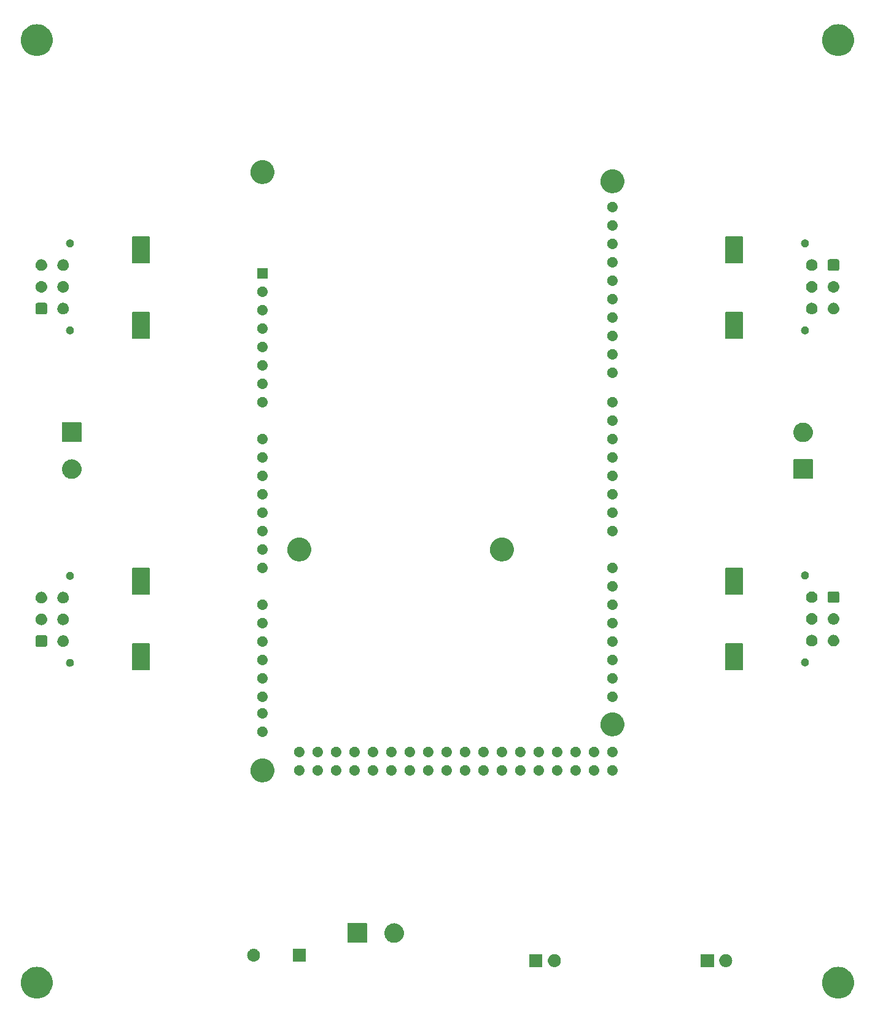
<source format=gbr>
%TF.GenerationSoftware,KiCad,Pcbnew,7.0.6*%
%TF.CreationDate,2023-07-10T17:04:03+08:00*%
%TF.ProjectId,rbc_circuits,7262635f-6369-4726-9375-6974732e6b69,1.0*%
%TF.SameCoordinates,Original*%
%TF.FileFunction,Soldermask,Bot*%
%TF.FilePolarity,Negative*%
%FSLAX46Y46*%
G04 Gerber Fmt 4.6, Leading zero omitted, Abs format (unit mm)*
G04 Created by KiCad (PCBNEW 7.0.6) date 2023-07-10 17:04:03*
%MOMM*%
%LPD*%
G01*
G04 APERTURE LIST*
G04 APERTURE END LIST*
G36*
X53631158Y-152868821D02*
G01*
X53913402Y-152924963D01*
X54185904Y-153017465D01*
X54444000Y-153144744D01*
X54683275Y-153304623D01*
X54899635Y-153494365D01*
X55089377Y-153710725D01*
X55249256Y-153950000D01*
X55376535Y-154208096D01*
X55469037Y-154480598D01*
X55525179Y-154762842D01*
X55544000Y-155050000D01*
X55525179Y-155337158D01*
X55469037Y-155619402D01*
X55376535Y-155891904D01*
X55249256Y-156150000D01*
X55089377Y-156389275D01*
X54899635Y-156605635D01*
X54683275Y-156795377D01*
X54444000Y-156955256D01*
X54185904Y-157082535D01*
X53913402Y-157175037D01*
X53631158Y-157231179D01*
X53344000Y-157250000D01*
X53056842Y-157231179D01*
X52774598Y-157175037D01*
X52502096Y-157082535D01*
X52244000Y-156955256D01*
X52004725Y-156795377D01*
X51788365Y-156605635D01*
X51598623Y-156389275D01*
X51438744Y-156150000D01*
X51311465Y-155891904D01*
X51218963Y-155619402D01*
X51162821Y-155337158D01*
X51144000Y-155050000D01*
X51162821Y-154762842D01*
X51218963Y-154480598D01*
X51311465Y-154208096D01*
X51438744Y-153950000D01*
X51598623Y-153710725D01*
X51788365Y-153494365D01*
X52004725Y-153304623D01*
X52244000Y-153144744D01*
X52502096Y-153017465D01*
X52774598Y-152924963D01*
X53056842Y-152868821D01*
X53344000Y-152850000D01*
X53631158Y-152868821D01*
G37*
G36*
X164121158Y-152868821D02*
G01*
X164403402Y-152924963D01*
X164675904Y-153017465D01*
X164934000Y-153144744D01*
X165173275Y-153304623D01*
X165389635Y-153494365D01*
X165579377Y-153710725D01*
X165739256Y-153950000D01*
X165866535Y-154208096D01*
X165959037Y-154480598D01*
X166015179Y-154762842D01*
X166034000Y-155050000D01*
X166015179Y-155337158D01*
X165959037Y-155619402D01*
X165866535Y-155891904D01*
X165739256Y-156150000D01*
X165579377Y-156389275D01*
X165389635Y-156605635D01*
X165173275Y-156795377D01*
X164934000Y-156955256D01*
X164675904Y-157082535D01*
X164403402Y-157175037D01*
X164121158Y-157231179D01*
X163834000Y-157250000D01*
X163546842Y-157231179D01*
X163264598Y-157175037D01*
X162992096Y-157082535D01*
X162734000Y-156955256D01*
X162494725Y-156795377D01*
X162278365Y-156605635D01*
X162088623Y-156389275D01*
X161928744Y-156150000D01*
X161801465Y-155891904D01*
X161708963Y-155619402D01*
X161652821Y-155337158D01*
X161634000Y-155050000D01*
X161652821Y-154762842D01*
X161708963Y-154480598D01*
X161801465Y-154208096D01*
X161928744Y-153950000D01*
X162088623Y-153710725D01*
X162278365Y-153494365D01*
X162494725Y-153304623D01*
X162734000Y-153144744D01*
X162992096Y-153017465D01*
X163264598Y-152924963D01*
X163546842Y-152868821D01*
X163834000Y-152850000D01*
X164121158Y-152868821D01*
G37*
G36*
X123042134Y-151105806D02*
G01*
X123058355Y-151116645D01*
X123069194Y-151132866D01*
X123073000Y-151152000D01*
X123073000Y-152852000D01*
X123069194Y-152871134D01*
X123058355Y-152887355D01*
X123042134Y-152898194D01*
X123023000Y-152902000D01*
X121323000Y-152902000D01*
X121303866Y-152898194D01*
X121287645Y-152887355D01*
X121276806Y-152871134D01*
X121273000Y-152852000D01*
X121273000Y-151152000D01*
X121276806Y-151132866D01*
X121287645Y-151116645D01*
X121303866Y-151105806D01*
X121323000Y-151102000D01*
X123023000Y-151102000D01*
X123042134Y-151105806D01*
G37*
G36*
X146669134Y-151105806D02*
G01*
X146685355Y-151116645D01*
X146696194Y-151132866D01*
X146700000Y-151152000D01*
X146700000Y-152852000D01*
X146696194Y-152871134D01*
X146685355Y-152887355D01*
X146669134Y-152898194D01*
X146650000Y-152902000D01*
X144950000Y-152902000D01*
X144930866Y-152898194D01*
X144914645Y-152887355D01*
X144903806Y-152871134D01*
X144900000Y-152852000D01*
X144900000Y-151152000D01*
X144903806Y-151132866D01*
X144914645Y-151116645D01*
X144930866Y-151105806D01*
X144950000Y-151102000D01*
X146650000Y-151102000D01*
X146669134Y-151105806D01*
G37*
G36*
X124756832Y-151106930D02*
G01*
X124807076Y-151106930D01*
X124850457Y-151116151D01*
X124888461Y-151119894D01*
X124936205Y-151134377D01*
X124991115Y-151146049D01*
X125026255Y-151161694D01*
X125057178Y-151171075D01*
X125106311Y-151197337D01*
X125163000Y-151222577D01*
X125189358Y-151241727D01*
X125212670Y-151254188D01*
X125260227Y-151293216D01*
X125315218Y-151333170D01*
X125333070Y-151352996D01*
X125348961Y-151366038D01*
X125391661Y-151418069D01*
X125441115Y-151472993D01*
X125451506Y-151490990D01*
X125460811Y-151502329D01*
X125495236Y-151566733D01*
X125535191Y-151635937D01*
X125539786Y-151650080D01*
X125543924Y-151657821D01*
X125566744Y-151733049D01*
X125593333Y-151814879D01*
X125594268Y-151823780D01*
X125595105Y-151826538D01*
X125603244Y-151909181D01*
X125613000Y-152002000D01*
X125603242Y-152094840D01*
X125595105Y-152177461D01*
X125594268Y-152180217D01*
X125593333Y-152189121D01*
X125566740Y-152270964D01*
X125543924Y-152346178D01*
X125539787Y-152353917D01*
X125535191Y-152368063D01*
X125495229Y-152437278D01*
X125460811Y-152501670D01*
X125451507Y-152513005D01*
X125441115Y-152531007D01*
X125391652Y-152585941D01*
X125348961Y-152637961D01*
X125333073Y-152650999D01*
X125315218Y-152670830D01*
X125260216Y-152710790D01*
X125212670Y-152749811D01*
X125189363Y-152762268D01*
X125163000Y-152781423D01*
X125106300Y-152806667D01*
X125057178Y-152832924D01*
X125026262Y-152842302D01*
X124991115Y-152857951D01*
X124936194Y-152869624D01*
X124888461Y-152884105D01*
X124850466Y-152887847D01*
X124807076Y-152897070D01*
X124756821Y-152897070D01*
X124712999Y-152901386D01*
X124669177Y-152897070D01*
X124618924Y-152897070D01*
X124575534Y-152887847D01*
X124537538Y-152884105D01*
X124489801Y-152869623D01*
X124434885Y-152857951D01*
X124399739Y-152842303D01*
X124368821Y-152832924D01*
X124319693Y-152806664D01*
X124263000Y-152781423D01*
X124236638Y-152762270D01*
X124213329Y-152749811D01*
X124165774Y-152710784D01*
X124110782Y-152670830D01*
X124092929Y-152651002D01*
X124077038Y-152637961D01*
X124034336Y-152585928D01*
X123984885Y-152531007D01*
X123974494Y-152513009D01*
X123965188Y-152501670D01*
X123930757Y-152437255D01*
X123890809Y-152368063D01*
X123886214Y-152353921D01*
X123882075Y-152346178D01*
X123859244Y-152270918D01*
X123832667Y-152189121D01*
X123831731Y-152180222D01*
X123830894Y-152177461D01*
X123822741Y-152094689D01*
X123813000Y-152002000D01*
X123822739Y-151909332D01*
X123830894Y-151826538D01*
X123831731Y-151823775D01*
X123832667Y-151814879D01*
X123859240Y-151733095D01*
X123882075Y-151657821D01*
X123886215Y-151650075D01*
X123890809Y-151635937D01*
X123930750Y-151566757D01*
X123965188Y-151502329D01*
X123974496Y-151490986D01*
X123984885Y-151472993D01*
X124034327Y-151418081D01*
X124077038Y-151366038D01*
X124092932Y-151352993D01*
X124110782Y-151333170D01*
X124165764Y-151293223D01*
X124213329Y-151254188D01*
X124236644Y-151241725D01*
X124263000Y-151222577D01*
X124319682Y-151197340D01*
X124368821Y-151171075D01*
X124399746Y-151161693D01*
X124434885Y-151146049D01*
X124489790Y-151134378D01*
X124537538Y-151119894D01*
X124575543Y-151116150D01*
X124618924Y-151106930D01*
X124669167Y-151106930D01*
X124713000Y-151102613D01*
X124756832Y-151106930D01*
G37*
G36*
X148383832Y-151106930D02*
G01*
X148434076Y-151106930D01*
X148477457Y-151116151D01*
X148515461Y-151119894D01*
X148563205Y-151134377D01*
X148618115Y-151146049D01*
X148653255Y-151161694D01*
X148684178Y-151171075D01*
X148733311Y-151197337D01*
X148790000Y-151222577D01*
X148816358Y-151241727D01*
X148839670Y-151254188D01*
X148887227Y-151293216D01*
X148942218Y-151333170D01*
X148960070Y-151352996D01*
X148975961Y-151366038D01*
X149018661Y-151418069D01*
X149068115Y-151472993D01*
X149078506Y-151490990D01*
X149087811Y-151502329D01*
X149122236Y-151566733D01*
X149162191Y-151635937D01*
X149166786Y-151650080D01*
X149170924Y-151657821D01*
X149193744Y-151733049D01*
X149220333Y-151814879D01*
X149221268Y-151823780D01*
X149222105Y-151826538D01*
X149230243Y-151909174D01*
X149240000Y-152002000D01*
X149230242Y-152094833D01*
X149222105Y-152177461D01*
X149221268Y-152180217D01*
X149220333Y-152189121D01*
X149193740Y-152270964D01*
X149170924Y-152346178D01*
X149166787Y-152353917D01*
X149162191Y-152368063D01*
X149122229Y-152437278D01*
X149087811Y-152501670D01*
X149078507Y-152513005D01*
X149068115Y-152531007D01*
X149018652Y-152585941D01*
X148975961Y-152637961D01*
X148960073Y-152650999D01*
X148942218Y-152670830D01*
X148887216Y-152710790D01*
X148839670Y-152749811D01*
X148816363Y-152762268D01*
X148790000Y-152781423D01*
X148733300Y-152806667D01*
X148684178Y-152832924D01*
X148653262Y-152842302D01*
X148618115Y-152857951D01*
X148563194Y-152869624D01*
X148515461Y-152884105D01*
X148477466Y-152887847D01*
X148434076Y-152897070D01*
X148383822Y-152897070D01*
X148340000Y-152901386D01*
X148296178Y-152897070D01*
X148245924Y-152897070D01*
X148202534Y-152887847D01*
X148164538Y-152884105D01*
X148116801Y-152869623D01*
X148061885Y-152857951D01*
X148026739Y-152842303D01*
X147995821Y-152832924D01*
X147946693Y-152806664D01*
X147890000Y-152781423D01*
X147863638Y-152762270D01*
X147840329Y-152749811D01*
X147792774Y-152710784D01*
X147737782Y-152670830D01*
X147719929Y-152651002D01*
X147704038Y-152637961D01*
X147661336Y-152585928D01*
X147611885Y-152531007D01*
X147601494Y-152513009D01*
X147592188Y-152501670D01*
X147557757Y-152437255D01*
X147517809Y-152368063D01*
X147513214Y-152353921D01*
X147509075Y-152346178D01*
X147486244Y-152270918D01*
X147459667Y-152189121D01*
X147458731Y-152180222D01*
X147457894Y-152177461D01*
X147449741Y-152094689D01*
X147440000Y-152002000D01*
X147449739Y-151909332D01*
X147457894Y-151826538D01*
X147458731Y-151823775D01*
X147459667Y-151814879D01*
X147486240Y-151733095D01*
X147509075Y-151657821D01*
X147513215Y-151650075D01*
X147517809Y-151635937D01*
X147557750Y-151566757D01*
X147592188Y-151502329D01*
X147601496Y-151490986D01*
X147611885Y-151472993D01*
X147661327Y-151418081D01*
X147704038Y-151366038D01*
X147719932Y-151352993D01*
X147737782Y-151333170D01*
X147792764Y-151293223D01*
X147840329Y-151254188D01*
X147863644Y-151241725D01*
X147890000Y-151222577D01*
X147946682Y-151197340D01*
X147995821Y-151171075D01*
X148026746Y-151161693D01*
X148061885Y-151146049D01*
X148116790Y-151134378D01*
X148164538Y-151119894D01*
X148202543Y-151116150D01*
X148245924Y-151106930D01*
X148296167Y-151106930D01*
X148340000Y-151102613D01*
X148383832Y-151106930D01*
G37*
G36*
X90444134Y-150358806D02*
G01*
X90460355Y-150369645D01*
X90471194Y-150385866D01*
X90475000Y-150405000D01*
X90475000Y-152085000D01*
X90471194Y-152104134D01*
X90460355Y-152120355D01*
X90444134Y-152131194D01*
X90425000Y-152135000D01*
X88745000Y-152135000D01*
X88725866Y-152131194D01*
X88709645Y-152120355D01*
X88698806Y-152104134D01*
X88695000Y-152085000D01*
X88695000Y-150405000D01*
X88698806Y-150385866D01*
X88709645Y-150369645D01*
X88725866Y-150358806D01*
X88745000Y-150355000D01*
X90425000Y-150355000D01*
X90444134Y-150358806D01*
G37*
G36*
X83278284Y-150359876D02*
G01*
X83328030Y-150359876D01*
X83370983Y-150369006D01*
X83408510Y-150372702D01*
X83455654Y-150387003D01*
X83510025Y-150398560D01*
X83544819Y-150414051D01*
X83575351Y-150423313D01*
X83623862Y-150449243D01*
X83680000Y-150474237D01*
X83706104Y-150493202D01*
X83729114Y-150505502D01*
X83776056Y-150544026D01*
X83830526Y-150583601D01*
X83848209Y-150603240D01*
X83863890Y-150616109D01*
X83906025Y-150667451D01*
X83955025Y-150721871D01*
X83965320Y-150739703D01*
X83974497Y-150750885D01*
X84008451Y-150814407D01*
X84048055Y-150883004D01*
X84052609Y-150897021D01*
X84056686Y-150904648D01*
X84079165Y-150978753D01*
X84105551Y-151059959D01*
X84106479Y-151068794D01*
X84107297Y-151071489D01*
X84115247Y-151152215D01*
X84125000Y-151245000D01*
X84115245Y-151337806D01*
X84107297Y-151418510D01*
X84106479Y-151421203D01*
X84105551Y-151430041D01*
X84079161Y-151511260D01*
X84056686Y-151585351D01*
X84052610Y-151592975D01*
X84048055Y-151606996D01*
X84008443Y-151675604D01*
X83974497Y-151739114D01*
X83965322Y-151750293D01*
X83955025Y-151768129D01*
X83906015Y-151822558D01*
X83863890Y-151873890D01*
X83848212Y-151886755D01*
X83830526Y-151906399D01*
X83776045Y-151945981D01*
X83729114Y-151984497D01*
X83706109Y-151996793D01*
X83680000Y-152015763D01*
X83623851Y-152040761D01*
X83575351Y-152066686D01*
X83544826Y-152075945D01*
X83510025Y-152091440D01*
X83455643Y-152102998D01*
X83408510Y-152117297D01*
X83370992Y-152120992D01*
X83328030Y-152130124D01*
X83278273Y-152130124D01*
X83235000Y-152134386D01*
X83191726Y-152130124D01*
X83141970Y-152130124D01*
X83099008Y-152120992D01*
X83061489Y-152117297D01*
X83014352Y-152102998D01*
X82959975Y-152091440D01*
X82925175Y-152075946D01*
X82894648Y-152066686D01*
X82846142Y-152040759D01*
X82790000Y-152015763D01*
X82763893Y-151996795D01*
X82740885Y-151984497D01*
X82693945Y-151945975D01*
X82639474Y-151906399D01*
X82621790Y-151886759D01*
X82606109Y-151873890D01*
X82563972Y-151822546D01*
X82514975Y-151768129D01*
X82504680Y-151750297D01*
X82495502Y-151739114D01*
X82461542Y-151675581D01*
X82421945Y-151606996D01*
X82417391Y-151592980D01*
X82413313Y-151585351D01*
X82390823Y-151511214D01*
X82364449Y-151430041D01*
X82363520Y-151421208D01*
X82362702Y-151418510D01*
X82354737Y-151337648D01*
X82345000Y-151245000D01*
X82354737Y-151152359D01*
X82362702Y-151071489D01*
X82363520Y-151068789D01*
X82364449Y-151059959D01*
X82390819Y-150978799D01*
X82413313Y-150904648D01*
X82417391Y-150897016D01*
X82421945Y-150883004D01*
X82461535Y-150814431D01*
X82495502Y-150750885D01*
X82504681Y-150739699D01*
X82514975Y-150721871D01*
X82563963Y-150667463D01*
X82606109Y-150616109D01*
X82621793Y-150603237D01*
X82639474Y-150583601D01*
X82693934Y-150544032D01*
X82740885Y-150505502D01*
X82763898Y-150493200D01*
X82790000Y-150474237D01*
X82846131Y-150449245D01*
X82894648Y-150423313D01*
X82925182Y-150414050D01*
X82959975Y-150398560D01*
X83014341Y-150387004D01*
X83061489Y-150372702D01*
X83099016Y-150369005D01*
X83141970Y-150359876D01*
X83191716Y-150359876D01*
X83235000Y-150355613D01*
X83278284Y-150359876D01*
G37*
G36*
X98859134Y-146845806D02*
G01*
X98875355Y-146856645D01*
X98886194Y-146872866D01*
X98890000Y-146892000D01*
X98890000Y-149492000D01*
X98886194Y-149511134D01*
X98875355Y-149527355D01*
X98859134Y-149538194D01*
X98840000Y-149542000D01*
X96240000Y-149542000D01*
X96220866Y-149538194D01*
X96204645Y-149527355D01*
X96193806Y-149511134D01*
X96190000Y-149492000D01*
X96190000Y-146892000D01*
X96193806Y-146872866D01*
X96204645Y-146856645D01*
X96220866Y-146845806D01*
X96240000Y-146842000D01*
X98840000Y-146842000D01*
X98859134Y-146845806D01*
G37*
G36*
X102677663Y-146847045D02*
G01*
X102731446Y-146847045D01*
X102790726Y-146856936D01*
X102854425Y-146862510D01*
X102904446Y-146875913D01*
X102951297Y-146883731D01*
X103014139Y-146905305D01*
X103081727Y-146923415D01*
X103123133Y-146942723D01*
X103162116Y-146956106D01*
X103226167Y-146990768D01*
X103295000Y-147022866D01*
X103327401Y-147045553D01*
X103358139Y-147062188D01*
X103420710Y-147110889D01*
X103487763Y-147157840D01*
X103511395Y-147181472D01*
X103534037Y-147199095D01*
X103592206Y-147262283D01*
X103654160Y-147324237D01*
X103669795Y-147346567D01*
X103684996Y-147363079D01*
X103735708Y-147440700D01*
X103789134Y-147517000D01*
X103798051Y-147536123D01*
X103806907Y-147549678D01*
X103847095Y-147641297D01*
X103888585Y-147730273D01*
X103892449Y-147744695D01*
X103896440Y-147753793D01*
X103923170Y-147859348D01*
X103949490Y-147957575D01*
X103950252Y-147966293D01*
X103951159Y-147969872D01*
X103961777Y-148098017D01*
X103970000Y-148192000D01*
X103961776Y-148285989D01*
X103951159Y-148414127D01*
X103950252Y-148417705D01*
X103949490Y-148426425D01*
X103923165Y-148524668D01*
X103896440Y-148630206D01*
X103892450Y-148639301D01*
X103888585Y-148653727D01*
X103847087Y-148742718D01*
X103806907Y-148834321D01*
X103798053Y-148847872D01*
X103789134Y-148867000D01*
X103735698Y-148943313D01*
X103684996Y-149020920D01*
X103669798Y-149037428D01*
X103654160Y-149059763D01*
X103592195Y-149121727D01*
X103534037Y-149184904D01*
X103511399Y-149202523D01*
X103487763Y-149226160D01*
X103420697Y-149273119D01*
X103358139Y-149321811D01*
X103327407Y-149338441D01*
X103295000Y-149361134D01*
X103226154Y-149393237D01*
X103162116Y-149427893D01*
X103123141Y-149441273D01*
X103081727Y-149460585D01*
X103014126Y-149478698D01*
X102951297Y-149500268D01*
X102904454Y-149508084D01*
X102854425Y-149521490D01*
X102790722Y-149527063D01*
X102731446Y-149536955D01*
X102677663Y-149536955D01*
X102620000Y-149542000D01*
X102562337Y-149536955D01*
X102508554Y-149536955D01*
X102449276Y-149527063D01*
X102385575Y-149521490D01*
X102335546Y-149508085D01*
X102288702Y-149500268D01*
X102225868Y-149478697D01*
X102158273Y-149460585D01*
X102116861Y-149441274D01*
X102077883Y-149427893D01*
X102013838Y-149393234D01*
X101945000Y-149361134D01*
X101912595Y-149338444D01*
X101881860Y-149321811D01*
X101819292Y-149273112D01*
X101752237Y-149226160D01*
X101728603Y-149202526D01*
X101705962Y-149184904D01*
X101647792Y-149121715D01*
X101585840Y-149059763D01*
X101570204Y-149037432D01*
X101555003Y-149020920D01*
X101504286Y-148943291D01*
X101450866Y-148867000D01*
X101441949Y-148847878D01*
X101433092Y-148834321D01*
X101392895Y-148742682D01*
X101351415Y-148653727D01*
X101347551Y-148639307D01*
X101343559Y-148630206D01*
X101316815Y-148524600D01*
X101290510Y-148426425D01*
X101289747Y-148417711D01*
X101288840Y-148414127D01*
X101278204Y-148285773D01*
X101270000Y-148192000D01*
X101278203Y-148098233D01*
X101288840Y-147969872D01*
X101289747Y-147966287D01*
X101290510Y-147957575D01*
X101316811Y-147859416D01*
X101343559Y-147753793D01*
X101347552Y-147744689D01*
X101351415Y-147730273D01*
X101392888Y-147641333D01*
X101433092Y-147549678D01*
X101441950Y-147536118D01*
X101450866Y-147517000D01*
X101504276Y-147440722D01*
X101555003Y-147363079D01*
X101570207Y-147346562D01*
X101585840Y-147324237D01*
X101647780Y-147262296D01*
X101705962Y-147199095D01*
X101728608Y-147181468D01*
X101752237Y-147157840D01*
X101819279Y-147110896D01*
X101881860Y-147062188D01*
X101912601Y-147045551D01*
X101945000Y-147022866D01*
X102013825Y-146990772D01*
X102077883Y-146956106D01*
X102116869Y-146942721D01*
X102158273Y-146923415D01*
X102225855Y-146905306D01*
X102288702Y-146883731D01*
X102335554Y-146875912D01*
X102385575Y-146862510D01*
X102449273Y-146856937D01*
X102508554Y-146847045D01*
X102562337Y-146847045D01*
X102620000Y-146842000D01*
X102677663Y-146847045D01*
G37*
G36*
X84521138Y-124104969D02*
G01*
X84581275Y-124104969D01*
X84646989Y-124114873D01*
X84716117Y-124120314D01*
X84771831Y-124133690D01*
X84825082Y-124141716D01*
X84894672Y-124163181D01*
X84967878Y-124180757D01*
X85015210Y-124200362D01*
X85060683Y-124214389D01*
X85132067Y-124248766D01*
X85207084Y-124279839D01*
X85245596Y-124303439D01*
X85282819Y-124321365D01*
X85353622Y-124369637D01*
X85427846Y-124415122D01*
X85457564Y-124440503D01*
X85486534Y-124460255D01*
X85554182Y-124523024D01*
X85624726Y-124583274D01*
X85646147Y-124608355D01*
X85667274Y-124627958D01*
X85729030Y-124705397D01*
X85792878Y-124780154D01*
X85806921Y-124803071D01*
X85821000Y-124820725D01*
X85874099Y-124912695D01*
X85928161Y-125000916D01*
X85936100Y-125020084D01*
X85944277Y-125034246D01*
X85985988Y-125140523D01*
X86027243Y-125240122D01*
X86030653Y-125254329D01*
X86034354Y-125263757D01*
X86062053Y-125385114D01*
X86087686Y-125491883D01*
X86088351Y-125500335D01*
X86089218Y-125504133D01*
X86100531Y-125655099D01*
X86108000Y-125750000D01*
X86100530Y-125844907D01*
X86089218Y-125995866D01*
X86088351Y-125999663D01*
X86087686Y-126008117D01*
X86062048Y-126114904D01*
X86034354Y-126236242D01*
X86030654Y-126245667D01*
X86027243Y-126259878D01*
X85985980Y-126359494D01*
X85944277Y-126465753D01*
X85936102Y-126479911D01*
X85928161Y-126499084D01*
X85874089Y-126587321D01*
X85821000Y-126679274D01*
X85806924Y-126696924D01*
X85792878Y-126719846D01*
X85729018Y-126794616D01*
X85667274Y-126872041D01*
X85646152Y-126891639D01*
X85624726Y-126916726D01*
X85554169Y-126976987D01*
X85486534Y-127039744D01*
X85457569Y-127059491D01*
X85427846Y-127084878D01*
X85353608Y-127130371D01*
X85282819Y-127178634D01*
X85245603Y-127196556D01*
X85207084Y-127220161D01*
X85132052Y-127251239D01*
X85060683Y-127285610D01*
X85015219Y-127299633D01*
X84967878Y-127319243D01*
X84894658Y-127336821D01*
X84825082Y-127358283D01*
X84771840Y-127366307D01*
X84716117Y-127379686D01*
X84646985Y-127385126D01*
X84581275Y-127395031D01*
X84521138Y-127395031D01*
X84458000Y-127400000D01*
X84394862Y-127395031D01*
X84334725Y-127395031D01*
X84269013Y-127385126D01*
X84199883Y-127379686D01*
X84144160Y-127366308D01*
X84090917Y-127358283D01*
X84021337Y-127336820D01*
X83948122Y-127319243D01*
X83900783Y-127299634D01*
X83855316Y-127285610D01*
X83783942Y-127251237D01*
X83708916Y-127220161D01*
X83670396Y-127196556D01*
X83633181Y-127178634D01*
X83562388Y-127130368D01*
X83488154Y-127084878D01*
X83458433Y-127059494D01*
X83429465Y-127039744D01*
X83361818Y-126976976D01*
X83291274Y-126916726D01*
X83269851Y-126891643D01*
X83248725Y-126872041D01*
X83186966Y-126794598D01*
X83123122Y-126719846D01*
X83109078Y-126696929D01*
X83094999Y-126679274D01*
X83041893Y-126587292D01*
X82987839Y-126499084D01*
X82979900Y-126479918D01*
X82971722Y-126465753D01*
X82930000Y-126359448D01*
X82888757Y-126259878D01*
X82885347Y-126245674D01*
X82881645Y-126236242D01*
X82853931Y-126114819D01*
X82828314Y-126008117D01*
X82827649Y-125999669D01*
X82826781Y-125995866D01*
X82815448Y-125844641D01*
X82808000Y-125750000D01*
X82815447Y-125655365D01*
X82826781Y-125504133D01*
X82827649Y-125500328D01*
X82828314Y-125491883D01*
X82853926Y-125385199D01*
X82881645Y-125263757D01*
X82885347Y-125254322D01*
X82888757Y-125240122D01*
X82929992Y-125140569D01*
X82971722Y-125034246D01*
X82979901Y-125020078D01*
X82987839Y-125000916D01*
X83041883Y-124912723D01*
X83094999Y-124820725D01*
X83109081Y-124803066D01*
X83123122Y-124780154D01*
X83186954Y-124705415D01*
X83248725Y-124627958D01*
X83269855Y-124608351D01*
X83291274Y-124583274D01*
X83361804Y-124523034D01*
X83429465Y-124460255D01*
X83458439Y-124440500D01*
X83488154Y-124415122D01*
X83562374Y-124369639D01*
X83633181Y-124321365D01*
X83670404Y-124303438D01*
X83708916Y-124279839D01*
X83783927Y-124248768D01*
X83855316Y-124214389D01*
X83900792Y-124200361D01*
X83948122Y-124180757D01*
X84021322Y-124163182D01*
X84090917Y-124141716D01*
X84144169Y-124133689D01*
X84199883Y-124120314D01*
X84269009Y-124114873D01*
X84334725Y-124104969D01*
X84394862Y-124104969D01*
X84458000Y-124100000D01*
X84521138Y-124104969D01*
G37*
G36*
X89579615Y-125025689D02*
G01*
X89614126Y-125025689D01*
X89653057Y-125033964D01*
X89700218Y-125039278D01*
X89734511Y-125051277D01*
X89763055Y-125057345D01*
X89804190Y-125075659D01*
X89854301Y-125093194D01*
X89880382Y-125109582D01*
X89902151Y-125119274D01*
X89942740Y-125148763D01*
X89992524Y-125180045D01*
X90010402Y-125197923D01*
X90025330Y-125208769D01*
X90062235Y-125249756D01*
X90107955Y-125295476D01*
X90118470Y-125312211D01*
X90127205Y-125321912D01*
X90157087Y-125373670D01*
X90194806Y-125433699D01*
X90199515Y-125447157D01*
X90203336Y-125453775D01*
X90222898Y-125513983D01*
X90248722Y-125587782D01*
X90249701Y-125596474D01*
X90250385Y-125598578D01*
X90256583Y-125657553D01*
X90267000Y-125750000D01*
X90256582Y-125842455D01*
X90250385Y-125901421D01*
X90249701Y-125903524D01*
X90248722Y-125912218D01*
X90222894Y-125986029D01*
X90203336Y-126046224D01*
X90199516Y-126052840D01*
X90194806Y-126066301D01*
X90157080Y-126126340D01*
X90127205Y-126178087D01*
X90118472Y-126187785D01*
X90107955Y-126204524D01*
X90062226Y-126250252D01*
X90025330Y-126291230D01*
X90010406Y-126302072D01*
X89992524Y-126319955D01*
X89942730Y-126351242D01*
X89902151Y-126380725D01*
X89880388Y-126390414D01*
X89854301Y-126406806D01*
X89804180Y-126424344D01*
X89763055Y-126442654D01*
X89734517Y-126448720D01*
X89700218Y-126460722D01*
X89653054Y-126466036D01*
X89614126Y-126474311D01*
X89579615Y-126474311D01*
X89538000Y-126479000D01*
X89496385Y-126474311D01*
X89461874Y-126474311D01*
X89422944Y-126466036D01*
X89375782Y-126460722D01*
X89341483Y-126448720D01*
X89312944Y-126442654D01*
X89271815Y-126424342D01*
X89221699Y-126406806D01*
X89195614Y-126390415D01*
X89173848Y-126380725D01*
X89133262Y-126351237D01*
X89083476Y-126319955D01*
X89065596Y-126302075D01*
X89050669Y-126291230D01*
X89013763Y-126250242D01*
X88968045Y-126204524D01*
X88957529Y-126187788D01*
X88948794Y-126178087D01*
X88918906Y-126126320D01*
X88881194Y-126066301D01*
X88876485Y-126052844D01*
X88872663Y-126046224D01*
X88853091Y-125985989D01*
X88827278Y-125912218D01*
X88826298Y-125903529D01*
X88825614Y-125901421D01*
X88819402Y-125842323D01*
X88809000Y-125750000D01*
X88819401Y-125657685D01*
X88825614Y-125598578D01*
X88826299Y-125596469D01*
X88827278Y-125587782D01*
X88853087Y-125514023D01*
X88872663Y-125453775D01*
X88876486Y-125447152D01*
X88881194Y-125433699D01*
X88918899Y-125373690D01*
X88948794Y-125321912D01*
X88957531Y-125312207D01*
X88968045Y-125295476D01*
X89013755Y-125249765D01*
X89050671Y-125208767D01*
X89065602Y-125197918D01*
X89083476Y-125180045D01*
X89133246Y-125148772D01*
X89173850Y-125119272D01*
X89195625Y-125109576D01*
X89221699Y-125093194D01*
X89271792Y-125075665D01*
X89312939Y-125057346D01*
X89341489Y-125051277D01*
X89375782Y-125039278D01*
X89422942Y-125033964D01*
X89461874Y-125025689D01*
X89496385Y-125025689D01*
X89538000Y-125021000D01*
X89579615Y-125025689D01*
G37*
G36*
X92119615Y-125025689D02*
G01*
X92154126Y-125025689D01*
X92193057Y-125033964D01*
X92240218Y-125039278D01*
X92274511Y-125051277D01*
X92303055Y-125057345D01*
X92344190Y-125075659D01*
X92394301Y-125093194D01*
X92420382Y-125109582D01*
X92442151Y-125119274D01*
X92482740Y-125148763D01*
X92532524Y-125180045D01*
X92550402Y-125197923D01*
X92565330Y-125208769D01*
X92602235Y-125249756D01*
X92647955Y-125295476D01*
X92658470Y-125312211D01*
X92667205Y-125321912D01*
X92697087Y-125373670D01*
X92734806Y-125433699D01*
X92739515Y-125447157D01*
X92743336Y-125453775D01*
X92762898Y-125513983D01*
X92788722Y-125587782D01*
X92789701Y-125596474D01*
X92790385Y-125598578D01*
X92796583Y-125657553D01*
X92807000Y-125750000D01*
X92796582Y-125842455D01*
X92790385Y-125901421D01*
X92789701Y-125903524D01*
X92788722Y-125912218D01*
X92762894Y-125986029D01*
X92743336Y-126046224D01*
X92739516Y-126052840D01*
X92734806Y-126066301D01*
X92697080Y-126126340D01*
X92667205Y-126178087D01*
X92658472Y-126187785D01*
X92647955Y-126204524D01*
X92602226Y-126250252D01*
X92565330Y-126291230D01*
X92550406Y-126302072D01*
X92532524Y-126319955D01*
X92482730Y-126351242D01*
X92442151Y-126380725D01*
X92420388Y-126390414D01*
X92394301Y-126406806D01*
X92344180Y-126424344D01*
X92303055Y-126442654D01*
X92274517Y-126448720D01*
X92240218Y-126460722D01*
X92193054Y-126466036D01*
X92154126Y-126474311D01*
X92119615Y-126474311D01*
X92078000Y-126479000D01*
X92036385Y-126474311D01*
X92001874Y-126474311D01*
X91962944Y-126466036D01*
X91915782Y-126460722D01*
X91881483Y-126448720D01*
X91852944Y-126442654D01*
X91811815Y-126424342D01*
X91761699Y-126406806D01*
X91735614Y-126390415D01*
X91713848Y-126380725D01*
X91673262Y-126351237D01*
X91623476Y-126319955D01*
X91605596Y-126302075D01*
X91590669Y-126291230D01*
X91553763Y-126250242D01*
X91508045Y-126204524D01*
X91497529Y-126187788D01*
X91488794Y-126178087D01*
X91458906Y-126126320D01*
X91421194Y-126066301D01*
X91416485Y-126052844D01*
X91412663Y-126046224D01*
X91393091Y-125985989D01*
X91367278Y-125912218D01*
X91366298Y-125903529D01*
X91365614Y-125901421D01*
X91359402Y-125842323D01*
X91349000Y-125750000D01*
X91359401Y-125657685D01*
X91365614Y-125598578D01*
X91366299Y-125596469D01*
X91367278Y-125587782D01*
X91393087Y-125514023D01*
X91412663Y-125453775D01*
X91416486Y-125447152D01*
X91421194Y-125433699D01*
X91458899Y-125373690D01*
X91488794Y-125321912D01*
X91497531Y-125312207D01*
X91508045Y-125295476D01*
X91553755Y-125249765D01*
X91590671Y-125208767D01*
X91605602Y-125197918D01*
X91623476Y-125180045D01*
X91673246Y-125148772D01*
X91713850Y-125119272D01*
X91735625Y-125109576D01*
X91761699Y-125093194D01*
X91811792Y-125075665D01*
X91852939Y-125057346D01*
X91881489Y-125051277D01*
X91915782Y-125039278D01*
X91962942Y-125033964D01*
X92001874Y-125025689D01*
X92036385Y-125025689D01*
X92078000Y-125021000D01*
X92119615Y-125025689D01*
G37*
G36*
X94659615Y-125025689D02*
G01*
X94694126Y-125025689D01*
X94733057Y-125033964D01*
X94780218Y-125039278D01*
X94814511Y-125051277D01*
X94843055Y-125057345D01*
X94884190Y-125075659D01*
X94934301Y-125093194D01*
X94960382Y-125109582D01*
X94982151Y-125119274D01*
X95022740Y-125148763D01*
X95072524Y-125180045D01*
X95090402Y-125197923D01*
X95105330Y-125208769D01*
X95142235Y-125249756D01*
X95187955Y-125295476D01*
X95198470Y-125312211D01*
X95207205Y-125321912D01*
X95237087Y-125373670D01*
X95274806Y-125433699D01*
X95279515Y-125447157D01*
X95283336Y-125453775D01*
X95302898Y-125513983D01*
X95328722Y-125587782D01*
X95329701Y-125596474D01*
X95330385Y-125598578D01*
X95336583Y-125657553D01*
X95347000Y-125750000D01*
X95336582Y-125842455D01*
X95330385Y-125901421D01*
X95329701Y-125903524D01*
X95328722Y-125912218D01*
X95302894Y-125986029D01*
X95283336Y-126046224D01*
X95279516Y-126052840D01*
X95274806Y-126066301D01*
X95237080Y-126126340D01*
X95207205Y-126178087D01*
X95198472Y-126187785D01*
X95187955Y-126204524D01*
X95142226Y-126250252D01*
X95105330Y-126291230D01*
X95090406Y-126302072D01*
X95072524Y-126319955D01*
X95022730Y-126351242D01*
X94982151Y-126380725D01*
X94960388Y-126390414D01*
X94934301Y-126406806D01*
X94884180Y-126424344D01*
X94843055Y-126442654D01*
X94814517Y-126448720D01*
X94780218Y-126460722D01*
X94733054Y-126466036D01*
X94694126Y-126474311D01*
X94659615Y-126474311D01*
X94618000Y-126479000D01*
X94576385Y-126474311D01*
X94541874Y-126474311D01*
X94502944Y-126466036D01*
X94455782Y-126460722D01*
X94421483Y-126448720D01*
X94392944Y-126442654D01*
X94351815Y-126424342D01*
X94301699Y-126406806D01*
X94275614Y-126390415D01*
X94253848Y-126380725D01*
X94213262Y-126351237D01*
X94163476Y-126319955D01*
X94145596Y-126302075D01*
X94130669Y-126291230D01*
X94093763Y-126250242D01*
X94048045Y-126204524D01*
X94037529Y-126187788D01*
X94028794Y-126178087D01*
X93998906Y-126126320D01*
X93961194Y-126066301D01*
X93956485Y-126052844D01*
X93952663Y-126046224D01*
X93933091Y-125985989D01*
X93907278Y-125912218D01*
X93906298Y-125903529D01*
X93905614Y-125901421D01*
X93899402Y-125842323D01*
X93889000Y-125750000D01*
X93899401Y-125657685D01*
X93905614Y-125598578D01*
X93906299Y-125596469D01*
X93907278Y-125587782D01*
X93933087Y-125514023D01*
X93952663Y-125453775D01*
X93956486Y-125447152D01*
X93961194Y-125433699D01*
X93998899Y-125373690D01*
X94028794Y-125321912D01*
X94037531Y-125312207D01*
X94048045Y-125295476D01*
X94093755Y-125249765D01*
X94130671Y-125208767D01*
X94145602Y-125197918D01*
X94163476Y-125180045D01*
X94213246Y-125148772D01*
X94253850Y-125119272D01*
X94275625Y-125109576D01*
X94301699Y-125093194D01*
X94351792Y-125075665D01*
X94392939Y-125057346D01*
X94421489Y-125051277D01*
X94455782Y-125039278D01*
X94502942Y-125033964D01*
X94541874Y-125025689D01*
X94576385Y-125025689D01*
X94618000Y-125021000D01*
X94659615Y-125025689D01*
G37*
G36*
X97199615Y-125025689D02*
G01*
X97234126Y-125025689D01*
X97273057Y-125033964D01*
X97320218Y-125039278D01*
X97354511Y-125051277D01*
X97383055Y-125057345D01*
X97424190Y-125075659D01*
X97474301Y-125093194D01*
X97500382Y-125109582D01*
X97522151Y-125119274D01*
X97562740Y-125148763D01*
X97612524Y-125180045D01*
X97630402Y-125197923D01*
X97645330Y-125208769D01*
X97682235Y-125249756D01*
X97727955Y-125295476D01*
X97738470Y-125312211D01*
X97747205Y-125321912D01*
X97777087Y-125373670D01*
X97814806Y-125433699D01*
X97819515Y-125447157D01*
X97823336Y-125453775D01*
X97842898Y-125513983D01*
X97868722Y-125587782D01*
X97869701Y-125596474D01*
X97870385Y-125598578D01*
X97876583Y-125657553D01*
X97887000Y-125750000D01*
X97876582Y-125842455D01*
X97870385Y-125901421D01*
X97869701Y-125903524D01*
X97868722Y-125912218D01*
X97842894Y-125986029D01*
X97823336Y-126046224D01*
X97819516Y-126052840D01*
X97814806Y-126066301D01*
X97777080Y-126126340D01*
X97747205Y-126178087D01*
X97738472Y-126187785D01*
X97727955Y-126204524D01*
X97682226Y-126250252D01*
X97645330Y-126291230D01*
X97630406Y-126302072D01*
X97612524Y-126319955D01*
X97562730Y-126351242D01*
X97522151Y-126380725D01*
X97500388Y-126390414D01*
X97474301Y-126406806D01*
X97424180Y-126424344D01*
X97383055Y-126442654D01*
X97354517Y-126448720D01*
X97320218Y-126460722D01*
X97273054Y-126466036D01*
X97234126Y-126474311D01*
X97199615Y-126474311D01*
X97158000Y-126479000D01*
X97116385Y-126474311D01*
X97081874Y-126474311D01*
X97042944Y-126466036D01*
X96995782Y-126460722D01*
X96961483Y-126448720D01*
X96932944Y-126442654D01*
X96891815Y-126424342D01*
X96841699Y-126406806D01*
X96815614Y-126390415D01*
X96793848Y-126380725D01*
X96753262Y-126351237D01*
X96703476Y-126319955D01*
X96685596Y-126302075D01*
X96670669Y-126291230D01*
X96633763Y-126250242D01*
X96588045Y-126204524D01*
X96577529Y-126187788D01*
X96568794Y-126178087D01*
X96538906Y-126126320D01*
X96501194Y-126066301D01*
X96496485Y-126052844D01*
X96492663Y-126046224D01*
X96473091Y-125985989D01*
X96447278Y-125912218D01*
X96446298Y-125903529D01*
X96445614Y-125901421D01*
X96439402Y-125842323D01*
X96429000Y-125750000D01*
X96439401Y-125657685D01*
X96445614Y-125598578D01*
X96446299Y-125596469D01*
X96447278Y-125587782D01*
X96473087Y-125514023D01*
X96492663Y-125453775D01*
X96496486Y-125447152D01*
X96501194Y-125433699D01*
X96538899Y-125373690D01*
X96568794Y-125321912D01*
X96577531Y-125312207D01*
X96588045Y-125295476D01*
X96633755Y-125249765D01*
X96670671Y-125208767D01*
X96685602Y-125197918D01*
X96703476Y-125180045D01*
X96753246Y-125148772D01*
X96793850Y-125119272D01*
X96815625Y-125109576D01*
X96841699Y-125093194D01*
X96891792Y-125075665D01*
X96932939Y-125057346D01*
X96961489Y-125051277D01*
X96995782Y-125039278D01*
X97042942Y-125033964D01*
X97081874Y-125025689D01*
X97116385Y-125025689D01*
X97158000Y-125021000D01*
X97199615Y-125025689D01*
G37*
G36*
X99739615Y-125025689D02*
G01*
X99774126Y-125025689D01*
X99813057Y-125033964D01*
X99860218Y-125039278D01*
X99894511Y-125051277D01*
X99923055Y-125057345D01*
X99964190Y-125075659D01*
X100014301Y-125093194D01*
X100040382Y-125109582D01*
X100062151Y-125119274D01*
X100102740Y-125148763D01*
X100152524Y-125180045D01*
X100170402Y-125197923D01*
X100185330Y-125208769D01*
X100222235Y-125249756D01*
X100267955Y-125295476D01*
X100278470Y-125312211D01*
X100287205Y-125321912D01*
X100317087Y-125373670D01*
X100354806Y-125433699D01*
X100359515Y-125447157D01*
X100363336Y-125453775D01*
X100382898Y-125513983D01*
X100408722Y-125587782D01*
X100409701Y-125596474D01*
X100410385Y-125598578D01*
X100416583Y-125657553D01*
X100427000Y-125750000D01*
X100416582Y-125842455D01*
X100410385Y-125901421D01*
X100409701Y-125903524D01*
X100408722Y-125912218D01*
X100382894Y-125986029D01*
X100363336Y-126046224D01*
X100359516Y-126052840D01*
X100354806Y-126066301D01*
X100317080Y-126126340D01*
X100287205Y-126178087D01*
X100278472Y-126187785D01*
X100267955Y-126204524D01*
X100222226Y-126250252D01*
X100185330Y-126291230D01*
X100170406Y-126302072D01*
X100152524Y-126319955D01*
X100102730Y-126351242D01*
X100062151Y-126380725D01*
X100040388Y-126390414D01*
X100014301Y-126406806D01*
X99964180Y-126424344D01*
X99923055Y-126442654D01*
X99894517Y-126448720D01*
X99860218Y-126460722D01*
X99813054Y-126466036D01*
X99774126Y-126474311D01*
X99739615Y-126474311D01*
X99698000Y-126479000D01*
X99656385Y-126474311D01*
X99621874Y-126474311D01*
X99582944Y-126466036D01*
X99535782Y-126460722D01*
X99501483Y-126448720D01*
X99472944Y-126442654D01*
X99431815Y-126424342D01*
X99381699Y-126406806D01*
X99355614Y-126390415D01*
X99333848Y-126380725D01*
X99293262Y-126351237D01*
X99243476Y-126319955D01*
X99225596Y-126302075D01*
X99210669Y-126291230D01*
X99173763Y-126250242D01*
X99128045Y-126204524D01*
X99117529Y-126187788D01*
X99108794Y-126178087D01*
X99078906Y-126126320D01*
X99041194Y-126066301D01*
X99036485Y-126052844D01*
X99032663Y-126046224D01*
X99013091Y-125985989D01*
X98987278Y-125912218D01*
X98986298Y-125903529D01*
X98985614Y-125901421D01*
X98979402Y-125842323D01*
X98969000Y-125750000D01*
X98979401Y-125657685D01*
X98985614Y-125598578D01*
X98986299Y-125596469D01*
X98987278Y-125587782D01*
X99013087Y-125514023D01*
X99032663Y-125453775D01*
X99036486Y-125447152D01*
X99041194Y-125433699D01*
X99078899Y-125373690D01*
X99108794Y-125321912D01*
X99117531Y-125312207D01*
X99128045Y-125295476D01*
X99173755Y-125249765D01*
X99210671Y-125208767D01*
X99225602Y-125197918D01*
X99243476Y-125180045D01*
X99293246Y-125148772D01*
X99333850Y-125119272D01*
X99355625Y-125109576D01*
X99381699Y-125093194D01*
X99431792Y-125075665D01*
X99472939Y-125057346D01*
X99501489Y-125051277D01*
X99535782Y-125039278D01*
X99582942Y-125033964D01*
X99621874Y-125025689D01*
X99656385Y-125025689D01*
X99698000Y-125021000D01*
X99739615Y-125025689D01*
G37*
G36*
X102279615Y-125025689D02*
G01*
X102314126Y-125025689D01*
X102353057Y-125033964D01*
X102400218Y-125039278D01*
X102434511Y-125051277D01*
X102463055Y-125057345D01*
X102504190Y-125075659D01*
X102554301Y-125093194D01*
X102580382Y-125109582D01*
X102602151Y-125119274D01*
X102642740Y-125148763D01*
X102692524Y-125180045D01*
X102710402Y-125197923D01*
X102725330Y-125208769D01*
X102762235Y-125249756D01*
X102807955Y-125295476D01*
X102818470Y-125312211D01*
X102827205Y-125321912D01*
X102857087Y-125373670D01*
X102894806Y-125433699D01*
X102899515Y-125447157D01*
X102903336Y-125453775D01*
X102922898Y-125513983D01*
X102948722Y-125587782D01*
X102949701Y-125596474D01*
X102950385Y-125598578D01*
X102956583Y-125657553D01*
X102967000Y-125750000D01*
X102956582Y-125842455D01*
X102950385Y-125901421D01*
X102949701Y-125903524D01*
X102948722Y-125912218D01*
X102922894Y-125986029D01*
X102903336Y-126046224D01*
X102899516Y-126052840D01*
X102894806Y-126066301D01*
X102857080Y-126126340D01*
X102827205Y-126178087D01*
X102818472Y-126187785D01*
X102807955Y-126204524D01*
X102762226Y-126250252D01*
X102725330Y-126291230D01*
X102710406Y-126302072D01*
X102692524Y-126319955D01*
X102642730Y-126351242D01*
X102602151Y-126380725D01*
X102580388Y-126390414D01*
X102554301Y-126406806D01*
X102504180Y-126424344D01*
X102463055Y-126442654D01*
X102434517Y-126448720D01*
X102400218Y-126460722D01*
X102353054Y-126466036D01*
X102314126Y-126474311D01*
X102279615Y-126474311D01*
X102238000Y-126479000D01*
X102196385Y-126474311D01*
X102161874Y-126474311D01*
X102122944Y-126466036D01*
X102075782Y-126460722D01*
X102041483Y-126448720D01*
X102012944Y-126442654D01*
X101971815Y-126424342D01*
X101921699Y-126406806D01*
X101895614Y-126390415D01*
X101873848Y-126380725D01*
X101833262Y-126351237D01*
X101783476Y-126319955D01*
X101765596Y-126302075D01*
X101750669Y-126291230D01*
X101713763Y-126250242D01*
X101668045Y-126204524D01*
X101657529Y-126187788D01*
X101648794Y-126178087D01*
X101618906Y-126126320D01*
X101581194Y-126066301D01*
X101576485Y-126052844D01*
X101572663Y-126046224D01*
X101553091Y-125985989D01*
X101527278Y-125912218D01*
X101526298Y-125903529D01*
X101525614Y-125901421D01*
X101519402Y-125842323D01*
X101509000Y-125750000D01*
X101519401Y-125657685D01*
X101525614Y-125598578D01*
X101526299Y-125596469D01*
X101527278Y-125587782D01*
X101553087Y-125514023D01*
X101572663Y-125453775D01*
X101576486Y-125447152D01*
X101581194Y-125433699D01*
X101618899Y-125373690D01*
X101648794Y-125321912D01*
X101657531Y-125312207D01*
X101668045Y-125295476D01*
X101713755Y-125249765D01*
X101750671Y-125208767D01*
X101765602Y-125197918D01*
X101783476Y-125180045D01*
X101833246Y-125148772D01*
X101873850Y-125119272D01*
X101895625Y-125109576D01*
X101921699Y-125093194D01*
X101971792Y-125075665D01*
X102012939Y-125057346D01*
X102041489Y-125051277D01*
X102075782Y-125039278D01*
X102122942Y-125033964D01*
X102161874Y-125025689D01*
X102196385Y-125025689D01*
X102238000Y-125021000D01*
X102279615Y-125025689D01*
G37*
G36*
X104819615Y-125025689D02*
G01*
X104854126Y-125025689D01*
X104893057Y-125033964D01*
X104940218Y-125039278D01*
X104974511Y-125051277D01*
X105003055Y-125057345D01*
X105044190Y-125075659D01*
X105094301Y-125093194D01*
X105120382Y-125109582D01*
X105142151Y-125119274D01*
X105182740Y-125148763D01*
X105232524Y-125180045D01*
X105250402Y-125197923D01*
X105265330Y-125208769D01*
X105302235Y-125249756D01*
X105347955Y-125295476D01*
X105358470Y-125312211D01*
X105367205Y-125321912D01*
X105397087Y-125373670D01*
X105434806Y-125433699D01*
X105439515Y-125447157D01*
X105443336Y-125453775D01*
X105462898Y-125513983D01*
X105488722Y-125587782D01*
X105489701Y-125596474D01*
X105490385Y-125598578D01*
X105496583Y-125657553D01*
X105507000Y-125750000D01*
X105496582Y-125842455D01*
X105490385Y-125901421D01*
X105489701Y-125903524D01*
X105488722Y-125912218D01*
X105462894Y-125986029D01*
X105443336Y-126046224D01*
X105439516Y-126052840D01*
X105434806Y-126066301D01*
X105397080Y-126126340D01*
X105367205Y-126178087D01*
X105358472Y-126187785D01*
X105347955Y-126204524D01*
X105302226Y-126250252D01*
X105265330Y-126291230D01*
X105250406Y-126302072D01*
X105232524Y-126319955D01*
X105182730Y-126351242D01*
X105142151Y-126380725D01*
X105120388Y-126390414D01*
X105094301Y-126406806D01*
X105044180Y-126424344D01*
X105003055Y-126442654D01*
X104974517Y-126448720D01*
X104940218Y-126460722D01*
X104893054Y-126466036D01*
X104854126Y-126474311D01*
X104819615Y-126474311D01*
X104778000Y-126479000D01*
X104736385Y-126474311D01*
X104701874Y-126474311D01*
X104662944Y-126466036D01*
X104615782Y-126460722D01*
X104581483Y-126448720D01*
X104552944Y-126442654D01*
X104511815Y-126424342D01*
X104461699Y-126406806D01*
X104435614Y-126390415D01*
X104413848Y-126380725D01*
X104373262Y-126351237D01*
X104323476Y-126319955D01*
X104305596Y-126302075D01*
X104290669Y-126291230D01*
X104253763Y-126250242D01*
X104208045Y-126204524D01*
X104197529Y-126187788D01*
X104188794Y-126178087D01*
X104158906Y-126126320D01*
X104121194Y-126066301D01*
X104116485Y-126052844D01*
X104112663Y-126046224D01*
X104093091Y-125985989D01*
X104067278Y-125912218D01*
X104066298Y-125903529D01*
X104065614Y-125901421D01*
X104059402Y-125842323D01*
X104049000Y-125750000D01*
X104059401Y-125657685D01*
X104065614Y-125598578D01*
X104066299Y-125596469D01*
X104067278Y-125587782D01*
X104093087Y-125514023D01*
X104112663Y-125453775D01*
X104116486Y-125447152D01*
X104121194Y-125433699D01*
X104158899Y-125373690D01*
X104188794Y-125321912D01*
X104197531Y-125312207D01*
X104208045Y-125295476D01*
X104253755Y-125249765D01*
X104290671Y-125208767D01*
X104305602Y-125197918D01*
X104323476Y-125180045D01*
X104373246Y-125148772D01*
X104413850Y-125119272D01*
X104435625Y-125109576D01*
X104461699Y-125093194D01*
X104511792Y-125075665D01*
X104552939Y-125057346D01*
X104581489Y-125051277D01*
X104615782Y-125039278D01*
X104662942Y-125033964D01*
X104701874Y-125025689D01*
X104736385Y-125025689D01*
X104778000Y-125021000D01*
X104819615Y-125025689D01*
G37*
G36*
X107359615Y-125025689D02*
G01*
X107394126Y-125025689D01*
X107433057Y-125033964D01*
X107480218Y-125039278D01*
X107514511Y-125051277D01*
X107543055Y-125057345D01*
X107584190Y-125075659D01*
X107634301Y-125093194D01*
X107660382Y-125109582D01*
X107682151Y-125119274D01*
X107722740Y-125148763D01*
X107772524Y-125180045D01*
X107790402Y-125197923D01*
X107805330Y-125208769D01*
X107842235Y-125249756D01*
X107887955Y-125295476D01*
X107898470Y-125312211D01*
X107907205Y-125321912D01*
X107937087Y-125373670D01*
X107974806Y-125433699D01*
X107979515Y-125447157D01*
X107983336Y-125453775D01*
X108002898Y-125513983D01*
X108028722Y-125587782D01*
X108029701Y-125596474D01*
X108030385Y-125598578D01*
X108036583Y-125657553D01*
X108047000Y-125750000D01*
X108036582Y-125842455D01*
X108030385Y-125901421D01*
X108029701Y-125903524D01*
X108028722Y-125912218D01*
X108002894Y-125986029D01*
X107983336Y-126046224D01*
X107979516Y-126052840D01*
X107974806Y-126066301D01*
X107937080Y-126126340D01*
X107907205Y-126178087D01*
X107898472Y-126187785D01*
X107887955Y-126204524D01*
X107842226Y-126250252D01*
X107805330Y-126291230D01*
X107790406Y-126302072D01*
X107772524Y-126319955D01*
X107722730Y-126351242D01*
X107682151Y-126380725D01*
X107660388Y-126390414D01*
X107634301Y-126406806D01*
X107584180Y-126424344D01*
X107543055Y-126442654D01*
X107514517Y-126448720D01*
X107480218Y-126460722D01*
X107433054Y-126466036D01*
X107394126Y-126474311D01*
X107359615Y-126474311D01*
X107318000Y-126479000D01*
X107276385Y-126474311D01*
X107241874Y-126474311D01*
X107202944Y-126466036D01*
X107155782Y-126460722D01*
X107121483Y-126448720D01*
X107092944Y-126442654D01*
X107051815Y-126424342D01*
X107001699Y-126406806D01*
X106975614Y-126390415D01*
X106953848Y-126380725D01*
X106913262Y-126351237D01*
X106863476Y-126319955D01*
X106845596Y-126302075D01*
X106830669Y-126291230D01*
X106793763Y-126250242D01*
X106748045Y-126204524D01*
X106737529Y-126187788D01*
X106728794Y-126178087D01*
X106698906Y-126126320D01*
X106661194Y-126066301D01*
X106656485Y-126052844D01*
X106652663Y-126046224D01*
X106633091Y-125985989D01*
X106607278Y-125912218D01*
X106606298Y-125903529D01*
X106605614Y-125901421D01*
X106599402Y-125842323D01*
X106589000Y-125750000D01*
X106599401Y-125657685D01*
X106605614Y-125598578D01*
X106606299Y-125596469D01*
X106607278Y-125587782D01*
X106633087Y-125514023D01*
X106652663Y-125453775D01*
X106656486Y-125447152D01*
X106661194Y-125433699D01*
X106698899Y-125373690D01*
X106728794Y-125321912D01*
X106737531Y-125312207D01*
X106748045Y-125295476D01*
X106793755Y-125249765D01*
X106830671Y-125208767D01*
X106845602Y-125197918D01*
X106863476Y-125180045D01*
X106913246Y-125148772D01*
X106953850Y-125119272D01*
X106975625Y-125109576D01*
X107001699Y-125093194D01*
X107051792Y-125075665D01*
X107092939Y-125057346D01*
X107121489Y-125051277D01*
X107155782Y-125039278D01*
X107202942Y-125033964D01*
X107241874Y-125025689D01*
X107276385Y-125025689D01*
X107318000Y-125021000D01*
X107359615Y-125025689D01*
G37*
G36*
X109899615Y-125025689D02*
G01*
X109934126Y-125025689D01*
X109973057Y-125033964D01*
X110020218Y-125039278D01*
X110054511Y-125051277D01*
X110083055Y-125057345D01*
X110124190Y-125075659D01*
X110174301Y-125093194D01*
X110200382Y-125109582D01*
X110222151Y-125119274D01*
X110262740Y-125148763D01*
X110312524Y-125180045D01*
X110330402Y-125197923D01*
X110345330Y-125208769D01*
X110382235Y-125249756D01*
X110427955Y-125295476D01*
X110438470Y-125312211D01*
X110447205Y-125321912D01*
X110477087Y-125373670D01*
X110514806Y-125433699D01*
X110519515Y-125447157D01*
X110523336Y-125453775D01*
X110542898Y-125513983D01*
X110568722Y-125587782D01*
X110569701Y-125596474D01*
X110570385Y-125598578D01*
X110576583Y-125657553D01*
X110587000Y-125750000D01*
X110576582Y-125842455D01*
X110570385Y-125901421D01*
X110569701Y-125903524D01*
X110568722Y-125912218D01*
X110542894Y-125986029D01*
X110523336Y-126046224D01*
X110519516Y-126052840D01*
X110514806Y-126066301D01*
X110477080Y-126126340D01*
X110447205Y-126178087D01*
X110438472Y-126187785D01*
X110427955Y-126204524D01*
X110382226Y-126250252D01*
X110345330Y-126291230D01*
X110330406Y-126302072D01*
X110312524Y-126319955D01*
X110262730Y-126351242D01*
X110222151Y-126380725D01*
X110200388Y-126390414D01*
X110174301Y-126406806D01*
X110124180Y-126424344D01*
X110083055Y-126442654D01*
X110054517Y-126448720D01*
X110020218Y-126460722D01*
X109973054Y-126466036D01*
X109934126Y-126474311D01*
X109899615Y-126474311D01*
X109858000Y-126479000D01*
X109816385Y-126474311D01*
X109781874Y-126474311D01*
X109742944Y-126466036D01*
X109695782Y-126460722D01*
X109661483Y-126448720D01*
X109632944Y-126442654D01*
X109591815Y-126424342D01*
X109541699Y-126406806D01*
X109515614Y-126390415D01*
X109493848Y-126380725D01*
X109453262Y-126351237D01*
X109403476Y-126319955D01*
X109385596Y-126302075D01*
X109370669Y-126291230D01*
X109333763Y-126250242D01*
X109288045Y-126204524D01*
X109277529Y-126187788D01*
X109268794Y-126178087D01*
X109238906Y-126126320D01*
X109201194Y-126066301D01*
X109196485Y-126052844D01*
X109192663Y-126046224D01*
X109173091Y-125985989D01*
X109147278Y-125912218D01*
X109146298Y-125903529D01*
X109145614Y-125901421D01*
X109139402Y-125842323D01*
X109129000Y-125750000D01*
X109139401Y-125657685D01*
X109145614Y-125598578D01*
X109146299Y-125596469D01*
X109147278Y-125587782D01*
X109173087Y-125514023D01*
X109192663Y-125453775D01*
X109196486Y-125447152D01*
X109201194Y-125433699D01*
X109238899Y-125373690D01*
X109268794Y-125321912D01*
X109277531Y-125312207D01*
X109288045Y-125295476D01*
X109333755Y-125249765D01*
X109370671Y-125208767D01*
X109385602Y-125197918D01*
X109403476Y-125180045D01*
X109453246Y-125148772D01*
X109493850Y-125119272D01*
X109515625Y-125109576D01*
X109541699Y-125093194D01*
X109591792Y-125075665D01*
X109632939Y-125057346D01*
X109661489Y-125051277D01*
X109695782Y-125039278D01*
X109742942Y-125033964D01*
X109781874Y-125025689D01*
X109816385Y-125025689D01*
X109858000Y-125021000D01*
X109899615Y-125025689D01*
G37*
G36*
X112439615Y-125025689D02*
G01*
X112474126Y-125025689D01*
X112513057Y-125033964D01*
X112560218Y-125039278D01*
X112594511Y-125051277D01*
X112623055Y-125057345D01*
X112664190Y-125075659D01*
X112714301Y-125093194D01*
X112740382Y-125109582D01*
X112762151Y-125119274D01*
X112802740Y-125148763D01*
X112852524Y-125180045D01*
X112870402Y-125197923D01*
X112885330Y-125208769D01*
X112922235Y-125249756D01*
X112967955Y-125295476D01*
X112978470Y-125312211D01*
X112987205Y-125321912D01*
X113017087Y-125373670D01*
X113054806Y-125433699D01*
X113059515Y-125447157D01*
X113063336Y-125453775D01*
X113082898Y-125513983D01*
X113108722Y-125587782D01*
X113109701Y-125596474D01*
X113110385Y-125598578D01*
X113116583Y-125657553D01*
X113127000Y-125750000D01*
X113116582Y-125842455D01*
X113110385Y-125901421D01*
X113109701Y-125903524D01*
X113108722Y-125912218D01*
X113082894Y-125986029D01*
X113063336Y-126046224D01*
X113059516Y-126052840D01*
X113054806Y-126066301D01*
X113017080Y-126126340D01*
X112987205Y-126178087D01*
X112978472Y-126187785D01*
X112967955Y-126204524D01*
X112922226Y-126250252D01*
X112885330Y-126291230D01*
X112870406Y-126302072D01*
X112852524Y-126319955D01*
X112802730Y-126351242D01*
X112762151Y-126380725D01*
X112740388Y-126390414D01*
X112714301Y-126406806D01*
X112664180Y-126424344D01*
X112623055Y-126442654D01*
X112594517Y-126448720D01*
X112560218Y-126460722D01*
X112513054Y-126466036D01*
X112474126Y-126474311D01*
X112439615Y-126474311D01*
X112398000Y-126479000D01*
X112356385Y-126474311D01*
X112321874Y-126474311D01*
X112282944Y-126466036D01*
X112235782Y-126460722D01*
X112201483Y-126448720D01*
X112172944Y-126442654D01*
X112131815Y-126424342D01*
X112081699Y-126406806D01*
X112055614Y-126390415D01*
X112033848Y-126380725D01*
X111993262Y-126351237D01*
X111943476Y-126319955D01*
X111925596Y-126302075D01*
X111910669Y-126291230D01*
X111873763Y-126250242D01*
X111828045Y-126204524D01*
X111817529Y-126187788D01*
X111808794Y-126178087D01*
X111778906Y-126126320D01*
X111741194Y-126066301D01*
X111736485Y-126052844D01*
X111732663Y-126046224D01*
X111713091Y-125985989D01*
X111687278Y-125912218D01*
X111686298Y-125903529D01*
X111685614Y-125901421D01*
X111679402Y-125842323D01*
X111669000Y-125750000D01*
X111679401Y-125657685D01*
X111685614Y-125598578D01*
X111686299Y-125596469D01*
X111687278Y-125587782D01*
X111713087Y-125514023D01*
X111732663Y-125453775D01*
X111736486Y-125447152D01*
X111741194Y-125433699D01*
X111778899Y-125373690D01*
X111808794Y-125321912D01*
X111817531Y-125312207D01*
X111828045Y-125295476D01*
X111873755Y-125249765D01*
X111910671Y-125208767D01*
X111925602Y-125197918D01*
X111943476Y-125180045D01*
X111993246Y-125148772D01*
X112033850Y-125119272D01*
X112055625Y-125109576D01*
X112081699Y-125093194D01*
X112131792Y-125075665D01*
X112172939Y-125057346D01*
X112201489Y-125051277D01*
X112235782Y-125039278D01*
X112282942Y-125033964D01*
X112321874Y-125025689D01*
X112356385Y-125025689D01*
X112398000Y-125021000D01*
X112439615Y-125025689D01*
G37*
G36*
X114979615Y-125025689D02*
G01*
X115014126Y-125025689D01*
X115053057Y-125033964D01*
X115100218Y-125039278D01*
X115134511Y-125051277D01*
X115163055Y-125057345D01*
X115204190Y-125075659D01*
X115254301Y-125093194D01*
X115280382Y-125109582D01*
X115302151Y-125119274D01*
X115342740Y-125148763D01*
X115392524Y-125180045D01*
X115410402Y-125197923D01*
X115425330Y-125208769D01*
X115462235Y-125249756D01*
X115507955Y-125295476D01*
X115518470Y-125312211D01*
X115527205Y-125321912D01*
X115557087Y-125373670D01*
X115594806Y-125433699D01*
X115599515Y-125447157D01*
X115603336Y-125453775D01*
X115622898Y-125513983D01*
X115648722Y-125587782D01*
X115649701Y-125596474D01*
X115650385Y-125598578D01*
X115656583Y-125657553D01*
X115667000Y-125750000D01*
X115656582Y-125842455D01*
X115650385Y-125901421D01*
X115649701Y-125903524D01*
X115648722Y-125912218D01*
X115622894Y-125986029D01*
X115603336Y-126046224D01*
X115599516Y-126052840D01*
X115594806Y-126066301D01*
X115557080Y-126126340D01*
X115527205Y-126178087D01*
X115518472Y-126187785D01*
X115507955Y-126204524D01*
X115462226Y-126250252D01*
X115425330Y-126291230D01*
X115410406Y-126302072D01*
X115392524Y-126319955D01*
X115342730Y-126351242D01*
X115302151Y-126380725D01*
X115280388Y-126390414D01*
X115254301Y-126406806D01*
X115204180Y-126424344D01*
X115163055Y-126442654D01*
X115134517Y-126448720D01*
X115100218Y-126460722D01*
X115053054Y-126466036D01*
X115014126Y-126474311D01*
X114979615Y-126474311D01*
X114938000Y-126479000D01*
X114896385Y-126474311D01*
X114861874Y-126474311D01*
X114822944Y-126466036D01*
X114775782Y-126460722D01*
X114741483Y-126448720D01*
X114712944Y-126442654D01*
X114671815Y-126424342D01*
X114621699Y-126406806D01*
X114595614Y-126390415D01*
X114573848Y-126380725D01*
X114533262Y-126351237D01*
X114483476Y-126319955D01*
X114465596Y-126302075D01*
X114450669Y-126291230D01*
X114413763Y-126250242D01*
X114368045Y-126204524D01*
X114357529Y-126187788D01*
X114348794Y-126178087D01*
X114318906Y-126126320D01*
X114281194Y-126066301D01*
X114276485Y-126052844D01*
X114272663Y-126046224D01*
X114253091Y-125985989D01*
X114227278Y-125912218D01*
X114226298Y-125903529D01*
X114225614Y-125901421D01*
X114219402Y-125842323D01*
X114209000Y-125750000D01*
X114219401Y-125657685D01*
X114225614Y-125598578D01*
X114226299Y-125596469D01*
X114227278Y-125587782D01*
X114253087Y-125514023D01*
X114272663Y-125453775D01*
X114276486Y-125447152D01*
X114281194Y-125433699D01*
X114318899Y-125373690D01*
X114348794Y-125321912D01*
X114357531Y-125312207D01*
X114368045Y-125295476D01*
X114413755Y-125249765D01*
X114450671Y-125208767D01*
X114465602Y-125197918D01*
X114483476Y-125180045D01*
X114533246Y-125148772D01*
X114573850Y-125119272D01*
X114595625Y-125109576D01*
X114621699Y-125093194D01*
X114671792Y-125075665D01*
X114712939Y-125057346D01*
X114741489Y-125051277D01*
X114775782Y-125039278D01*
X114822942Y-125033964D01*
X114861874Y-125025689D01*
X114896385Y-125025689D01*
X114938000Y-125021000D01*
X114979615Y-125025689D01*
G37*
G36*
X117519615Y-125025689D02*
G01*
X117554126Y-125025689D01*
X117593057Y-125033964D01*
X117640218Y-125039278D01*
X117674511Y-125051277D01*
X117703055Y-125057345D01*
X117744190Y-125075659D01*
X117794301Y-125093194D01*
X117820382Y-125109582D01*
X117842151Y-125119274D01*
X117882740Y-125148763D01*
X117932524Y-125180045D01*
X117950402Y-125197923D01*
X117965330Y-125208769D01*
X118002235Y-125249756D01*
X118047955Y-125295476D01*
X118058470Y-125312211D01*
X118067205Y-125321912D01*
X118097087Y-125373670D01*
X118134806Y-125433699D01*
X118139515Y-125447157D01*
X118143336Y-125453775D01*
X118162898Y-125513983D01*
X118188722Y-125587782D01*
X118189701Y-125596474D01*
X118190385Y-125598578D01*
X118196583Y-125657553D01*
X118207000Y-125750000D01*
X118196582Y-125842455D01*
X118190385Y-125901421D01*
X118189701Y-125903524D01*
X118188722Y-125912218D01*
X118162894Y-125986029D01*
X118143336Y-126046224D01*
X118139516Y-126052840D01*
X118134806Y-126066301D01*
X118097080Y-126126340D01*
X118067205Y-126178087D01*
X118058472Y-126187785D01*
X118047955Y-126204524D01*
X118002226Y-126250252D01*
X117965330Y-126291230D01*
X117950406Y-126302072D01*
X117932524Y-126319955D01*
X117882730Y-126351242D01*
X117842151Y-126380725D01*
X117820388Y-126390414D01*
X117794301Y-126406806D01*
X117744180Y-126424344D01*
X117703055Y-126442654D01*
X117674517Y-126448720D01*
X117640218Y-126460722D01*
X117593054Y-126466036D01*
X117554126Y-126474311D01*
X117519615Y-126474311D01*
X117478000Y-126479000D01*
X117436385Y-126474311D01*
X117401874Y-126474311D01*
X117362944Y-126466036D01*
X117315782Y-126460722D01*
X117281483Y-126448720D01*
X117252944Y-126442654D01*
X117211815Y-126424342D01*
X117161699Y-126406806D01*
X117135614Y-126390415D01*
X117113848Y-126380725D01*
X117073262Y-126351237D01*
X117023476Y-126319955D01*
X117005596Y-126302075D01*
X116990669Y-126291230D01*
X116953763Y-126250242D01*
X116908045Y-126204524D01*
X116897529Y-126187788D01*
X116888794Y-126178087D01*
X116858906Y-126126320D01*
X116821194Y-126066301D01*
X116816485Y-126052844D01*
X116812663Y-126046224D01*
X116793091Y-125985989D01*
X116767278Y-125912218D01*
X116766298Y-125903529D01*
X116765614Y-125901421D01*
X116759402Y-125842323D01*
X116749000Y-125750000D01*
X116759401Y-125657685D01*
X116765614Y-125598578D01*
X116766299Y-125596469D01*
X116767278Y-125587782D01*
X116793087Y-125514023D01*
X116812663Y-125453775D01*
X116816486Y-125447152D01*
X116821194Y-125433699D01*
X116858899Y-125373690D01*
X116888794Y-125321912D01*
X116897531Y-125312207D01*
X116908045Y-125295476D01*
X116953755Y-125249765D01*
X116990671Y-125208767D01*
X117005602Y-125197918D01*
X117023476Y-125180045D01*
X117073246Y-125148772D01*
X117113850Y-125119272D01*
X117135625Y-125109576D01*
X117161699Y-125093194D01*
X117211792Y-125075665D01*
X117252939Y-125057346D01*
X117281489Y-125051277D01*
X117315782Y-125039278D01*
X117362942Y-125033964D01*
X117401874Y-125025689D01*
X117436385Y-125025689D01*
X117478000Y-125021000D01*
X117519615Y-125025689D01*
G37*
G36*
X120059615Y-125025689D02*
G01*
X120094126Y-125025689D01*
X120133057Y-125033964D01*
X120180218Y-125039278D01*
X120214511Y-125051277D01*
X120243055Y-125057345D01*
X120284190Y-125075659D01*
X120334301Y-125093194D01*
X120360382Y-125109582D01*
X120382151Y-125119274D01*
X120422740Y-125148763D01*
X120472524Y-125180045D01*
X120490402Y-125197923D01*
X120505330Y-125208769D01*
X120542235Y-125249756D01*
X120587955Y-125295476D01*
X120598470Y-125312211D01*
X120607205Y-125321912D01*
X120637087Y-125373670D01*
X120674806Y-125433699D01*
X120679515Y-125447157D01*
X120683336Y-125453775D01*
X120702898Y-125513983D01*
X120728722Y-125587782D01*
X120729701Y-125596474D01*
X120730385Y-125598578D01*
X120736583Y-125657553D01*
X120747000Y-125750000D01*
X120736582Y-125842455D01*
X120730385Y-125901421D01*
X120729701Y-125903524D01*
X120728722Y-125912218D01*
X120702894Y-125986029D01*
X120683336Y-126046224D01*
X120679516Y-126052840D01*
X120674806Y-126066301D01*
X120637080Y-126126340D01*
X120607205Y-126178087D01*
X120598472Y-126187785D01*
X120587955Y-126204524D01*
X120542226Y-126250252D01*
X120505330Y-126291230D01*
X120490406Y-126302072D01*
X120472524Y-126319955D01*
X120422730Y-126351242D01*
X120382151Y-126380725D01*
X120360388Y-126390414D01*
X120334301Y-126406806D01*
X120284180Y-126424344D01*
X120243055Y-126442654D01*
X120214517Y-126448720D01*
X120180218Y-126460722D01*
X120133054Y-126466036D01*
X120094126Y-126474311D01*
X120059615Y-126474311D01*
X120018000Y-126479000D01*
X119976385Y-126474311D01*
X119941874Y-126474311D01*
X119902944Y-126466036D01*
X119855782Y-126460722D01*
X119821483Y-126448720D01*
X119792944Y-126442654D01*
X119751815Y-126424342D01*
X119701699Y-126406806D01*
X119675614Y-126390415D01*
X119653848Y-126380725D01*
X119613262Y-126351237D01*
X119563476Y-126319955D01*
X119545596Y-126302075D01*
X119530669Y-126291230D01*
X119493763Y-126250242D01*
X119448045Y-126204524D01*
X119437529Y-126187788D01*
X119428794Y-126178087D01*
X119398906Y-126126320D01*
X119361194Y-126066301D01*
X119356485Y-126052844D01*
X119352663Y-126046224D01*
X119333091Y-125985989D01*
X119307278Y-125912218D01*
X119306298Y-125903529D01*
X119305614Y-125901421D01*
X119299402Y-125842323D01*
X119289000Y-125750000D01*
X119299401Y-125657685D01*
X119305614Y-125598578D01*
X119306299Y-125596469D01*
X119307278Y-125587782D01*
X119333087Y-125514023D01*
X119352663Y-125453775D01*
X119356486Y-125447152D01*
X119361194Y-125433699D01*
X119398899Y-125373690D01*
X119428794Y-125321912D01*
X119437531Y-125312207D01*
X119448045Y-125295476D01*
X119493755Y-125249765D01*
X119530671Y-125208767D01*
X119545602Y-125197918D01*
X119563476Y-125180045D01*
X119613246Y-125148772D01*
X119653850Y-125119272D01*
X119675625Y-125109576D01*
X119701699Y-125093194D01*
X119751792Y-125075665D01*
X119792939Y-125057346D01*
X119821489Y-125051277D01*
X119855782Y-125039278D01*
X119902942Y-125033964D01*
X119941874Y-125025689D01*
X119976385Y-125025689D01*
X120018000Y-125021000D01*
X120059615Y-125025689D01*
G37*
G36*
X122599615Y-125025689D02*
G01*
X122634126Y-125025689D01*
X122673057Y-125033964D01*
X122720218Y-125039278D01*
X122754511Y-125051277D01*
X122783055Y-125057345D01*
X122824190Y-125075659D01*
X122874301Y-125093194D01*
X122900382Y-125109582D01*
X122922151Y-125119274D01*
X122962740Y-125148763D01*
X123012524Y-125180045D01*
X123030402Y-125197923D01*
X123045330Y-125208769D01*
X123082235Y-125249756D01*
X123127955Y-125295476D01*
X123138470Y-125312211D01*
X123147205Y-125321912D01*
X123177087Y-125373670D01*
X123214806Y-125433699D01*
X123219515Y-125447157D01*
X123223336Y-125453775D01*
X123242898Y-125513983D01*
X123268722Y-125587782D01*
X123269701Y-125596474D01*
X123270385Y-125598578D01*
X123276583Y-125657553D01*
X123287000Y-125750000D01*
X123276582Y-125842455D01*
X123270385Y-125901421D01*
X123269701Y-125903524D01*
X123268722Y-125912218D01*
X123242894Y-125986029D01*
X123223336Y-126046224D01*
X123219516Y-126052840D01*
X123214806Y-126066301D01*
X123177080Y-126126340D01*
X123147205Y-126178087D01*
X123138472Y-126187785D01*
X123127955Y-126204524D01*
X123082226Y-126250252D01*
X123045330Y-126291230D01*
X123030406Y-126302072D01*
X123012524Y-126319955D01*
X122962730Y-126351242D01*
X122922151Y-126380725D01*
X122900388Y-126390414D01*
X122874301Y-126406806D01*
X122824180Y-126424344D01*
X122783055Y-126442654D01*
X122754517Y-126448720D01*
X122720218Y-126460722D01*
X122673054Y-126466036D01*
X122634126Y-126474311D01*
X122599615Y-126474311D01*
X122558000Y-126479000D01*
X122516385Y-126474311D01*
X122481874Y-126474311D01*
X122442944Y-126466036D01*
X122395782Y-126460722D01*
X122361483Y-126448720D01*
X122332944Y-126442654D01*
X122291815Y-126424342D01*
X122241699Y-126406806D01*
X122215614Y-126390415D01*
X122193848Y-126380725D01*
X122153262Y-126351237D01*
X122103476Y-126319955D01*
X122085596Y-126302075D01*
X122070669Y-126291230D01*
X122033763Y-126250242D01*
X121988045Y-126204524D01*
X121977529Y-126187788D01*
X121968794Y-126178087D01*
X121938906Y-126126320D01*
X121901194Y-126066301D01*
X121896485Y-126052844D01*
X121892663Y-126046224D01*
X121873091Y-125985989D01*
X121847278Y-125912218D01*
X121846298Y-125903529D01*
X121845614Y-125901421D01*
X121839402Y-125842323D01*
X121829000Y-125750000D01*
X121839401Y-125657685D01*
X121845614Y-125598578D01*
X121846299Y-125596469D01*
X121847278Y-125587782D01*
X121873087Y-125514023D01*
X121892663Y-125453775D01*
X121896486Y-125447152D01*
X121901194Y-125433699D01*
X121938899Y-125373690D01*
X121968794Y-125321912D01*
X121977531Y-125312207D01*
X121988045Y-125295476D01*
X122033755Y-125249765D01*
X122070671Y-125208767D01*
X122085602Y-125197918D01*
X122103476Y-125180045D01*
X122153246Y-125148772D01*
X122193850Y-125119272D01*
X122215625Y-125109576D01*
X122241699Y-125093194D01*
X122291792Y-125075665D01*
X122332939Y-125057346D01*
X122361489Y-125051277D01*
X122395782Y-125039278D01*
X122442942Y-125033964D01*
X122481874Y-125025689D01*
X122516385Y-125025689D01*
X122558000Y-125021000D01*
X122599615Y-125025689D01*
G37*
G36*
X125139615Y-125025689D02*
G01*
X125174126Y-125025689D01*
X125213057Y-125033964D01*
X125260218Y-125039278D01*
X125294511Y-125051277D01*
X125323055Y-125057345D01*
X125364190Y-125075659D01*
X125414301Y-125093194D01*
X125440382Y-125109582D01*
X125462151Y-125119274D01*
X125502740Y-125148763D01*
X125552524Y-125180045D01*
X125570402Y-125197923D01*
X125585330Y-125208769D01*
X125622235Y-125249756D01*
X125667955Y-125295476D01*
X125678470Y-125312211D01*
X125687205Y-125321912D01*
X125717087Y-125373670D01*
X125754806Y-125433699D01*
X125759515Y-125447157D01*
X125763336Y-125453775D01*
X125782898Y-125513983D01*
X125808722Y-125587782D01*
X125809701Y-125596474D01*
X125810385Y-125598578D01*
X125816583Y-125657553D01*
X125827000Y-125750000D01*
X125816582Y-125842455D01*
X125810385Y-125901421D01*
X125809701Y-125903524D01*
X125808722Y-125912218D01*
X125782894Y-125986029D01*
X125763336Y-126046224D01*
X125759516Y-126052840D01*
X125754806Y-126066301D01*
X125717080Y-126126340D01*
X125687205Y-126178087D01*
X125678472Y-126187785D01*
X125667955Y-126204524D01*
X125622226Y-126250252D01*
X125585330Y-126291230D01*
X125570406Y-126302072D01*
X125552524Y-126319955D01*
X125502730Y-126351242D01*
X125462151Y-126380725D01*
X125440388Y-126390414D01*
X125414301Y-126406806D01*
X125364180Y-126424344D01*
X125323055Y-126442654D01*
X125294517Y-126448720D01*
X125260218Y-126460722D01*
X125213054Y-126466036D01*
X125174126Y-126474311D01*
X125139615Y-126474311D01*
X125098000Y-126479000D01*
X125056385Y-126474311D01*
X125021874Y-126474311D01*
X124982944Y-126466036D01*
X124935782Y-126460722D01*
X124901483Y-126448720D01*
X124872944Y-126442654D01*
X124831815Y-126424342D01*
X124781699Y-126406806D01*
X124755614Y-126390415D01*
X124733848Y-126380725D01*
X124693262Y-126351237D01*
X124643476Y-126319955D01*
X124625596Y-126302075D01*
X124610669Y-126291230D01*
X124573763Y-126250242D01*
X124528045Y-126204524D01*
X124517529Y-126187788D01*
X124508794Y-126178087D01*
X124478906Y-126126320D01*
X124441194Y-126066301D01*
X124436485Y-126052844D01*
X124432663Y-126046224D01*
X124413091Y-125985989D01*
X124387278Y-125912218D01*
X124386298Y-125903529D01*
X124385614Y-125901421D01*
X124379402Y-125842323D01*
X124369000Y-125750000D01*
X124379401Y-125657685D01*
X124385614Y-125598578D01*
X124386299Y-125596469D01*
X124387278Y-125587782D01*
X124413087Y-125514023D01*
X124432663Y-125453775D01*
X124436486Y-125447152D01*
X124441194Y-125433699D01*
X124478899Y-125373690D01*
X124508794Y-125321912D01*
X124517531Y-125312207D01*
X124528045Y-125295476D01*
X124573755Y-125249765D01*
X124610671Y-125208767D01*
X124625602Y-125197918D01*
X124643476Y-125180045D01*
X124693246Y-125148772D01*
X124733850Y-125119272D01*
X124755625Y-125109576D01*
X124781699Y-125093194D01*
X124831792Y-125075665D01*
X124872939Y-125057346D01*
X124901489Y-125051277D01*
X124935782Y-125039278D01*
X124982942Y-125033964D01*
X125021874Y-125025689D01*
X125056385Y-125025689D01*
X125098000Y-125021000D01*
X125139615Y-125025689D01*
G37*
G36*
X127679615Y-125025689D02*
G01*
X127714126Y-125025689D01*
X127753057Y-125033964D01*
X127800218Y-125039278D01*
X127834511Y-125051277D01*
X127863055Y-125057345D01*
X127904190Y-125075659D01*
X127954301Y-125093194D01*
X127980382Y-125109582D01*
X128002151Y-125119274D01*
X128042740Y-125148763D01*
X128092524Y-125180045D01*
X128110402Y-125197923D01*
X128125330Y-125208769D01*
X128162235Y-125249756D01*
X128207955Y-125295476D01*
X128218470Y-125312211D01*
X128227205Y-125321912D01*
X128257087Y-125373670D01*
X128294806Y-125433699D01*
X128299515Y-125447157D01*
X128303336Y-125453775D01*
X128322898Y-125513983D01*
X128348722Y-125587782D01*
X128349701Y-125596474D01*
X128350385Y-125598578D01*
X128356583Y-125657553D01*
X128367000Y-125750000D01*
X128356582Y-125842455D01*
X128350385Y-125901421D01*
X128349701Y-125903524D01*
X128348722Y-125912218D01*
X128322894Y-125986029D01*
X128303336Y-126046224D01*
X128299516Y-126052840D01*
X128294806Y-126066301D01*
X128257080Y-126126340D01*
X128227205Y-126178087D01*
X128218472Y-126187785D01*
X128207955Y-126204524D01*
X128162226Y-126250252D01*
X128125330Y-126291230D01*
X128110406Y-126302072D01*
X128092524Y-126319955D01*
X128042730Y-126351242D01*
X128002151Y-126380725D01*
X127980388Y-126390414D01*
X127954301Y-126406806D01*
X127904180Y-126424344D01*
X127863055Y-126442654D01*
X127834517Y-126448720D01*
X127800218Y-126460722D01*
X127753054Y-126466036D01*
X127714126Y-126474311D01*
X127679615Y-126474311D01*
X127638000Y-126479000D01*
X127596385Y-126474311D01*
X127561874Y-126474311D01*
X127522944Y-126466036D01*
X127475782Y-126460722D01*
X127441483Y-126448720D01*
X127412944Y-126442654D01*
X127371815Y-126424342D01*
X127321699Y-126406806D01*
X127295614Y-126390415D01*
X127273848Y-126380725D01*
X127233262Y-126351237D01*
X127183476Y-126319955D01*
X127165596Y-126302075D01*
X127150669Y-126291230D01*
X127113763Y-126250242D01*
X127068045Y-126204524D01*
X127057529Y-126187788D01*
X127048794Y-126178087D01*
X127018906Y-126126320D01*
X126981194Y-126066301D01*
X126976485Y-126052844D01*
X126972663Y-126046224D01*
X126953091Y-125985989D01*
X126927278Y-125912218D01*
X126926298Y-125903529D01*
X126925614Y-125901421D01*
X126919402Y-125842323D01*
X126909000Y-125750000D01*
X126919401Y-125657685D01*
X126925614Y-125598578D01*
X126926299Y-125596469D01*
X126927278Y-125587782D01*
X126953087Y-125514023D01*
X126972663Y-125453775D01*
X126976486Y-125447152D01*
X126981194Y-125433699D01*
X127018899Y-125373690D01*
X127048794Y-125321912D01*
X127057531Y-125312207D01*
X127068045Y-125295476D01*
X127113755Y-125249765D01*
X127150671Y-125208767D01*
X127165602Y-125197918D01*
X127183476Y-125180045D01*
X127233246Y-125148772D01*
X127273850Y-125119272D01*
X127295625Y-125109576D01*
X127321699Y-125093194D01*
X127371792Y-125075665D01*
X127412939Y-125057346D01*
X127441489Y-125051277D01*
X127475782Y-125039278D01*
X127522942Y-125033964D01*
X127561874Y-125025689D01*
X127596385Y-125025689D01*
X127638000Y-125021000D01*
X127679615Y-125025689D01*
G37*
G36*
X130219615Y-125025689D02*
G01*
X130254126Y-125025689D01*
X130293057Y-125033964D01*
X130340218Y-125039278D01*
X130374511Y-125051277D01*
X130403055Y-125057345D01*
X130444190Y-125075659D01*
X130494301Y-125093194D01*
X130520382Y-125109582D01*
X130542151Y-125119274D01*
X130582740Y-125148763D01*
X130632524Y-125180045D01*
X130650402Y-125197923D01*
X130665330Y-125208769D01*
X130702235Y-125249756D01*
X130747955Y-125295476D01*
X130758470Y-125312211D01*
X130767205Y-125321912D01*
X130797087Y-125373670D01*
X130834806Y-125433699D01*
X130839515Y-125447157D01*
X130843336Y-125453775D01*
X130862898Y-125513983D01*
X130888722Y-125587782D01*
X130889701Y-125596474D01*
X130890385Y-125598578D01*
X130896583Y-125657553D01*
X130907000Y-125750000D01*
X130896582Y-125842455D01*
X130890385Y-125901421D01*
X130889701Y-125903524D01*
X130888722Y-125912218D01*
X130862894Y-125986029D01*
X130843336Y-126046224D01*
X130839516Y-126052840D01*
X130834806Y-126066301D01*
X130797080Y-126126340D01*
X130767205Y-126178087D01*
X130758472Y-126187785D01*
X130747955Y-126204524D01*
X130702226Y-126250252D01*
X130665330Y-126291230D01*
X130650406Y-126302072D01*
X130632524Y-126319955D01*
X130582730Y-126351242D01*
X130542151Y-126380725D01*
X130520388Y-126390414D01*
X130494301Y-126406806D01*
X130444180Y-126424344D01*
X130403055Y-126442654D01*
X130374517Y-126448720D01*
X130340218Y-126460722D01*
X130293054Y-126466036D01*
X130254126Y-126474311D01*
X130219615Y-126474311D01*
X130178000Y-126479000D01*
X130136385Y-126474311D01*
X130101874Y-126474311D01*
X130062944Y-126466036D01*
X130015782Y-126460722D01*
X129981483Y-126448720D01*
X129952944Y-126442654D01*
X129911815Y-126424342D01*
X129861699Y-126406806D01*
X129835614Y-126390415D01*
X129813848Y-126380725D01*
X129773262Y-126351237D01*
X129723476Y-126319955D01*
X129705596Y-126302075D01*
X129690669Y-126291230D01*
X129653763Y-126250242D01*
X129608045Y-126204524D01*
X129597529Y-126187788D01*
X129588794Y-126178087D01*
X129558906Y-126126320D01*
X129521194Y-126066301D01*
X129516485Y-126052844D01*
X129512663Y-126046224D01*
X129493091Y-125985989D01*
X129467278Y-125912218D01*
X129466298Y-125903529D01*
X129465614Y-125901421D01*
X129459402Y-125842323D01*
X129449000Y-125750000D01*
X129459401Y-125657685D01*
X129465614Y-125598578D01*
X129466299Y-125596469D01*
X129467278Y-125587782D01*
X129493087Y-125514023D01*
X129512663Y-125453775D01*
X129516486Y-125447152D01*
X129521194Y-125433699D01*
X129558899Y-125373690D01*
X129588794Y-125321912D01*
X129597531Y-125312207D01*
X129608045Y-125295476D01*
X129653755Y-125249765D01*
X129690671Y-125208767D01*
X129705602Y-125197918D01*
X129723476Y-125180045D01*
X129773246Y-125148772D01*
X129813850Y-125119272D01*
X129835625Y-125109576D01*
X129861699Y-125093194D01*
X129911792Y-125075665D01*
X129952939Y-125057346D01*
X129981489Y-125051277D01*
X130015782Y-125039278D01*
X130062942Y-125033964D01*
X130101874Y-125025689D01*
X130136385Y-125025689D01*
X130178000Y-125021000D01*
X130219615Y-125025689D01*
G37*
G36*
X132759615Y-125025689D02*
G01*
X132794126Y-125025689D01*
X132833057Y-125033964D01*
X132880218Y-125039278D01*
X132914511Y-125051277D01*
X132943055Y-125057345D01*
X132984190Y-125075659D01*
X133034301Y-125093194D01*
X133060382Y-125109582D01*
X133082151Y-125119274D01*
X133122740Y-125148763D01*
X133172524Y-125180045D01*
X133190402Y-125197923D01*
X133205330Y-125208769D01*
X133242235Y-125249756D01*
X133287955Y-125295476D01*
X133298470Y-125312211D01*
X133307205Y-125321912D01*
X133337087Y-125373670D01*
X133374806Y-125433699D01*
X133379515Y-125447157D01*
X133383336Y-125453775D01*
X133402898Y-125513983D01*
X133428722Y-125587782D01*
X133429701Y-125596474D01*
X133430385Y-125598578D01*
X133436583Y-125657553D01*
X133447000Y-125750000D01*
X133436582Y-125842455D01*
X133430385Y-125901421D01*
X133429701Y-125903524D01*
X133428722Y-125912218D01*
X133402894Y-125986029D01*
X133383336Y-126046224D01*
X133379516Y-126052840D01*
X133374806Y-126066301D01*
X133337080Y-126126340D01*
X133307205Y-126178087D01*
X133298472Y-126187785D01*
X133287955Y-126204524D01*
X133242226Y-126250252D01*
X133205330Y-126291230D01*
X133190406Y-126302072D01*
X133172524Y-126319955D01*
X133122730Y-126351242D01*
X133082151Y-126380725D01*
X133060388Y-126390414D01*
X133034301Y-126406806D01*
X132984180Y-126424344D01*
X132943055Y-126442654D01*
X132914517Y-126448720D01*
X132880218Y-126460722D01*
X132833054Y-126466036D01*
X132794126Y-126474311D01*
X132759615Y-126474311D01*
X132718000Y-126479000D01*
X132676385Y-126474311D01*
X132641874Y-126474311D01*
X132602944Y-126466036D01*
X132555782Y-126460722D01*
X132521483Y-126448720D01*
X132492944Y-126442654D01*
X132451815Y-126424342D01*
X132401699Y-126406806D01*
X132375614Y-126390415D01*
X132353848Y-126380725D01*
X132313262Y-126351237D01*
X132263476Y-126319955D01*
X132245596Y-126302075D01*
X132230669Y-126291230D01*
X132193763Y-126250242D01*
X132148045Y-126204524D01*
X132137529Y-126187788D01*
X132128794Y-126178087D01*
X132098906Y-126126320D01*
X132061194Y-126066301D01*
X132056485Y-126052844D01*
X132052663Y-126046224D01*
X132033091Y-125985989D01*
X132007278Y-125912218D01*
X132006298Y-125903529D01*
X132005614Y-125901421D01*
X131999402Y-125842323D01*
X131989000Y-125750000D01*
X131999401Y-125657685D01*
X132005614Y-125598578D01*
X132006299Y-125596469D01*
X132007278Y-125587782D01*
X132033087Y-125514023D01*
X132052663Y-125453775D01*
X132056486Y-125447152D01*
X132061194Y-125433699D01*
X132098899Y-125373690D01*
X132128794Y-125321912D01*
X132137531Y-125312207D01*
X132148045Y-125295476D01*
X132193755Y-125249765D01*
X132230671Y-125208767D01*
X132245602Y-125197918D01*
X132263476Y-125180045D01*
X132313246Y-125148772D01*
X132353850Y-125119272D01*
X132375625Y-125109576D01*
X132401699Y-125093194D01*
X132451792Y-125075665D01*
X132492939Y-125057346D01*
X132521489Y-125051277D01*
X132555782Y-125039278D01*
X132602942Y-125033964D01*
X132641874Y-125025689D01*
X132676385Y-125025689D01*
X132718000Y-125021000D01*
X132759615Y-125025689D01*
G37*
G36*
X89579615Y-122485689D02*
G01*
X89614126Y-122485689D01*
X89653057Y-122493964D01*
X89700218Y-122499278D01*
X89734511Y-122511277D01*
X89763055Y-122517345D01*
X89804190Y-122535659D01*
X89854301Y-122553194D01*
X89880382Y-122569582D01*
X89902151Y-122579274D01*
X89942740Y-122608763D01*
X89992524Y-122640045D01*
X90010402Y-122657923D01*
X90025330Y-122668769D01*
X90062235Y-122709756D01*
X90107955Y-122755476D01*
X90118470Y-122772211D01*
X90127205Y-122781912D01*
X90157087Y-122833670D01*
X90194806Y-122893699D01*
X90199515Y-122907157D01*
X90203336Y-122913775D01*
X90222898Y-122973983D01*
X90248722Y-123047782D01*
X90249701Y-123056474D01*
X90250385Y-123058578D01*
X90256584Y-123117558D01*
X90267000Y-123210000D01*
X90256581Y-123302460D01*
X90250385Y-123361421D01*
X90249701Y-123363524D01*
X90248722Y-123372218D01*
X90222894Y-123446029D01*
X90203336Y-123506224D01*
X90199516Y-123512840D01*
X90194806Y-123526301D01*
X90157080Y-123586340D01*
X90127205Y-123638087D01*
X90118472Y-123647785D01*
X90107955Y-123664524D01*
X90062226Y-123710252D01*
X90025330Y-123751230D01*
X90010406Y-123762072D01*
X89992524Y-123779955D01*
X89942730Y-123811242D01*
X89902151Y-123840725D01*
X89880388Y-123850414D01*
X89854301Y-123866806D01*
X89804180Y-123884344D01*
X89763055Y-123902654D01*
X89734517Y-123908720D01*
X89700218Y-123920722D01*
X89653054Y-123926036D01*
X89614126Y-123934311D01*
X89579615Y-123934311D01*
X89538000Y-123939000D01*
X89496385Y-123934311D01*
X89461874Y-123934311D01*
X89422944Y-123926036D01*
X89375782Y-123920722D01*
X89341483Y-123908720D01*
X89312944Y-123902654D01*
X89271815Y-123884342D01*
X89221699Y-123866806D01*
X89195614Y-123850415D01*
X89173848Y-123840725D01*
X89133262Y-123811237D01*
X89083476Y-123779955D01*
X89065596Y-123762075D01*
X89050669Y-123751230D01*
X89013763Y-123710242D01*
X88968045Y-123664524D01*
X88957529Y-123647788D01*
X88948794Y-123638087D01*
X88918906Y-123586320D01*
X88881194Y-123526301D01*
X88876485Y-123512844D01*
X88872663Y-123506224D01*
X88853091Y-123445989D01*
X88827278Y-123372218D01*
X88826298Y-123363529D01*
X88825614Y-123361421D01*
X88819403Y-123302328D01*
X88809000Y-123210000D01*
X88819401Y-123117690D01*
X88825614Y-123058578D01*
X88826299Y-123056469D01*
X88827278Y-123047782D01*
X88853087Y-122974023D01*
X88872663Y-122913775D01*
X88876486Y-122907152D01*
X88881194Y-122893699D01*
X88918899Y-122833690D01*
X88948794Y-122781912D01*
X88957531Y-122772207D01*
X88968045Y-122755476D01*
X89013755Y-122709765D01*
X89050671Y-122668767D01*
X89065602Y-122657918D01*
X89083476Y-122640045D01*
X89133246Y-122608772D01*
X89173850Y-122579272D01*
X89195625Y-122569576D01*
X89221699Y-122553194D01*
X89271792Y-122535665D01*
X89312939Y-122517346D01*
X89341489Y-122511277D01*
X89375782Y-122499278D01*
X89422942Y-122493964D01*
X89461874Y-122485689D01*
X89496385Y-122485689D01*
X89538000Y-122481000D01*
X89579615Y-122485689D01*
G37*
G36*
X92119615Y-122485689D02*
G01*
X92154126Y-122485689D01*
X92193057Y-122493964D01*
X92240218Y-122499278D01*
X92274511Y-122511277D01*
X92303055Y-122517345D01*
X92344190Y-122535659D01*
X92394301Y-122553194D01*
X92420382Y-122569582D01*
X92442151Y-122579274D01*
X92482740Y-122608763D01*
X92532524Y-122640045D01*
X92550402Y-122657923D01*
X92565330Y-122668769D01*
X92602235Y-122709756D01*
X92647955Y-122755476D01*
X92658470Y-122772211D01*
X92667205Y-122781912D01*
X92697087Y-122833670D01*
X92734806Y-122893699D01*
X92739515Y-122907157D01*
X92743336Y-122913775D01*
X92762898Y-122973983D01*
X92788722Y-123047782D01*
X92789701Y-123056474D01*
X92790385Y-123058578D01*
X92796584Y-123117558D01*
X92807000Y-123210000D01*
X92796581Y-123302460D01*
X92790385Y-123361421D01*
X92789701Y-123363524D01*
X92788722Y-123372218D01*
X92762894Y-123446029D01*
X92743336Y-123506224D01*
X92739516Y-123512840D01*
X92734806Y-123526301D01*
X92697080Y-123586340D01*
X92667205Y-123638087D01*
X92658472Y-123647785D01*
X92647955Y-123664524D01*
X92602226Y-123710252D01*
X92565330Y-123751230D01*
X92550406Y-123762072D01*
X92532524Y-123779955D01*
X92482730Y-123811242D01*
X92442151Y-123840725D01*
X92420388Y-123850414D01*
X92394301Y-123866806D01*
X92344180Y-123884344D01*
X92303055Y-123902654D01*
X92274517Y-123908720D01*
X92240218Y-123920722D01*
X92193054Y-123926036D01*
X92154126Y-123934311D01*
X92119615Y-123934311D01*
X92078000Y-123939000D01*
X92036385Y-123934311D01*
X92001874Y-123934311D01*
X91962944Y-123926036D01*
X91915782Y-123920722D01*
X91881483Y-123908720D01*
X91852944Y-123902654D01*
X91811815Y-123884342D01*
X91761699Y-123866806D01*
X91735614Y-123850415D01*
X91713848Y-123840725D01*
X91673262Y-123811237D01*
X91623476Y-123779955D01*
X91605596Y-123762075D01*
X91590669Y-123751230D01*
X91553763Y-123710242D01*
X91508045Y-123664524D01*
X91497529Y-123647788D01*
X91488794Y-123638087D01*
X91458906Y-123586320D01*
X91421194Y-123526301D01*
X91416485Y-123512844D01*
X91412663Y-123506224D01*
X91393091Y-123445989D01*
X91367278Y-123372218D01*
X91366298Y-123363529D01*
X91365614Y-123361421D01*
X91359403Y-123302328D01*
X91349000Y-123210000D01*
X91359401Y-123117690D01*
X91365614Y-123058578D01*
X91366299Y-123056469D01*
X91367278Y-123047782D01*
X91393087Y-122974023D01*
X91412663Y-122913775D01*
X91416486Y-122907152D01*
X91421194Y-122893699D01*
X91458899Y-122833690D01*
X91488794Y-122781912D01*
X91497531Y-122772207D01*
X91508045Y-122755476D01*
X91553755Y-122709765D01*
X91590671Y-122668767D01*
X91605602Y-122657918D01*
X91623476Y-122640045D01*
X91673246Y-122608772D01*
X91713850Y-122579272D01*
X91735625Y-122569576D01*
X91761699Y-122553194D01*
X91811792Y-122535665D01*
X91852939Y-122517346D01*
X91881489Y-122511277D01*
X91915782Y-122499278D01*
X91962942Y-122493964D01*
X92001874Y-122485689D01*
X92036385Y-122485689D01*
X92078000Y-122481000D01*
X92119615Y-122485689D01*
G37*
G36*
X94659615Y-122485689D02*
G01*
X94694126Y-122485689D01*
X94733057Y-122493964D01*
X94780218Y-122499278D01*
X94814511Y-122511277D01*
X94843055Y-122517345D01*
X94884190Y-122535659D01*
X94934301Y-122553194D01*
X94960382Y-122569582D01*
X94982151Y-122579274D01*
X95022740Y-122608763D01*
X95072524Y-122640045D01*
X95090402Y-122657923D01*
X95105330Y-122668769D01*
X95142235Y-122709756D01*
X95187955Y-122755476D01*
X95198470Y-122772211D01*
X95207205Y-122781912D01*
X95237087Y-122833670D01*
X95274806Y-122893699D01*
X95279515Y-122907157D01*
X95283336Y-122913775D01*
X95302898Y-122973983D01*
X95328722Y-123047782D01*
X95329701Y-123056474D01*
X95330385Y-123058578D01*
X95336584Y-123117558D01*
X95347000Y-123210000D01*
X95336581Y-123302460D01*
X95330385Y-123361421D01*
X95329701Y-123363524D01*
X95328722Y-123372218D01*
X95302894Y-123446029D01*
X95283336Y-123506224D01*
X95279516Y-123512840D01*
X95274806Y-123526301D01*
X95237080Y-123586340D01*
X95207205Y-123638087D01*
X95198472Y-123647785D01*
X95187955Y-123664524D01*
X95142226Y-123710252D01*
X95105330Y-123751230D01*
X95090406Y-123762072D01*
X95072524Y-123779955D01*
X95022730Y-123811242D01*
X94982151Y-123840725D01*
X94960388Y-123850414D01*
X94934301Y-123866806D01*
X94884180Y-123884344D01*
X94843055Y-123902654D01*
X94814517Y-123908720D01*
X94780218Y-123920722D01*
X94733054Y-123926036D01*
X94694126Y-123934311D01*
X94659615Y-123934311D01*
X94618000Y-123939000D01*
X94576385Y-123934311D01*
X94541874Y-123934311D01*
X94502944Y-123926036D01*
X94455782Y-123920722D01*
X94421483Y-123908720D01*
X94392944Y-123902654D01*
X94351815Y-123884342D01*
X94301699Y-123866806D01*
X94275614Y-123850415D01*
X94253848Y-123840725D01*
X94213262Y-123811237D01*
X94163476Y-123779955D01*
X94145596Y-123762075D01*
X94130669Y-123751230D01*
X94093763Y-123710242D01*
X94048045Y-123664524D01*
X94037529Y-123647788D01*
X94028794Y-123638087D01*
X93998906Y-123586320D01*
X93961194Y-123526301D01*
X93956485Y-123512844D01*
X93952663Y-123506224D01*
X93933091Y-123445989D01*
X93907278Y-123372218D01*
X93906298Y-123363529D01*
X93905614Y-123361421D01*
X93899403Y-123302328D01*
X93889000Y-123210000D01*
X93899401Y-123117690D01*
X93905614Y-123058578D01*
X93906299Y-123056469D01*
X93907278Y-123047782D01*
X93933087Y-122974023D01*
X93952663Y-122913775D01*
X93956486Y-122907152D01*
X93961194Y-122893699D01*
X93998899Y-122833690D01*
X94028794Y-122781912D01*
X94037531Y-122772207D01*
X94048045Y-122755476D01*
X94093755Y-122709765D01*
X94130671Y-122668767D01*
X94145602Y-122657918D01*
X94163476Y-122640045D01*
X94213246Y-122608772D01*
X94253850Y-122579272D01*
X94275625Y-122569576D01*
X94301699Y-122553194D01*
X94351792Y-122535665D01*
X94392939Y-122517346D01*
X94421489Y-122511277D01*
X94455782Y-122499278D01*
X94502942Y-122493964D01*
X94541874Y-122485689D01*
X94576385Y-122485689D01*
X94618000Y-122481000D01*
X94659615Y-122485689D01*
G37*
G36*
X97199615Y-122485689D02*
G01*
X97234126Y-122485689D01*
X97273057Y-122493964D01*
X97320218Y-122499278D01*
X97354511Y-122511277D01*
X97383055Y-122517345D01*
X97424190Y-122535659D01*
X97474301Y-122553194D01*
X97500382Y-122569582D01*
X97522151Y-122579274D01*
X97562740Y-122608763D01*
X97612524Y-122640045D01*
X97630402Y-122657923D01*
X97645330Y-122668769D01*
X97682235Y-122709756D01*
X97727955Y-122755476D01*
X97738470Y-122772211D01*
X97747205Y-122781912D01*
X97777087Y-122833670D01*
X97814806Y-122893699D01*
X97819515Y-122907157D01*
X97823336Y-122913775D01*
X97842898Y-122973983D01*
X97868722Y-123047782D01*
X97869701Y-123056474D01*
X97870385Y-123058578D01*
X97876584Y-123117558D01*
X97887000Y-123210000D01*
X97876581Y-123302460D01*
X97870385Y-123361421D01*
X97869701Y-123363524D01*
X97868722Y-123372218D01*
X97842894Y-123446029D01*
X97823336Y-123506224D01*
X97819516Y-123512840D01*
X97814806Y-123526301D01*
X97777080Y-123586340D01*
X97747205Y-123638087D01*
X97738472Y-123647785D01*
X97727955Y-123664524D01*
X97682226Y-123710252D01*
X97645330Y-123751230D01*
X97630406Y-123762072D01*
X97612524Y-123779955D01*
X97562730Y-123811242D01*
X97522151Y-123840725D01*
X97500388Y-123850414D01*
X97474301Y-123866806D01*
X97424180Y-123884344D01*
X97383055Y-123902654D01*
X97354517Y-123908720D01*
X97320218Y-123920722D01*
X97273054Y-123926036D01*
X97234126Y-123934311D01*
X97199615Y-123934311D01*
X97158000Y-123939000D01*
X97116385Y-123934311D01*
X97081874Y-123934311D01*
X97042944Y-123926036D01*
X96995782Y-123920722D01*
X96961483Y-123908720D01*
X96932944Y-123902654D01*
X96891815Y-123884342D01*
X96841699Y-123866806D01*
X96815614Y-123850415D01*
X96793848Y-123840725D01*
X96753262Y-123811237D01*
X96703476Y-123779955D01*
X96685596Y-123762075D01*
X96670669Y-123751230D01*
X96633763Y-123710242D01*
X96588045Y-123664524D01*
X96577529Y-123647788D01*
X96568794Y-123638087D01*
X96538906Y-123586320D01*
X96501194Y-123526301D01*
X96496485Y-123512844D01*
X96492663Y-123506224D01*
X96473091Y-123445989D01*
X96447278Y-123372218D01*
X96446298Y-123363529D01*
X96445614Y-123361421D01*
X96439403Y-123302328D01*
X96429000Y-123210000D01*
X96439401Y-123117690D01*
X96445614Y-123058578D01*
X96446299Y-123056469D01*
X96447278Y-123047782D01*
X96473087Y-122974023D01*
X96492663Y-122913775D01*
X96496486Y-122907152D01*
X96501194Y-122893699D01*
X96538899Y-122833690D01*
X96568794Y-122781912D01*
X96577531Y-122772207D01*
X96588045Y-122755476D01*
X96633755Y-122709765D01*
X96670671Y-122668767D01*
X96685602Y-122657918D01*
X96703476Y-122640045D01*
X96753246Y-122608772D01*
X96793850Y-122579272D01*
X96815625Y-122569576D01*
X96841699Y-122553194D01*
X96891792Y-122535665D01*
X96932939Y-122517346D01*
X96961489Y-122511277D01*
X96995782Y-122499278D01*
X97042942Y-122493964D01*
X97081874Y-122485689D01*
X97116385Y-122485689D01*
X97158000Y-122481000D01*
X97199615Y-122485689D01*
G37*
G36*
X99739615Y-122485689D02*
G01*
X99774126Y-122485689D01*
X99813057Y-122493964D01*
X99860218Y-122499278D01*
X99894511Y-122511277D01*
X99923055Y-122517345D01*
X99964190Y-122535659D01*
X100014301Y-122553194D01*
X100040382Y-122569582D01*
X100062151Y-122579274D01*
X100102740Y-122608763D01*
X100152524Y-122640045D01*
X100170402Y-122657923D01*
X100185330Y-122668769D01*
X100222235Y-122709756D01*
X100267955Y-122755476D01*
X100278470Y-122772211D01*
X100287205Y-122781912D01*
X100317087Y-122833670D01*
X100354806Y-122893699D01*
X100359515Y-122907157D01*
X100363336Y-122913775D01*
X100382898Y-122973983D01*
X100408722Y-123047782D01*
X100409701Y-123056474D01*
X100410385Y-123058578D01*
X100416584Y-123117558D01*
X100427000Y-123210000D01*
X100416581Y-123302460D01*
X100410385Y-123361421D01*
X100409701Y-123363524D01*
X100408722Y-123372218D01*
X100382894Y-123446029D01*
X100363336Y-123506224D01*
X100359516Y-123512840D01*
X100354806Y-123526301D01*
X100317080Y-123586340D01*
X100287205Y-123638087D01*
X100278472Y-123647785D01*
X100267955Y-123664524D01*
X100222226Y-123710252D01*
X100185330Y-123751230D01*
X100170406Y-123762072D01*
X100152524Y-123779955D01*
X100102730Y-123811242D01*
X100062151Y-123840725D01*
X100040388Y-123850414D01*
X100014301Y-123866806D01*
X99964180Y-123884344D01*
X99923055Y-123902654D01*
X99894517Y-123908720D01*
X99860218Y-123920722D01*
X99813054Y-123926036D01*
X99774126Y-123934311D01*
X99739615Y-123934311D01*
X99698000Y-123939000D01*
X99656385Y-123934311D01*
X99621874Y-123934311D01*
X99582944Y-123926036D01*
X99535782Y-123920722D01*
X99501483Y-123908720D01*
X99472944Y-123902654D01*
X99431815Y-123884342D01*
X99381699Y-123866806D01*
X99355614Y-123850415D01*
X99333848Y-123840725D01*
X99293262Y-123811237D01*
X99243476Y-123779955D01*
X99225596Y-123762075D01*
X99210669Y-123751230D01*
X99173763Y-123710242D01*
X99128045Y-123664524D01*
X99117529Y-123647788D01*
X99108794Y-123638087D01*
X99078906Y-123586320D01*
X99041194Y-123526301D01*
X99036485Y-123512844D01*
X99032663Y-123506224D01*
X99013091Y-123445989D01*
X98987278Y-123372218D01*
X98986298Y-123363529D01*
X98985614Y-123361421D01*
X98979403Y-123302328D01*
X98969000Y-123210000D01*
X98979401Y-123117690D01*
X98985614Y-123058578D01*
X98986299Y-123056469D01*
X98987278Y-123047782D01*
X99013087Y-122974023D01*
X99032663Y-122913775D01*
X99036486Y-122907152D01*
X99041194Y-122893699D01*
X99078899Y-122833690D01*
X99108794Y-122781912D01*
X99117531Y-122772207D01*
X99128045Y-122755476D01*
X99173755Y-122709765D01*
X99210671Y-122668767D01*
X99225602Y-122657918D01*
X99243476Y-122640045D01*
X99293246Y-122608772D01*
X99333850Y-122579272D01*
X99355625Y-122569576D01*
X99381699Y-122553194D01*
X99431792Y-122535665D01*
X99472939Y-122517346D01*
X99501489Y-122511277D01*
X99535782Y-122499278D01*
X99582942Y-122493964D01*
X99621874Y-122485689D01*
X99656385Y-122485689D01*
X99698000Y-122481000D01*
X99739615Y-122485689D01*
G37*
G36*
X102279615Y-122485689D02*
G01*
X102314126Y-122485689D01*
X102353057Y-122493964D01*
X102400218Y-122499278D01*
X102434511Y-122511277D01*
X102463055Y-122517345D01*
X102504190Y-122535659D01*
X102554301Y-122553194D01*
X102580382Y-122569582D01*
X102602151Y-122579274D01*
X102642740Y-122608763D01*
X102692524Y-122640045D01*
X102710402Y-122657923D01*
X102725330Y-122668769D01*
X102762235Y-122709756D01*
X102807955Y-122755476D01*
X102818470Y-122772211D01*
X102827205Y-122781912D01*
X102857087Y-122833670D01*
X102894806Y-122893699D01*
X102899515Y-122907157D01*
X102903336Y-122913775D01*
X102922898Y-122973983D01*
X102948722Y-123047782D01*
X102949701Y-123056474D01*
X102950385Y-123058578D01*
X102956584Y-123117558D01*
X102967000Y-123210000D01*
X102956581Y-123302460D01*
X102950385Y-123361421D01*
X102949701Y-123363524D01*
X102948722Y-123372218D01*
X102922894Y-123446029D01*
X102903336Y-123506224D01*
X102899516Y-123512840D01*
X102894806Y-123526301D01*
X102857080Y-123586340D01*
X102827205Y-123638087D01*
X102818472Y-123647785D01*
X102807955Y-123664524D01*
X102762226Y-123710252D01*
X102725330Y-123751230D01*
X102710406Y-123762072D01*
X102692524Y-123779955D01*
X102642730Y-123811242D01*
X102602151Y-123840725D01*
X102580388Y-123850414D01*
X102554301Y-123866806D01*
X102504180Y-123884344D01*
X102463055Y-123902654D01*
X102434517Y-123908720D01*
X102400218Y-123920722D01*
X102353054Y-123926036D01*
X102314126Y-123934311D01*
X102279615Y-123934311D01*
X102238000Y-123939000D01*
X102196385Y-123934311D01*
X102161874Y-123934311D01*
X102122944Y-123926036D01*
X102075782Y-123920722D01*
X102041483Y-123908720D01*
X102012944Y-123902654D01*
X101971815Y-123884342D01*
X101921699Y-123866806D01*
X101895614Y-123850415D01*
X101873848Y-123840725D01*
X101833262Y-123811237D01*
X101783476Y-123779955D01*
X101765596Y-123762075D01*
X101750669Y-123751230D01*
X101713763Y-123710242D01*
X101668045Y-123664524D01*
X101657529Y-123647788D01*
X101648794Y-123638087D01*
X101618906Y-123586320D01*
X101581194Y-123526301D01*
X101576485Y-123512844D01*
X101572663Y-123506224D01*
X101553091Y-123445989D01*
X101527278Y-123372218D01*
X101526298Y-123363529D01*
X101525614Y-123361421D01*
X101519403Y-123302328D01*
X101509000Y-123210000D01*
X101519401Y-123117690D01*
X101525614Y-123058578D01*
X101526299Y-123056469D01*
X101527278Y-123047782D01*
X101553087Y-122974023D01*
X101572663Y-122913775D01*
X101576486Y-122907152D01*
X101581194Y-122893699D01*
X101618899Y-122833690D01*
X101648794Y-122781912D01*
X101657531Y-122772207D01*
X101668045Y-122755476D01*
X101713755Y-122709765D01*
X101750671Y-122668767D01*
X101765602Y-122657918D01*
X101783476Y-122640045D01*
X101833246Y-122608772D01*
X101873850Y-122579272D01*
X101895625Y-122569576D01*
X101921699Y-122553194D01*
X101971792Y-122535665D01*
X102012939Y-122517346D01*
X102041489Y-122511277D01*
X102075782Y-122499278D01*
X102122942Y-122493964D01*
X102161874Y-122485689D01*
X102196385Y-122485689D01*
X102238000Y-122481000D01*
X102279615Y-122485689D01*
G37*
G36*
X104819615Y-122485689D02*
G01*
X104854126Y-122485689D01*
X104893057Y-122493964D01*
X104940218Y-122499278D01*
X104974511Y-122511277D01*
X105003055Y-122517345D01*
X105044190Y-122535659D01*
X105094301Y-122553194D01*
X105120382Y-122569582D01*
X105142151Y-122579274D01*
X105182740Y-122608763D01*
X105232524Y-122640045D01*
X105250402Y-122657923D01*
X105265330Y-122668769D01*
X105302235Y-122709756D01*
X105347955Y-122755476D01*
X105358470Y-122772211D01*
X105367205Y-122781912D01*
X105397087Y-122833670D01*
X105434806Y-122893699D01*
X105439515Y-122907157D01*
X105443336Y-122913775D01*
X105462898Y-122973983D01*
X105488722Y-123047782D01*
X105489701Y-123056474D01*
X105490385Y-123058578D01*
X105496584Y-123117558D01*
X105507000Y-123210000D01*
X105496581Y-123302460D01*
X105490385Y-123361421D01*
X105489701Y-123363524D01*
X105488722Y-123372218D01*
X105462894Y-123446029D01*
X105443336Y-123506224D01*
X105439516Y-123512840D01*
X105434806Y-123526301D01*
X105397080Y-123586340D01*
X105367205Y-123638087D01*
X105358472Y-123647785D01*
X105347955Y-123664524D01*
X105302226Y-123710252D01*
X105265330Y-123751230D01*
X105250406Y-123762072D01*
X105232524Y-123779955D01*
X105182730Y-123811242D01*
X105142151Y-123840725D01*
X105120388Y-123850414D01*
X105094301Y-123866806D01*
X105044180Y-123884344D01*
X105003055Y-123902654D01*
X104974517Y-123908720D01*
X104940218Y-123920722D01*
X104893054Y-123926036D01*
X104854126Y-123934311D01*
X104819615Y-123934311D01*
X104778000Y-123939000D01*
X104736385Y-123934311D01*
X104701874Y-123934311D01*
X104662944Y-123926036D01*
X104615782Y-123920722D01*
X104581483Y-123908720D01*
X104552944Y-123902654D01*
X104511815Y-123884342D01*
X104461699Y-123866806D01*
X104435614Y-123850415D01*
X104413848Y-123840725D01*
X104373262Y-123811237D01*
X104323476Y-123779955D01*
X104305596Y-123762075D01*
X104290669Y-123751230D01*
X104253763Y-123710242D01*
X104208045Y-123664524D01*
X104197529Y-123647788D01*
X104188794Y-123638087D01*
X104158906Y-123586320D01*
X104121194Y-123526301D01*
X104116485Y-123512844D01*
X104112663Y-123506224D01*
X104093091Y-123445989D01*
X104067278Y-123372218D01*
X104066298Y-123363529D01*
X104065614Y-123361421D01*
X104059403Y-123302328D01*
X104049000Y-123210000D01*
X104059401Y-123117690D01*
X104065614Y-123058578D01*
X104066299Y-123056469D01*
X104067278Y-123047782D01*
X104093087Y-122974023D01*
X104112663Y-122913775D01*
X104116486Y-122907152D01*
X104121194Y-122893699D01*
X104158899Y-122833690D01*
X104188794Y-122781912D01*
X104197531Y-122772207D01*
X104208045Y-122755476D01*
X104253755Y-122709765D01*
X104290671Y-122668767D01*
X104305602Y-122657918D01*
X104323476Y-122640045D01*
X104373246Y-122608772D01*
X104413850Y-122579272D01*
X104435625Y-122569576D01*
X104461699Y-122553194D01*
X104511792Y-122535665D01*
X104552939Y-122517346D01*
X104581489Y-122511277D01*
X104615782Y-122499278D01*
X104662942Y-122493964D01*
X104701874Y-122485689D01*
X104736385Y-122485689D01*
X104778000Y-122481000D01*
X104819615Y-122485689D01*
G37*
G36*
X107359615Y-122485689D02*
G01*
X107394126Y-122485689D01*
X107433057Y-122493964D01*
X107480218Y-122499278D01*
X107514511Y-122511277D01*
X107543055Y-122517345D01*
X107584190Y-122535659D01*
X107634301Y-122553194D01*
X107660382Y-122569582D01*
X107682151Y-122579274D01*
X107722740Y-122608763D01*
X107772524Y-122640045D01*
X107790402Y-122657923D01*
X107805330Y-122668769D01*
X107842235Y-122709756D01*
X107887955Y-122755476D01*
X107898470Y-122772211D01*
X107907205Y-122781912D01*
X107937087Y-122833670D01*
X107974806Y-122893699D01*
X107979515Y-122907157D01*
X107983336Y-122913775D01*
X108002898Y-122973983D01*
X108028722Y-123047782D01*
X108029701Y-123056474D01*
X108030385Y-123058578D01*
X108036584Y-123117558D01*
X108047000Y-123210000D01*
X108036581Y-123302460D01*
X108030385Y-123361421D01*
X108029701Y-123363524D01*
X108028722Y-123372218D01*
X108002894Y-123446029D01*
X107983336Y-123506224D01*
X107979516Y-123512840D01*
X107974806Y-123526301D01*
X107937080Y-123586340D01*
X107907205Y-123638087D01*
X107898472Y-123647785D01*
X107887955Y-123664524D01*
X107842226Y-123710252D01*
X107805330Y-123751230D01*
X107790406Y-123762072D01*
X107772524Y-123779955D01*
X107722730Y-123811242D01*
X107682151Y-123840725D01*
X107660388Y-123850414D01*
X107634301Y-123866806D01*
X107584180Y-123884344D01*
X107543055Y-123902654D01*
X107514517Y-123908720D01*
X107480218Y-123920722D01*
X107433054Y-123926036D01*
X107394126Y-123934311D01*
X107359615Y-123934311D01*
X107318000Y-123939000D01*
X107276385Y-123934311D01*
X107241874Y-123934311D01*
X107202944Y-123926036D01*
X107155782Y-123920722D01*
X107121483Y-123908720D01*
X107092944Y-123902654D01*
X107051815Y-123884342D01*
X107001699Y-123866806D01*
X106975614Y-123850415D01*
X106953848Y-123840725D01*
X106913262Y-123811237D01*
X106863476Y-123779955D01*
X106845596Y-123762075D01*
X106830669Y-123751230D01*
X106793763Y-123710242D01*
X106748045Y-123664524D01*
X106737529Y-123647788D01*
X106728794Y-123638087D01*
X106698906Y-123586320D01*
X106661194Y-123526301D01*
X106656485Y-123512844D01*
X106652663Y-123506224D01*
X106633091Y-123445989D01*
X106607278Y-123372218D01*
X106606298Y-123363529D01*
X106605614Y-123361421D01*
X106599403Y-123302328D01*
X106589000Y-123210000D01*
X106599401Y-123117690D01*
X106605614Y-123058578D01*
X106606299Y-123056469D01*
X106607278Y-123047782D01*
X106633087Y-122974023D01*
X106652663Y-122913775D01*
X106656486Y-122907152D01*
X106661194Y-122893699D01*
X106698899Y-122833690D01*
X106728794Y-122781912D01*
X106737531Y-122772207D01*
X106748045Y-122755476D01*
X106793755Y-122709765D01*
X106830671Y-122668767D01*
X106845602Y-122657918D01*
X106863476Y-122640045D01*
X106913246Y-122608772D01*
X106953850Y-122579272D01*
X106975625Y-122569576D01*
X107001699Y-122553194D01*
X107051792Y-122535665D01*
X107092939Y-122517346D01*
X107121489Y-122511277D01*
X107155782Y-122499278D01*
X107202942Y-122493964D01*
X107241874Y-122485689D01*
X107276385Y-122485689D01*
X107318000Y-122481000D01*
X107359615Y-122485689D01*
G37*
G36*
X109899615Y-122485689D02*
G01*
X109934126Y-122485689D01*
X109973057Y-122493964D01*
X110020218Y-122499278D01*
X110054511Y-122511277D01*
X110083055Y-122517345D01*
X110124190Y-122535659D01*
X110174301Y-122553194D01*
X110200382Y-122569582D01*
X110222151Y-122579274D01*
X110262740Y-122608763D01*
X110312524Y-122640045D01*
X110330402Y-122657923D01*
X110345330Y-122668769D01*
X110382235Y-122709756D01*
X110427955Y-122755476D01*
X110438470Y-122772211D01*
X110447205Y-122781912D01*
X110477087Y-122833670D01*
X110514806Y-122893699D01*
X110519515Y-122907157D01*
X110523336Y-122913775D01*
X110542898Y-122973983D01*
X110568722Y-123047782D01*
X110569701Y-123056474D01*
X110570385Y-123058578D01*
X110576584Y-123117558D01*
X110587000Y-123210000D01*
X110576581Y-123302460D01*
X110570385Y-123361421D01*
X110569701Y-123363524D01*
X110568722Y-123372218D01*
X110542894Y-123446029D01*
X110523336Y-123506224D01*
X110519516Y-123512840D01*
X110514806Y-123526301D01*
X110477080Y-123586340D01*
X110447205Y-123638087D01*
X110438472Y-123647785D01*
X110427955Y-123664524D01*
X110382226Y-123710252D01*
X110345330Y-123751230D01*
X110330406Y-123762072D01*
X110312524Y-123779955D01*
X110262730Y-123811242D01*
X110222151Y-123840725D01*
X110200388Y-123850414D01*
X110174301Y-123866806D01*
X110124180Y-123884344D01*
X110083055Y-123902654D01*
X110054517Y-123908720D01*
X110020218Y-123920722D01*
X109973054Y-123926036D01*
X109934126Y-123934311D01*
X109899615Y-123934311D01*
X109858000Y-123939000D01*
X109816385Y-123934311D01*
X109781874Y-123934311D01*
X109742944Y-123926036D01*
X109695782Y-123920722D01*
X109661483Y-123908720D01*
X109632944Y-123902654D01*
X109591815Y-123884342D01*
X109541699Y-123866806D01*
X109515614Y-123850415D01*
X109493848Y-123840725D01*
X109453262Y-123811237D01*
X109403476Y-123779955D01*
X109385596Y-123762075D01*
X109370669Y-123751230D01*
X109333763Y-123710242D01*
X109288045Y-123664524D01*
X109277529Y-123647788D01*
X109268794Y-123638087D01*
X109238906Y-123586320D01*
X109201194Y-123526301D01*
X109196485Y-123512844D01*
X109192663Y-123506224D01*
X109173091Y-123445989D01*
X109147278Y-123372218D01*
X109146298Y-123363529D01*
X109145614Y-123361421D01*
X109139403Y-123302328D01*
X109129000Y-123210000D01*
X109139401Y-123117690D01*
X109145614Y-123058578D01*
X109146299Y-123056469D01*
X109147278Y-123047782D01*
X109173087Y-122974023D01*
X109192663Y-122913775D01*
X109196486Y-122907152D01*
X109201194Y-122893699D01*
X109238899Y-122833690D01*
X109268794Y-122781912D01*
X109277531Y-122772207D01*
X109288045Y-122755476D01*
X109333755Y-122709765D01*
X109370671Y-122668767D01*
X109385602Y-122657918D01*
X109403476Y-122640045D01*
X109453246Y-122608772D01*
X109493850Y-122579272D01*
X109515625Y-122569576D01*
X109541699Y-122553194D01*
X109591792Y-122535665D01*
X109632939Y-122517346D01*
X109661489Y-122511277D01*
X109695782Y-122499278D01*
X109742942Y-122493964D01*
X109781874Y-122485689D01*
X109816385Y-122485689D01*
X109858000Y-122481000D01*
X109899615Y-122485689D01*
G37*
G36*
X112439615Y-122485689D02*
G01*
X112474126Y-122485689D01*
X112513057Y-122493964D01*
X112560218Y-122499278D01*
X112594511Y-122511277D01*
X112623055Y-122517345D01*
X112664190Y-122535659D01*
X112714301Y-122553194D01*
X112740382Y-122569582D01*
X112762151Y-122579274D01*
X112802740Y-122608763D01*
X112852524Y-122640045D01*
X112870402Y-122657923D01*
X112885330Y-122668769D01*
X112922235Y-122709756D01*
X112967955Y-122755476D01*
X112978470Y-122772211D01*
X112987205Y-122781912D01*
X113017087Y-122833670D01*
X113054806Y-122893699D01*
X113059515Y-122907157D01*
X113063336Y-122913775D01*
X113082898Y-122973983D01*
X113108722Y-123047782D01*
X113109701Y-123056474D01*
X113110385Y-123058578D01*
X113116584Y-123117558D01*
X113127000Y-123210000D01*
X113116581Y-123302460D01*
X113110385Y-123361421D01*
X113109701Y-123363524D01*
X113108722Y-123372218D01*
X113082894Y-123446029D01*
X113063336Y-123506224D01*
X113059516Y-123512840D01*
X113054806Y-123526301D01*
X113017080Y-123586340D01*
X112987205Y-123638087D01*
X112978472Y-123647785D01*
X112967955Y-123664524D01*
X112922226Y-123710252D01*
X112885330Y-123751230D01*
X112870406Y-123762072D01*
X112852524Y-123779955D01*
X112802730Y-123811242D01*
X112762151Y-123840725D01*
X112740388Y-123850414D01*
X112714301Y-123866806D01*
X112664180Y-123884344D01*
X112623055Y-123902654D01*
X112594517Y-123908720D01*
X112560218Y-123920722D01*
X112513054Y-123926036D01*
X112474126Y-123934311D01*
X112439615Y-123934311D01*
X112398000Y-123939000D01*
X112356385Y-123934311D01*
X112321874Y-123934311D01*
X112282944Y-123926036D01*
X112235782Y-123920722D01*
X112201483Y-123908720D01*
X112172944Y-123902654D01*
X112131815Y-123884342D01*
X112081699Y-123866806D01*
X112055614Y-123850415D01*
X112033848Y-123840725D01*
X111993262Y-123811237D01*
X111943476Y-123779955D01*
X111925596Y-123762075D01*
X111910669Y-123751230D01*
X111873763Y-123710242D01*
X111828045Y-123664524D01*
X111817529Y-123647788D01*
X111808794Y-123638087D01*
X111778906Y-123586320D01*
X111741194Y-123526301D01*
X111736485Y-123512844D01*
X111732663Y-123506224D01*
X111713091Y-123445989D01*
X111687278Y-123372218D01*
X111686298Y-123363529D01*
X111685614Y-123361421D01*
X111679403Y-123302328D01*
X111669000Y-123210000D01*
X111679401Y-123117690D01*
X111685614Y-123058578D01*
X111686299Y-123056469D01*
X111687278Y-123047782D01*
X111713087Y-122974023D01*
X111732663Y-122913775D01*
X111736486Y-122907152D01*
X111741194Y-122893699D01*
X111778899Y-122833690D01*
X111808794Y-122781912D01*
X111817531Y-122772207D01*
X111828045Y-122755476D01*
X111873755Y-122709765D01*
X111910671Y-122668767D01*
X111925602Y-122657918D01*
X111943476Y-122640045D01*
X111993246Y-122608772D01*
X112033850Y-122579272D01*
X112055625Y-122569576D01*
X112081699Y-122553194D01*
X112131792Y-122535665D01*
X112172939Y-122517346D01*
X112201489Y-122511277D01*
X112235782Y-122499278D01*
X112282942Y-122493964D01*
X112321874Y-122485689D01*
X112356385Y-122485689D01*
X112398000Y-122481000D01*
X112439615Y-122485689D01*
G37*
G36*
X114979615Y-122485689D02*
G01*
X115014126Y-122485689D01*
X115053057Y-122493964D01*
X115100218Y-122499278D01*
X115134511Y-122511277D01*
X115163055Y-122517345D01*
X115204190Y-122535659D01*
X115254301Y-122553194D01*
X115280382Y-122569582D01*
X115302151Y-122579274D01*
X115342740Y-122608763D01*
X115392524Y-122640045D01*
X115410402Y-122657923D01*
X115425330Y-122668769D01*
X115462235Y-122709756D01*
X115507955Y-122755476D01*
X115518470Y-122772211D01*
X115527205Y-122781912D01*
X115557087Y-122833670D01*
X115594806Y-122893699D01*
X115599515Y-122907157D01*
X115603336Y-122913775D01*
X115622898Y-122973983D01*
X115648722Y-123047782D01*
X115649701Y-123056474D01*
X115650385Y-123058578D01*
X115656584Y-123117558D01*
X115667000Y-123210000D01*
X115656581Y-123302460D01*
X115650385Y-123361421D01*
X115649701Y-123363524D01*
X115648722Y-123372218D01*
X115622894Y-123446029D01*
X115603336Y-123506224D01*
X115599516Y-123512840D01*
X115594806Y-123526301D01*
X115557080Y-123586340D01*
X115527205Y-123638087D01*
X115518472Y-123647785D01*
X115507955Y-123664524D01*
X115462226Y-123710252D01*
X115425330Y-123751230D01*
X115410406Y-123762072D01*
X115392524Y-123779955D01*
X115342730Y-123811242D01*
X115302151Y-123840725D01*
X115280388Y-123850414D01*
X115254301Y-123866806D01*
X115204180Y-123884344D01*
X115163055Y-123902654D01*
X115134517Y-123908720D01*
X115100218Y-123920722D01*
X115053054Y-123926036D01*
X115014126Y-123934311D01*
X114979615Y-123934311D01*
X114938000Y-123939000D01*
X114896385Y-123934311D01*
X114861874Y-123934311D01*
X114822944Y-123926036D01*
X114775782Y-123920722D01*
X114741483Y-123908720D01*
X114712944Y-123902654D01*
X114671815Y-123884342D01*
X114621699Y-123866806D01*
X114595614Y-123850415D01*
X114573848Y-123840725D01*
X114533262Y-123811237D01*
X114483476Y-123779955D01*
X114465596Y-123762075D01*
X114450669Y-123751230D01*
X114413763Y-123710242D01*
X114368045Y-123664524D01*
X114357529Y-123647788D01*
X114348794Y-123638087D01*
X114318906Y-123586320D01*
X114281194Y-123526301D01*
X114276485Y-123512844D01*
X114272663Y-123506224D01*
X114253091Y-123445989D01*
X114227278Y-123372218D01*
X114226298Y-123363529D01*
X114225614Y-123361421D01*
X114219403Y-123302328D01*
X114209000Y-123210000D01*
X114219401Y-123117690D01*
X114225614Y-123058578D01*
X114226299Y-123056469D01*
X114227278Y-123047782D01*
X114253087Y-122974023D01*
X114272663Y-122913775D01*
X114276486Y-122907152D01*
X114281194Y-122893699D01*
X114318899Y-122833690D01*
X114348794Y-122781912D01*
X114357531Y-122772207D01*
X114368045Y-122755476D01*
X114413755Y-122709765D01*
X114450671Y-122668767D01*
X114465602Y-122657918D01*
X114483476Y-122640045D01*
X114533246Y-122608772D01*
X114573850Y-122579272D01*
X114595625Y-122569576D01*
X114621699Y-122553194D01*
X114671792Y-122535665D01*
X114712939Y-122517346D01*
X114741489Y-122511277D01*
X114775782Y-122499278D01*
X114822942Y-122493964D01*
X114861874Y-122485689D01*
X114896385Y-122485689D01*
X114938000Y-122481000D01*
X114979615Y-122485689D01*
G37*
G36*
X117519615Y-122485689D02*
G01*
X117554126Y-122485689D01*
X117593057Y-122493964D01*
X117640218Y-122499278D01*
X117674511Y-122511277D01*
X117703055Y-122517345D01*
X117744190Y-122535659D01*
X117794301Y-122553194D01*
X117820382Y-122569582D01*
X117842151Y-122579274D01*
X117882740Y-122608763D01*
X117932524Y-122640045D01*
X117950402Y-122657923D01*
X117965330Y-122668769D01*
X118002235Y-122709756D01*
X118047955Y-122755476D01*
X118058470Y-122772211D01*
X118067205Y-122781912D01*
X118097087Y-122833670D01*
X118134806Y-122893699D01*
X118139515Y-122907157D01*
X118143336Y-122913775D01*
X118162898Y-122973983D01*
X118188722Y-123047782D01*
X118189701Y-123056474D01*
X118190385Y-123058578D01*
X118196584Y-123117558D01*
X118207000Y-123210000D01*
X118196581Y-123302460D01*
X118190385Y-123361421D01*
X118189701Y-123363524D01*
X118188722Y-123372218D01*
X118162894Y-123446029D01*
X118143336Y-123506224D01*
X118139516Y-123512840D01*
X118134806Y-123526301D01*
X118097080Y-123586340D01*
X118067205Y-123638087D01*
X118058472Y-123647785D01*
X118047955Y-123664524D01*
X118002226Y-123710252D01*
X117965330Y-123751230D01*
X117950406Y-123762072D01*
X117932524Y-123779955D01*
X117882730Y-123811242D01*
X117842151Y-123840725D01*
X117820388Y-123850414D01*
X117794301Y-123866806D01*
X117744180Y-123884344D01*
X117703055Y-123902654D01*
X117674517Y-123908720D01*
X117640218Y-123920722D01*
X117593054Y-123926036D01*
X117554126Y-123934311D01*
X117519615Y-123934311D01*
X117478000Y-123939000D01*
X117436385Y-123934311D01*
X117401874Y-123934311D01*
X117362944Y-123926036D01*
X117315782Y-123920722D01*
X117281483Y-123908720D01*
X117252944Y-123902654D01*
X117211815Y-123884342D01*
X117161699Y-123866806D01*
X117135614Y-123850415D01*
X117113848Y-123840725D01*
X117073262Y-123811237D01*
X117023476Y-123779955D01*
X117005596Y-123762075D01*
X116990669Y-123751230D01*
X116953763Y-123710242D01*
X116908045Y-123664524D01*
X116897529Y-123647788D01*
X116888794Y-123638087D01*
X116858906Y-123586320D01*
X116821194Y-123526301D01*
X116816485Y-123512844D01*
X116812663Y-123506224D01*
X116793091Y-123445989D01*
X116767278Y-123372218D01*
X116766298Y-123363529D01*
X116765614Y-123361421D01*
X116759403Y-123302328D01*
X116749000Y-123210000D01*
X116759401Y-123117690D01*
X116765614Y-123058578D01*
X116766299Y-123056469D01*
X116767278Y-123047782D01*
X116793087Y-122974023D01*
X116812663Y-122913775D01*
X116816486Y-122907152D01*
X116821194Y-122893699D01*
X116858899Y-122833690D01*
X116888794Y-122781912D01*
X116897531Y-122772207D01*
X116908045Y-122755476D01*
X116953755Y-122709765D01*
X116990671Y-122668767D01*
X117005602Y-122657918D01*
X117023476Y-122640045D01*
X117073246Y-122608772D01*
X117113850Y-122579272D01*
X117135625Y-122569576D01*
X117161699Y-122553194D01*
X117211792Y-122535665D01*
X117252939Y-122517346D01*
X117281489Y-122511277D01*
X117315782Y-122499278D01*
X117362942Y-122493964D01*
X117401874Y-122485689D01*
X117436385Y-122485689D01*
X117478000Y-122481000D01*
X117519615Y-122485689D01*
G37*
G36*
X120059615Y-122485689D02*
G01*
X120094126Y-122485689D01*
X120133057Y-122493964D01*
X120180218Y-122499278D01*
X120214511Y-122511277D01*
X120243055Y-122517345D01*
X120284190Y-122535659D01*
X120334301Y-122553194D01*
X120360382Y-122569582D01*
X120382151Y-122579274D01*
X120422740Y-122608763D01*
X120472524Y-122640045D01*
X120490402Y-122657923D01*
X120505330Y-122668769D01*
X120542235Y-122709756D01*
X120587955Y-122755476D01*
X120598470Y-122772211D01*
X120607205Y-122781912D01*
X120637087Y-122833670D01*
X120674806Y-122893699D01*
X120679515Y-122907157D01*
X120683336Y-122913775D01*
X120702898Y-122973983D01*
X120728722Y-123047782D01*
X120729701Y-123056474D01*
X120730385Y-123058578D01*
X120736584Y-123117558D01*
X120747000Y-123210000D01*
X120736581Y-123302460D01*
X120730385Y-123361421D01*
X120729701Y-123363524D01*
X120728722Y-123372218D01*
X120702894Y-123446029D01*
X120683336Y-123506224D01*
X120679516Y-123512840D01*
X120674806Y-123526301D01*
X120637080Y-123586340D01*
X120607205Y-123638087D01*
X120598472Y-123647785D01*
X120587955Y-123664524D01*
X120542226Y-123710252D01*
X120505330Y-123751230D01*
X120490406Y-123762072D01*
X120472524Y-123779955D01*
X120422730Y-123811242D01*
X120382151Y-123840725D01*
X120360388Y-123850414D01*
X120334301Y-123866806D01*
X120284180Y-123884344D01*
X120243055Y-123902654D01*
X120214517Y-123908720D01*
X120180218Y-123920722D01*
X120133054Y-123926036D01*
X120094126Y-123934311D01*
X120059615Y-123934311D01*
X120018000Y-123939000D01*
X119976385Y-123934311D01*
X119941874Y-123934311D01*
X119902944Y-123926036D01*
X119855782Y-123920722D01*
X119821483Y-123908720D01*
X119792944Y-123902654D01*
X119751815Y-123884342D01*
X119701699Y-123866806D01*
X119675614Y-123850415D01*
X119653848Y-123840725D01*
X119613262Y-123811237D01*
X119563476Y-123779955D01*
X119545596Y-123762075D01*
X119530669Y-123751230D01*
X119493763Y-123710242D01*
X119448045Y-123664524D01*
X119437529Y-123647788D01*
X119428794Y-123638087D01*
X119398906Y-123586320D01*
X119361194Y-123526301D01*
X119356485Y-123512844D01*
X119352663Y-123506224D01*
X119333091Y-123445989D01*
X119307278Y-123372218D01*
X119306298Y-123363529D01*
X119305614Y-123361421D01*
X119299403Y-123302328D01*
X119289000Y-123210000D01*
X119299401Y-123117690D01*
X119305614Y-123058578D01*
X119306299Y-123056469D01*
X119307278Y-123047782D01*
X119333087Y-122974023D01*
X119352663Y-122913775D01*
X119356486Y-122907152D01*
X119361194Y-122893699D01*
X119398899Y-122833690D01*
X119428794Y-122781912D01*
X119437531Y-122772207D01*
X119448045Y-122755476D01*
X119493755Y-122709765D01*
X119530671Y-122668767D01*
X119545602Y-122657918D01*
X119563476Y-122640045D01*
X119613246Y-122608772D01*
X119653850Y-122579272D01*
X119675625Y-122569576D01*
X119701699Y-122553194D01*
X119751792Y-122535665D01*
X119792939Y-122517346D01*
X119821489Y-122511277D01*
X119855782Y-122499278D01*
X119902942Y-122493964D01*
X119941874Y-122485689D01*
X119976385Y-122485689D01*
X120018000Y-122481000D01*
X120059615Y-122485689D01*
G37*
G36*
X122599615Y-122485689D02*
G01*
X122634126Y-122485689D01*
X122673057Y-122493964D01*
X122720218Y-122499278D01*
X122754511Y-122511277D01*
X122783055Y-122517345D01*
X122824190Y-122535659D01*
X122874301Y-122553194D01*
X122900382Y-122569582D01*
X122922151Y-122579274D01*
X122962740Y-122608763D01*
X123012524Y-122640045D01*
X123030402Y-122657923D01*
X123045330Y-122668769D01*
X123082235Y-122709756D01*
X123127955Y-122755476D01*
X123138470Y-122772211D01*
X123147205Y-122781912D01*
X123177087Y-122833670D01*
X123214806Y-122893699D01*
X123219515Y-122907157D01*
X123223336Y-122913775D01*
X123242898Y-122973983D01*
X123268722Y-123047782D01*
X123269701Y-123056474D01*
X123270385Y-123058578D01*
X123276584Y-123117558D01*
X123287000Y-123210000D01*
X123276581Y-123302460D01*
X123270385Y-123361421D01*
X123269701Y-123363524D01*
X123268722Y-123372218D01*
X123242894Y-123446029D01*
X123223336Y-123506224D01*
X123219516Y-123512840D01*
X123214806Y-123526301D01*
X123177080Y-123586340D01*
X123147205Y-123638087D01*
X123138472Y-123647785D01*
X123127955Y-123664524D01*
X123082226Y-123710252D01*
X123045330Y-123751230D01*
X123030406Y-123762072D01*
X123012524Y-123779955D01*
X122962730Y-123811242D01*
X122922151Y-123840725D01*
X122900388Y-123850414D01*
X122874301Y-123866806D01*
X122824180Y-123884344D01*
X122783055Y-123902654D01*
X122754517Y-123908720D01*
X122720218Y-123920722D01*
X122673054Y-123926036D01*
X122634126Y-123934311D01*
X122599615Y-123934311D01*
X122558000Y-123939000D01*
X122516385Y-123934311D01*
X122481874Y-123934311D01*
X122442944Y-123926036D01*
X122395782Y-123920722D01*
X122361483Y-123908720D01*
X122332944Y-123902654D01*
X122291815Y-123884342D01*
X122241699Y-123866806D01*
X122215614Y-123850415D01*
X122193848Y-123840725D01*
X122153262Y-123811237D01*
X122103476Y-123779955D01*
X122085596Y-123762075D01*
X122070669Y-123751230D01*
X122033763Y-123710242D01*
X121988045Y-123664524D01*
X121977529Y-123647788D01*
X121968794Y-123638087D01*
X121938906Y-123586320D01*
X121901194Y-123526301D01*
X121896485Y-123512844D01*
X121892663Y-123506224D01*
X121873091Y-123445989D01*
X121847278Y-123372218D01*
X121846298Y-123363529D01*
X121845614Y-123361421D01*
X121839403Y-123302328D01*
X121829000Y-123210000D01*
X121839401Y-123117690D01*
X121845614Y-123058578D01*
X121846299Y-123056469D01*
X121847278Y-123047782D01*
X121873087Y-122974023D01*
X121892663Y-122913775D01*
X121896486Y-122907152D01*
X121901194Y-122893699D01*
X121938899Y-122833690D01*
X121968794Y-122781912D01*
X121977531Y-122772207D01*
X121988045Y-122755476D01*
X122033755Y-122709765D01*
X122070671Y-122668767D01*
X122085602Y-122657918D01*
X122103476Y-122640045D01*
X122153246Y-122608772D01*
X122193850Y-122579272D01*
X122215625Y-122569576D01*
X122241699Y-122553194D01*
X122291792Y-122535665D01*
X122332939Y-122517346D01*
X122361489Y-122511277D01*
X122395782Y-122499278D01*
X122442942Y-122493964D01*
X122481874Y-122485689D01*
X122516385Y-122485689D01*
X122558000Y-122481000D01*
X122599615Y-122485689D01*
G37*
G36*
X125139615Y-122485689D02*
G01*
X125174126Y-122485689D01*
X125213057Y-122493964D01*
X125260218Y-122499278D01*
X125294511Y-122511277D01*
X125323055Y-122517345D01*
X125364190Y-122535659D01*
X125414301Y-122553194D01*
X125440382Y-122569582D01*
X125462151Y-122579274D01*
X125502740Y-122608763D01*
X125552524Y-122640045D01*
X125570402Y-122657923D01*
X125585330Y-122668769D01*
X125622235Y-122709756D01*
X125667955Y-122755476D01*
X125678470Y-122772211D01*
X125687205Y-122781912D01*
X125717087Y-122833670D01*
X125754806Y-122893699D01*
X125759515Y-122907157D01*
X125763336Y-122913775D01*
X125782898Y-122973983D01*
X125808722Y-123047782D01*
X125809701Y-123056474D01*
X125810385Y-123058578D01*
X125816584Y-123117558D01*
X125827000Y-123210000D01*
X125816581Y-123302460D01*
X125810385Y-123361421D01*
X125809701Y-123363524D01*
X125808722Y-123372218D01*
X125782894Y-123446029D01*
X125763336Y-123506224D01*
X125759516Y-123512840D01*
X125754806Y-123526301D01*
X125717080Y-123586340D01*
X125687205Y-123638087D01*
X125678472Y-123647785D01*
X125667955Y-123664524D01*
X125622226Y-123710252D01*
X125585330Y-123751230D01*
X125570406Y-123762072D01*
X125552524Y-123779955D01*
X125502730Y-123811242D01*
X125462151Y-123840725D01*
X125440388Y-123850414D01*
X125414301Y-123866806D01*
X125364180Y-123884344D01*
X125323055Y-123902654D01*
X125294517Y-123908720D01*
X125260218Y-123920722D01*
X125213054Y-123926036D01*
X125174126Y-123934311D01*
X125139615Y-123934311D01*
X125098000Y-123939000D01*
X125056385Y-123934311D01*
X125021874Y-123934311D01*
X124982944Y-123926036D01*
X124935782Y-123920722D01*
X124901483Y-123908720D01*
X124872944Y-123902654D01*
X124831815Y-123884342D01*
X124781699Y-123866806D01*
X124755614Y-123850415D01*
X124733848Y-123840725D01*
X124693262Y-123811237D01*
X124643476Y-123779955D01*
X124625596Y-123762075D01*
X124610669Y-123751230D01*
X124573763Y-123710242D01*
X124528045Y-123664524D01*
X124517529Y-123647788D01*
X124508794Y-123638087D01*
X124478906Y-123586320D01*
X124441194Y-123526301D01*
X124436485Y-123512844D01*
X124432663Y-123506224D01*
X124413091Y-123445989D01*
X124387278Y-123372218D01*
X124386298Y-123363529D01*
X124385614Y-123361421D01*
X124379403Y-123302328D01*
X124369000Y-123210000D01*
X124379401Y-123117690D01*
X124385614Y-123058578D01*
X124386299Y-123056469D01*
X124387278Y-123047782D01*
X124413087Y-122974023D01*
X124432663Y-122913775D01*
X124436486Y-122907152D01*
X124441194Y-122893699D01*
X124478899Y-122833690D01*
X124508794Y-122781912D01*
X124517531Y-122772207D01*
X124528045Y-122755476D01*
X124573755Y-122709765D01*
X124610671Y-122668767D01*
X124625602Y-122657918D01*
X124643476Y-122640045D01*
X124693246Y-122608772D01*
X124733850Y-122579272D01*
X124755625Y-122569576D01*
X124781699Y-122553194D01*
X124831792Y-122535665D01*
X124872939Y-122517346D01*
X124901489Y-122511277D01*
X124935782Y-122499278D01*
X124982942Y-122493964D01*
X125021874Y-122485689D01*
X125056385Y-122485689D01*
X125098000Y-122481000D01*
X125139615Y-122485689D01*
G37*
G36*
X127679615Y-122485689D02*
G01*
X127714126Y-122485689D01*
X127753057Y-122493964D01*
X127800218Y-122499278D01*
X127834511Y-122511277D01*
X127863055Y-122517345D01*
X127904190Y-122535659D01*
X127954301Y-122553194D01*
X127980382Y-122569582D01*
X128002151Y-122579274D01*
X128042740Y-122608763D01*
X128092524Y-122640045D01*
X128110402Y-122657923D01*
X128125330Y-122668769D01*
X128162235Y-122709756D01*
X128207955Y-122755476D01*
X128218470Y-122772211D01*
X128227205Y-122781912D01*
X128257087Y-122833670D01*
X128294806Y-122893699D01*
X128299515Y-122907157D01*
X128303336Y-122913775D01*
X128322898Y-122973983D01*
X128348722Y-123047782D01*
X128349701Y-123056474D01*
X128350385Y-123058578D01*
X128356584Y-123117558D01*
X128367000Y-123210000D01*
X128356581Y-123302460D01*
X128350385Y-123361421D01*
X128349701Y-123363524D01*
X128348722Y-123372218D01*
X128322894Y-123446029D01*
X128303336Y-123506224D01*
X128299516Y-123512840D01*
X128294806Y-123526301D01*
X128257080Y-123586340D01*
X128227205Y-123638087D01*
X128218472Y-123647785D01*
X128207955Y-123664524D01*
X128162226Y-123710252D01*
X128125330Y-123751230D01*
X128110406Y-123762072D01*
X128092524Y-123779955D01*
X128042730Y-123811242D01*
X128002151Y-123840725D01*
X127980388Y-123850414D01*
X127954301Y-123866806D01*
X127904180Y-123884344D01*
X127863055Y-123902654D01*
X127834517Y-123908720D01*
X127800218Y-123920722D01*
X127753054Y-123926036D01*
X127714126Y-123934311D01*
X127679615Y-123934311D01*
X127638000Y-123939000D01*
X127596385Y-123934311D01*
X127561874Y-123934311D01*
X127522944Y-123926036D01*
X127475782Y-123920722D01*
X127441483Y-123908720D01*
X127412944Y-123902654D01*
X127371815Y-123884342D01*
X127321699Y-123866806D01*
X127295614Y-123850415D01*
X127273848Y-123840725D01*
X127233262Y-123811237D01*
X127183476Y-123779955D01*
X127165596Y-123762075D01*
X127150669Y-123751230D01*
X127113763Y-123710242D01*
X127068045Y-123664524D01*
X127057529Y-123647788D01*
X127048794Y-123638087D01*
X127018906Y-123586320D01*
X126981194Y-123526301D01*
X126976485Y-123512844D01*
X126972663Y-123506224D01*
X126953091Y-123445989D01*
X126927278Y-123372218D01*
X126926298Y-123363529D01*
X126925614Y-123361421D01*
X126919403Y-123302328D01*
X126909000Y-123210000D01*
X126919401Y-123117690D01*
X126925614Y-123058578D01*
X126926299Y-123056469D01*
X126927278Y-123047782D01*
X126953087Y-122974023D01*
X126972663Y-122913775D01*
X126976486Y-122907152D01*
X126981194Y-122893699D01*
X127018899Y-122833690D01*
X127048794Y-122781912D01*
X127057531Y-122772207D01*
X127068045Y-122755476D01*
X127113755Y-122709765D01*
X127150671Y-122668767D01*
X127165602Y-122657918D01*
X127183476Y-122640045D01*
X127233246Y-122608772D01*
X127273850Y-122579272D01*
X127295625Y-122569576D01*
X127321699Y-122553194D01*
X127371792Y-122535665D01*
X127412939Y-122517346D01*
X127441489Y-122511277D01*
X127475782Y-122499278D01*
X127522942Y-122493964D01*
X127561874Y-122485689D01*
X127596385Y-122485689D01*
X127638000Y-122481000D01*
X127679615Y-122485689D01*
G37*
G36*
X130219615Y-122485689D02*
G01*
X130254126Y-122485689D01*
X130293057Y-122493964D01*
X130340218Y-122499278D01*
X130374511Y-122511277D01*
X130403055Y-122517345D01*
X130444190Y-122535659D01*
X130494301Y-122553194D01*
X130520382Y-122569582D01*
X130542151Y-122579274D01*
X130582740Y-122608763D01*
X130632524Y-122640045D01*
X130650402Y-122657923D01*
X130665330Y-122668769D01*
X130702235Y-122709756D01*
X130747955Y-122755476D01*
X130758470Y-122772211D01*
X130767205Y-122781912D01*
X130797087Y-122833670D01*
X130834806Y-122893699D01*
X130839515Y-122907157D01*
X130843336Y-122913775D01*
X130862898Y-122973983D01*
X130888722Y-123047782D01*
X130889701Y-123056474D01*
X130890385Y-123058578D01*
X130896584Y-123117558D01*
X130907000Y-123210000D01*
X130896581Y-123302460D01*
X130890385Y-123361421D01*
X130889701Y-123363524D01*
X130888722Y-123372218D01*
X130862894Y-123446029D01*
X130843336Y-123506224D01*
X130839516Y-123512840D01*
X130834806Y-123526301D01*
X130797080Y-123586340D01*
X130767205Y-123638087D01*
X130758472Y-123647785D01*
X130747955Y-123664524D01*
X130702226Y-123710252D01*
X130665330Y-123751230D01*
X130650406Y-123762072D01*
X130632524Y-123779955D01*
X130582730Y-123811242D01*
X130542151Y-123840725D01*
X130520388Y-123850414D01*
X130494301Y-123866806D01*
X130444180Y-123884344D01*
X130403055Y-123902654D01*
X130374517Y-123908720D01*
X130340218Y-123920722D01*
X130293054Y-123926036D01*
X130254126Y-123934311D01*
X130219615Y-123934311D01*
X130178000Y-123939000D01*
X130136385Y-123934311D01*
X130101874Y-123934311D01*
X130062944Y-123926036D01*
X130015782Y-123920722D01*
X129981483Y-123908720D01*
X129952944Y-123902654D01*
X129911815Y-123884342D01*
X129861699Y-123866806D01*
X129835614Y-123850415D01*
X129813848Y-123840725D01*
X129773262Y-123811237D01*
X129723476Y-123779955D01*
X129705596Y-123762075D01*
X129690669Y-123751230D01*
X129653763Y-123710242D01*
X129608045Y-123664524D01*
X129597529Y-123647788D01*
X129588794Y-123638087D01*
X129558906Y-123586320D01*
X129521194Y-123526301D01*
X129516485Y-123512844D01*
X129512663Y-123506224D01*
X129493091Y-123445989D01*
X129467278Y-123372218D01*
X129466298Y-123363529D01*
X129465614Y-123361421D01*
X129459403Y-123302328D01*
X129449000Y-123210000D01*
X129459401Y-123117690D01*
X129465614Y-123058578D01*
X129466299Y-123056469D01*
X129467278Y-123047782D01*
X129493087Y-122974023D01*
X129512663Y-122913775D01*
X129516486Y-122907152D01*
X129521194Y-122893699D01*
X129558899Y-122833690D01*
X129588794Y-122781912D01*
X129597531Y-122772207D01*
X129608045Y-122755476D01*
X129653755Y-122709765D01*
X129690671Y-122668767D01*
X129705602Y-122657918D01*
X129723476Y-122640045D01*
X129773246Y-122608772D01*
X129813850Y-122579272D01*
X129835625Y-122569576D01*
X129861699Y-122553194D01*
X129911792Y-122535665D01*
X129952939Y-122517346D01*
X129981489Y-122511277D01*
X130015782Y-122499278D01*
X130062942Y-122493964D01*
X130101874Y-122485689D01*
X130136385Y-122485689D01*
X130178000Y-122481000D01*
X130219615Y-122485689D01*
G37*
G36*
X132759615Y-122485689D02*
G01*
X132794126Y-122485689D01*
X132833057Y-122493964D01*
X132880218Y-122499278D01*
X132914511Y-122511277D01*
X132943055Y-122517345D01*
X132984190Y-122535659D01*
X133034301Y-122553194D01*
X133060382Y-122569582D01*
X133082151Y-122579274D01*
X133122740Y-122608763D01*
X133172524Y-122640045D01*
X133190402Y-122657923D01*
X133205330Y-122668769D01*
X133242235Y-122709756D01*
X133287955Y-122755476D01*
X133298470Y-122772211D01*
X133307205Y-122781912D01*
X133337087Y-122833670D01*
X133374806Y-122893699D01*
X133379515Y-122907157D01*
X133383336Y-122913775D01*
X133402898Y-122973983D01*
X133428722Y-123047782D01*
X133429701Y-123056474D01*
X133430385Y-123058578D01*
X133436584Y-123117558D01*
X133447000Y-123210000D01*
X133436581Y-123302460D01*
X133430385Y-123361421D01*
X133429701Y-123363524D01*
X133428722Y-123372218D01*
X133402894Y-123446029D01*
X133383336Y-123506224D01*
X133379516Y-123512840D01*
X133374806Y-123526301D01*
X133337080Y-123586340D01*
X133307205Y-123638087D01*
X133298472Y-123647785D01*
X133287955Y-123664524D01*
X133242226Y-123710252D01*
X133205330Y-123751230D01*
X133190406Y-123762072D01*
X133172524Y-123779955D01*
X133122730Y-123811242D01*
X133082151Y-123840725D01*
X133060388Y-123850414D01*
X133034301Y-123866806D01*
X132984180Y-123884344D01*
X132943055Y-123902654D01*
X132914517Y-123908720D01*
X132880218Y-123920722D01*
X132833054Y-123926036D01*
X132794126Y-123934311D01*
X132759615Y-123934311D01*
X132718000Y-123939000D01*
X132676385Y-123934311D01*
X132641874Y-123934311D01*
X132602944Y-123926036D01*
X132555782Y-123920722D01*
X132521483Y-123908720D01*
X132492944Y-123902654D01*
X132451815Y-123884342D01*
X132401699Y-123866806D01*
X132375614Y-123850415D01*
X132353848Y-123840725D01*
X132313262Y-123811237D01*
X132263476Y-123779955D01*
X132245596Y-123762075D01*
X132230669Y-123751230D01*
X132193763Y-123710242D01*
X132148045Y-123664524D01*
X132137529Y-123647788D01*
X132128794Y-123638087D01*
X132098906Y-123586320D01*
X132061194Y-123526301D01*
X132056485Y-123512844D01*
X132052663Y-123506224D01*
X132033091Y-123445989D01*
X132007278Y-123372218D01*
X132006298Y-123363529D01*
X132005614Y-123361421D01*
X131999403Y-123302328D01*
X131989000Y-123210000D01*
X131999401Y-123117690D01*
X132005614Y-123058578D01*
X132006299Y-123056469D01*
X132007278Y-123047782D01*
X132033087Y-122974023D01*
X132052663Y-122913775D01*
X132056486Y-122907152D01*
X132061194Y-122893699D01*
X132098899Y-122833690D01*
X132128794Y-122781912D01*
X132137531Y-122772207D01*
X132148045Y-122755476D01*
X132193755Y-122709765D01*
X132230671Y-122668767D01*
X132245602Y-122657918D01*
X132263476Y-122640045D01*
X132313246Y-122608772D01*
X132353850Y-122579272D01*
X132375625Y-122569576D01*
X132401699Y-122553194D01*
X132451792Y-122535665D01*
X132492939Y-122517346D01*
X132521489Y-122511277D01*
X132555782Y-122499278D01*
X132602942Y-122493964D01*
X132641874Y-122485689D01*
X132676385Y-122485689D01*
X132718000Y-122481000D01*
X132759615Y-122485689D01*
G37*
G36*
X84499615Y-119691689D02*
G01*
X84534126Y-119691689D01*
X84573057Y-119699964D01*
X84620218Y-119705278D01*
X84654511Y-119717277D01*
X84683055Y-119723345D01*
X84724190Y-119741659D01*
X84774301Y-119759194D01*
X84800382Y-119775582D01*
X84822151Y-119785274D01*
X84862740Y-119814763D01*
X84912524Y-119846045D01*
X84930402Y-119863923D01*
X84945330Y-119874769D01*
X84982235Y-119915756D01*
X85027955Y-119961476D01*
X85038470Y-119978211D01*
X85047205Y-119987912D01*
X85077087Y-120039670D01*
X85114806Y-120099699D01*
X85119515Y-120113157D01*
X85123336Y-120119775D01*
X85142898Y-120179983D01*
X85168722Y-120253782D01*
X85169701Y-120262474D01*
X85170385Y-120264578D01*
X85176583Y-120323553D01*
X85187000Y-120416000D01*
X85176582Y-120508455D01*
X85170385Y-120567421D01*
X85169701Y-120569524D01*
X85168722Y-120578218D01*
X85142894Y-120652029D01*
X85123336Y-120712224D01*
X85119516Y-120718840D01*
X85114806Y-120732301D01*
X85077080Y-120792340D01*
X85047205Y-120844087D01*
X85038472Y-120853785D01*
X85027955Y-120870524D01*
X84982226Y-120916252D01*
X84945330Y-120957230D01*
X84930406Y-120968072D01*
X84912524Y-120985955D01*
X84862730Y-121017242D01*
X84822151Y-121046725D01*
X84800388Y-121056414D01*
X84774301Y-121072806D01*
X84724180Y-121090344D01*
X84683055Y-121108654D01*
X84654517Y-121114720D01*
X84620218Y-121126722D01*
X84573054Y-121132036D01*
X84534126Y-121140311D01*
X84499615Y-121140311D01*
X84458000Y-121145000D01*
X84416385Y-121140311D01*
X84381874Y-121140311D01*
X84342944Y-121132036D01*
X84295782Y-121126722D01*
X84261483Y-121114720D01*
X84232944Y-121108654D01*
X84191815Y-121090342D01*
X84141699Y-121072806D01*
X84115614Y-121056415D01*
X84093848Y-121046725D01*
X84053262Y-121017237D01*
X84003476Y-120985955D01*
X83985596Y-120968075D01*
X83970669Y-120957230D01*
X83933763Y-120916242D01*
X83888045Y-120870524D01*
X83877529Y-120853788D01*
X83868794Y-120844087D01*
X83838906Y-120792320D01*
X83801194Y-120732301D01*
X83796485Y-120718844D01*
X83792663Y-120712224D01*
X83773091Y-120651989D01*
X83747278Y-120578218D01*
X83746298Y-120569529D01*
X83745614Y-120567421D01*
X83739402Y-120508323D01*
X83729000Y-120416000D01*
X83739401Y-120323685D01*
X83745614Y-120264578D01*
X83746299Y-120262469D01*
X83747278Y-120253782D01*
X83773087Y-120180023D01*
X83792663Y-120119775D01*
X83796486Y-120113152D01*
X83801194Y-120099699D01*
X83838899Y-120039690D01*
X83868794Y-119987912D01*
X83877531Y-119978207D01*
X83888045Y-119961476D01*
X83933755Y-119915765D01*
X83970671Y-119874767D01*
X83985602Y-119863918D01*
X84003476Y-119846045D01*
X84053246Y-119814772D01*
X84093850Y-119785272D01*
X84115625Y-119775576D01*
X84141699Y-119759194D01*
X84191792Y-119741665D01*
X84232939Y-119723346D01*
X84261489Y-119717277D01*
X84295782Y-119705278D01*
X84342942Y-119699964D01*
X84381874Y-119691689D01*
X84416385Y-119691689D01*
X84458000Y-119687000D01*
X84499615Y-119691689D01*
G37*
G36*
X132781138Y-117754969D02*
G01*
X132841275Y-117754969D01*
X132906989Y-117764873D01*
X132976117Y-117770314D01*
X133031831Y-117783690D01*
X133085082Y-117791716D01*
X133154672Y-117813181D01*
X133227878Y-117830757D01*
X133275210Y-117850362D01*
X133320683Y-117864389D01*
X133392067Y-117898766D01*
X133467084Y-117929839D01*
X133505596Y-117953439D01*
X133542819Y-117971365D01*
X133613622Y-118019637D01*
X133687846Y-118065122D01*
X133717564Y-118090503D01*
X133746534Y-118110255D01*
X133814182Y-118173024D01*
X133884726Y-118233274D01*
X133906147Y-118258355D01*
X133927274Y-118277958D01*
X133989030Y-118355397D01*
X134052878Y-118430154D01*
X134066921Y-118453071D01*
X134081000Y-118470725D01*
X134134099Y-118562695D01*
X134188161Y-118650916D01*
X134196100Y-118670084D01*
X134204277Y-118684246D01*
X134245988Y-118790523D01*
X134287243Y-118890122D01*
X134290653Y-118904329D01*
X134294354Y-118913757D01*
X134322053Y-119035114D01*
X134347686Y-119141883D01*
X134348351Y-119150335D01*
X134349218Y-119154133D01*
X134360531Y-119305099D01*
X134368000Y-119400000D01*
X134360530Y-119494907D01*
X134349218Y-119645866D01*
X134348351Y-119649663D01*
X134347686Y-119658117D01*
X134322048Y-119764904D01*
X134294354Y-119886242D01*
X134290654Y-119895667D01*
X134287243Y-119909878D01*
X134245980Y-120009494D01*
X134204277Y-120115753D01*
X134196102Y-120129911D01*
X134188161Y-120149084D01*
X134134089Y-120237321D01*
X134081000Y-120329274D01*
X134066924Y-120346924D01*
X134052878Y-120369846D01*
X133989018Y-120444616D01*
X133927274Y-120522041D01*
X133906152Y-120541639D01*
X133884726Y-120566726D01*
X133814169Y-120626987D01*
X133746534Y-120689744D01*
X133717569Y-120709491D01*
X133687846Y-120734878D01*
X133613608Y-120780371D01*
X133542819Y-120828634D01*
X133505603Y-120846556D01*
X133467084Y-120870161D01*
X133392052Y-120901239D01*
X133320683Y-120935610D01*
X133275219Y-120949633D01*
X133227878Y-120969243D01*
X133154658Y-120986821D01*
X133085082Y-121008283D01*
X133031840Y-121016307D01*
X132976117Y-121029686D01*
X132906985Y-121035126D01*
X132841275Y-121045031D01*
X132781138Y-121045031D01*
X132718000Y-121050000D01*
X132654862Y-121045031D01*
X132594725Y-121045031D01*
X132529013Y-121035126D01*
X132459883Y-121029686D01*
X132404160Y-121016308D01*
X132350917Y-121008283D01*
X132281337Y-120986820D01*
X132208122Y-120969243D01*
X132160783Y-120949634D01*
X132115316Y-120935610D01*
X132043942Y-120901237D01*
X131968916Y-120870161D01*
X131930396Y-120846556D01*
X131893181Y-120828634D01*
X131822388Y-120780368D01*
X131748154Y-120734878D01*
X131718433Y-120709494D01*
X131689465Y-120689744D01*
X131621818Y-120626976D01*
X131551274Y-120566726D01*
X131529851Y-120541643D01*
X131508725Y-120522041D01*
X131446966Y-120444598D01*
X131383122Y-120369846D01*
X131369078Y-120346929D01*
X131354999Y-120329274D01*
X131301893Y-120237292D01*
X131247839Y-120149084D01*
X131239900Y-120129918D01*
X131231722Y-120115753D01*
X131190000Y-120009448D01*
X131148757Y-119909878D01*
X131145347Y-119895674D01*
X131141645Y-119886242D01*
X131113931Y-119764819D01*
X131088314Y-119658117D01*
X131087649Y-119649669D01*
X131086781Y-119645866D01*
X131075449Y-119494654D01*
X131068000Y-119400000D01*
X131075446Y-119305378D01*
X131086781Y-119154133D01*
X131087649Y-119150328D01*
X131088314Y-119141883D01*
X131113926Y-119035199D01*
X131141645Y-118913757D01*
X131145347Y-118904322D01*
X131148757Y-118890122D01*
X131189992Y-118790569D01*
X131231722Y-118684246D01*
X131239901Y-118670078D01*
X131247839Y-118650916D01*
X131301883Y-118562723D01*
X131354999Y-118470725D01*
X131369081Y-118453066D01*
X131383122Y-118430154D01*
X131446954Y-118355415D01*
X131508725Y-118277958D01*
X131529855Y-118258351D01*
X131551274Y-118233274D01*
X131621804Y-118173034D01*
X131689465Y-118110255D01*
X131718439Y-118090500D01*
X131748154Y-118065122D01*
X131822374Y-118019639D01*
X131893181Y-117971365D01*
X131930404Y-117953438D01*
X131968916Y-117929839D01*
X132043927Y-117898768D01*
X132115316Y-117864389D01*
X132160792Y-117850361D01*
X132208122Y-117830757D01*
X132281322Y-117813182D01*
X132350917Y-117791716D01*
X132404169Y-117783689D01*
X132459883Y-117770314D01*
X132529009Y-117764873D01*
X132594725Y-117754969D01*
X132654862Y-117754969D01*
X132718000Y-117750000D01*
X132781138Y-117754969D01*
G37*
G36*
X84499615Y-117151689D02*
G01*
X84534126Y-117151689D01*
X84573057Y-117159964D01*
X84620218Y-117165278D01*
X84654511Y-117177277D01*
X84683055Y-117183345D01*
X84724190Y-117201659D01*
X84774301Y-117219194D01*
X84800382Y-117235582D01*
X84822151Y-117245274D01*
X84862740Y-117274763D01*
X84912524Y-117306045D01*
X84930402Y-117323923D01*
X84945330Y-117334769D01*
X84982235Y-117375756D01*
X85027955Y-117421476D01*
X85038470Y-117438211D01*
X85047205Y-117447912D01*
X85077087Y-117499670D01*
X85114806Y-117559699D01*
X85119515Y-117573157D01*
X85123336Y-117579775D01*
X85142898Y-117639983D01*
X85168722Y-117713782D01*
X85169701Y-117722474D01*
X85170385Y-117724578D01*
X85176583Y-117783553D01*
X85187000Y-117876000D01*
X85176582Y-117968455D01*
X85170385Y-118027421D01*
X85169701Y-118029524D01*
X85168722Y-118038218D01*
X85142894Y-118112029D01*
X85123336Y-118172224D01*
X85119516Y-118178840D01*
X85114806Y-118192301D01*
X85077080Y-118252340D01*
X85047205Y-118304087D01*
X85038472Y-118313785D01*
X85027955Y-118330524D01*
X84982226Y-118376252D01*
X84945330Y-118417230D01*
X84930406Y-118428072D01*
X84912524Y-118445955D01*
X84862730Y-118477242D01*
X84822151Y-118506725D01*
X84800388Y-118516414D01*
X84774301Y-118532806D01*
X84724180Y-118550344D01*
X84683055Y-118568654D01*
X84654517Y-118574720D01*
X84620218Y-118586722D01*
X84573054Y-118592036D01*
X84534126Y-118600311D01*
X84499615Y-118600311D01*
X84458000Y-118605000D01*
X84416385Y-118600311D01*
X84381874Y-118600311D01*
X84342944Y-118592036D01*
X84295782Y-118586722D01*
X84261483Y-118574720D01*
X84232944Y-118568654D01*
X84191815Y-118550342D01*
X84141699Y-118532806D01*
X84115614Y-118516415D01*
X84093848Y-118506725D01*
X84053262Y-118477237D01*
X84003476Y-118445955D01*
X83985596Y-118428075D01*
X83970669Y-118417230D01*
X83933763Y-118376242D01*
X83888045Y-118330524D01*
X83877529Y-118313788D01*
X83868794Y-118304087D01*
X83838906Y-118252320D01*
X83801194Y-118192301D01*
X83796485Y-118178844D01*
X83792663Y-118172224D01*
X83773091Y-118111989D01*
X83747278Y-118038218D01*
X83746298Y-118029529D01*
X83745614Y-118027421D01*
X83739403Y-117968328D01*
X83729000Y-117876000D01*
X83739401Y-117783690D01*
X83745614Y-117724578D01*
X83746299Y-117722469D01*
X83747278Y-117713782D01*
X83773087Y-117640023D01*
X83792663Y-117579775D01*
X83796486Y-117573152D01*
X83801194Y-117559699D01*
X83838899Y-117499690D01*
X83868794Y-117447912D01*
X83877531Y-117438207D01*
X83888045Y-117421476D01*
X83933755Y-117375765D01*
X83970671Y-117334767D01*
X83985602Y-117323918D01*
X84003476Y-117306045D01*
X84053246Y-117274772D01*
X84093850Y-117245272D01*
X84115625Y-117235576D01*
X84141699Y-117219194D01*
X84191792Y-117201665D01*
X84232939Y-117183346D01*
X84261489Y-117177277D01*
X84295782Y-117165278D01*
X84342942Y-117159964D01*
X84381874Y-117151689D01*
X84416385Y-117151689D01*
X84458000Y-117147000D01*
X84499615Y-117151689D01*
G37*
G36*
X84499615Y-114865689D02*
G01*
X84534126Y-114865689D01*
X84573057Y-114873964D01*
X84620218Y-114879278D01*
X84654511Y-114891277D01*
X84683055Y-114897345D01*
X84724190Y-114915659D01*
X84774301Y-114933194D01*
X84800382Y-114949582D01*
X84822151Y-114959274D01*
X84862740Y-114988763D01*
X84912524Y-115020045D01*
X84930402Y-115037923D01*
X84945330Y-115048769D01*
X84982235Y-115089756D01*
X85027955Y-115135476D01*
X85038470Y-115152211D01*
X85047205Y-115161912D01*
X85077087Y-115213670D01*
X85114806Y-115273699D01*
X85119515Y-115287157D01*
X85123336Y-115293775D01*
X85142898Y-115353983D01*
X85168722Y-115427782D01*
X85169701Y-115436474D01*
X85170385Y-115438578D01*
X85176583Y-115497553D01*
X85187000Y-115590000D01*
X85176582Y-115682455D01*
X85170385Y-115741421D01*
X85169701Y-115743524D01*
X85168722Y-115752218D01*
X85142894Y-115826029D01*
X85123336Y-115886224D01*
X85119516Y-115892840D01*
X85114806Y-115906301D01*
X85077080Y-115966340D01*
X85047205Y-116018087D01*
X85038472Y-116027785D01*
X85027955Y-116044524D01*
X84982226Y-116090252D01*
X84945330Y-116131230D01*
X84930406Y-116142072D01*
X84912524Y-116159955D01*
X84862730Y-116191242D01*
X84822151Y-116220725D01*
X84800388Y-116230414D01*
X84774301Y-116246806D01*
X84724180Y-116264344D01*
X84683055Y-116282654D01*
X84654517Y-116288720D01*
X84620218Y-116300722D01*
X84573054Y-116306036D01*
X84534126Y-116314311D01*
X84499615Y-116314311D01*
X84458000Y-116319000D01*
X84416385Y-116314311D01*
X84381874Y-116314311D01*
X84342944Y-116306036D01*
X84295782Y-116300722D01*
X84261483Y-116288720D01*
X84232944Y-116282654D01*
X84191815Y-116264342D01*
X84141699Y-116246806D01*
X84115614Y-116230415D01*
X84093848Y-116220725D01*
X84053262Y-116191237D01*
X84003476Y-116159955D01*
X83985596Y-116142075D01*
X83970669Y-116131230D01*
X83933763Y-116090242D01*
X83888045Y-116044524D01*
X83877529Y-116027788D01*
X83868794Y-116018087D01*
X83838906Y-115966320D01*
X83801194Y-115906301D01*
X83796485Y-115892844D01*
X83792663Y-115886224D01*
X83773091Y-115825989D01*
X83747278Y-115752218D01*
X83746298Y-115743529D01*
X83745614Y-115741421D01*
X83739402Y-115682323D01*
X83729000Y-115590000D01*
X83739401Y-115497685D01*
X83745614Y-115438578D01*
X83746299Y-115436469D01*
X83747278Y-115427782D01*
X83773087Y-115354023D01*
X83792663Y-115293775D01*
X83796486Y-115287152D01*
X83801194Y-115273699D01*
X83838899Y-115213690D01*
X83868794Y-115161912D01*
X83877531Y-115152207D01*
X83888045Y-115135476D01*
X83933755Y-115089765D01*
X83970671Y-115048767D01*
X83985602Y-115037918D01*
X84003476Y-115020045D01*
X84053246Y-114988772D01*
X84093850Y-114959272D01*
X84115625Y-114949576D01*
X84141699Y-114933194D01*
X84191792Y-114915665D01*
X84232939Y-114897346D01*
X84261489Y-114891277D01*
X84295782Y-114879278D01*
X84342942Y-114873964D01*
X84381874Y-114865689D01*
X84416385Y-114865689D01*
X84458000Y-114861000D01*
X84499615Y-114865689D01*
G37*
G36*
X132759615Y-114865689D02*
G01*
X132794126Y-114865689D01*
X132833057Y-114873964D01*
X132880218Y-114879278D01*
X132914511Y-114891277D01*
X132943055Y-114897345D01*
X132984190Y-114915659D01*
X133034301Y-114933194D01*
X133060382Y-114949582D01*
X133082151Y-114959274D01*
X133122740Y-114988763D01*
X133172524Y-115020045D01*
X133190402Y-115037923D01*
X133205330Y-115048769D01*
X133242235Y-115089756D01*
X133287955Y-115135476D01*
X133298470Y-115152211D01*
X133307205Y-115161912D01*
X133337087Y-115213670D01*
X133374806Y-115273699D01*
X133379515Y-115287157D01*
X133383336Y-115293775D01*
X133402898Y-115353983D01*
X133428722Y-115427782D01*
X133429701Y-115436474D01*
X133430385Y-115438578D01*
X133436583Y-115497553D01*
X133447000Y-115590000D01*
X133436582Y-115682455D01*
X133430385Y-115741421D01*
X133429701Y-115743524D01*
X133428722Y-115752218D01*
X133402894Y-115826029D01*
X133383336Y-115886224D01*
X133379516Y-115892840D01*
X133374806Y-115906301D01*
X133337080Y-115966340D01*
X133307205Y-116018087D01*
X133298472Y-116027785D01*
X133287955Y-116044524D01*
X133242226Y-116090252D01*
X133205330Y-116131230D01*
X133190406Y-116142072D01*
X133172524Y-116159955D01*
X133122730Y-116191242D01*
X133082151Y-116220725D01*
X133060388Y-116230414D01*
X133034301Y-116246806D01*
X132984180Y-116264344D01*
X132943055Y-116282654D01*
X132914517Y-116288720D01*
X132880218Y-116300722D01*
X132833054Y-116306036D01*
X132794126Y-116314311D01*
X132759615Y-116314311D01*
X132718000Y-116319000D01*
X132676385Y-116314311D01*
X132641874Y-116314311D01*
X132602944Y-116306036D01*
X132555782Y-116300722D01*
X132521483Y-116288720D01*
X132492944Y-116282654D01*
X132451815Y-116264342D01*
X132401699Y-116246806D01*
X132375614Y-116230415D01*
X132353848Y-116220725D01*
X132313262Y-116191237D01*
X132263476Y-116159955D01*
X132245596Y-116142075D01*
X132230669Y-116131230D01*
X132193763Y-116090242D01*
X132148045Y-116044524D01*
X132137529Y-116027788D01*
X132128794Y-116018087D01*
X132098906Y-115966320D01*
X132061194Y-115906301D01*
X132056485Y-115892844D01*
X132052663Y-115886224D01*
X132033091Y-115825989D01*
X132007278Y-115752218D01*
X132006298Y-115743529D01*
X132005614Y-115741421D01*
X131999402Y-115682323D01*
X131989000Y-115590000D01*
X131999401Y-115497685D01*
X132005614Y-115438578D01*
X132006299Y-115436469D01*
X132007278Y-115427782D01*
X132033087Y-115354023D01*
X132052663Y-115293775D01*
X132056486Y-115287152D01*
X132061194Y-115273699D01*
X132098899Y-115213690D01*
X132128794Y-115161912D01*
X132137531Y-115152207D01*
X132148045Y-115135476D01*
X132193755Y-115089765D01*
X132230671Y-115048767D01*
X132245602Y-115037918D01*
X132263476Y-115020045D01*
X132313246Y-114988772D01*
X132353850Y-114959272D01*
X132375625Y-114949576D01*
X132401699Y-114933194D01*
X132451792Y-114915665D01*
X132492939Y-114897346D01*
X132521489Y-114891277D01*
X132555782Y-114879278D01*
X132602942Y-114873964D01*
X132641874Y-114865689D01*
X132676385Y-114865689D01*
X132718000Y-114861000D01*
X132759615Y-114865689D01*
G37*
G36*
X84499615Y-112325689D02*
G01*
X84534126Y-112325689D01*
X84573057Y-112333964D01*
X84620218Y-112339278D01*
X84654511Y-112351277D01*
X84683055Y-112357345D01*
X84724190Y-112375659D01*
X84774301Y-112393194D01*
X84800382Y-112409582D01*
X84822151Y-112419274D01*
X84862740Y-112448763D01*
X84912524Y-112480045D01*
X84930402Y-112497923D01*
X84945330Y-112508769D01*
X84982235Y-112549756D01*
X85027955Y-112595476D01*
X85038470Y-112612211D01*
X85047205Y-112621912D01*
X85077087Y-112673670D01*
X85114806Y-112733699D01*
X85119515Y-112747157D01*
X85123336Y-112753775D01*
X85142898Y-112813983D01*
X85168722Y-112887782D01*
X85169701Y-112896474D01*
X85170385Y-112898578D01*
X85176584Y-112957558D01*
X85187000Y-113050000D01*
X85176581Y-113142460D01*
X85170385Y-113201421D01*
X85169701Y-113203524D01*
X85168722Y-113212218D01*
X85142894Y-113286029D01*
X85123336Y-113346224D01*
X85119516Y-113352840D01*
X85114806Y-113366301D01*
X85077080Y-113426340D01*
X85047205Y-113478087D01*
X85038472Y-113487785D01*
X85027955Y-113504524D01*
X84982226Y-113550252D01*
X84945330Y-113591230D01*
X84930406Y-113602072D01*
X84912524Y-113619955D01*
X84862730Y-113651242D01*
X84822151Y-113680725D01*
X84800388Y-113690414D01*
X84774301Y-113706806D01*
X84724180Y-113724344D01*
X84683055Y-113742654D01*
X84654517Y-113748720D01*
X84620218Y-113760722D01*
X84573054Y-113766036D01*
X84534126Y-113774311D01*
X84499615Y-113774311D01*
X84458000Y-113779000D01*
X84416385Y-113774311D01*
X84381874Y-113774311D01*
X84342944Y-113766036D01*
X84295782Y-113760722D01*
X84261483Y-113748720D01*
X84232944Y-113742654D01*
X84191815Y-113724342D01*
X84141699Y-113706806D01*
X84115614Y-113690415D01*
X84093848Y-113680725D01*
X84053262Y-113651237D01*
X84003476Y-113619955D01*
X83985596Y-113602075D01*
X83970669Y-113591230D01*
X83933763Y-113550242D01*
X83888045Y-113504524D01*
X83877529Y-113487788D01*
X83868794Y-113478087D01*
X83838906Y-113426320D01*
X83801194Y-113366301D01*
X83796485Y-113352844D01*
X83792663Y-113346224D01*
X83773091Y-113285989D01*
X83747278Y-113212218D01*
X83746298Y-113203529D01*
X83745614Y-113201421D01*
X83739402Y-113142323D01*
X83729000Y-113050000D01*
X83739401Y-112957685D01*
X83745614Y-112898578D01*
X83746299Y-112896469D01*
X83747278Y-112887782D01*
X83773087Y-112814023D01*
X83792663Y-112753775D01*
X83796486Y-112747152D01*
X83801194Y-112733699D01*
X83838899Y-112673690D01*
X83868794Y-112621912D01*
X83877531Y-112612207D01*
X83888045Y-112595476D01*
X83933755Y-112549765D01*
X83970671Y-112508767D01*
X83985602Y-112497918D01*
X84003476Y-112480045D01*
X84053246Y-112448772D01*
X84093850Y-112419272D01*
X84115625Y-112409576D01*
X84141699Y-112393194D01*
X84191792Y-112375665D01*
X84232939Y-112357346D01*
X84261489Y-112351277D01*
X84295782Y-112339278D01*
X84342942Y-112333964D01*
X84381874Y-112325689D01*
X84416385Y-112325689D01*
X84458000Y-112321000D01*
X84499615Y-112325689D01*
G37*
G36*
X132759615Y-112325689D02*
G01*
X132794126Y-112325689D01*
X132833057Y-112333964D01*
X132880218Y-112339278D01*
X132914511Y-112351277D01*
X132943055Y-112357345D01*
X132984190Y-112375659D01*
X133034301Y-112393194D01*
X133060382Y-112409582D01*
X133082151Y-112419274D01*
X133122740Y-112448763D01*
X133172524Y-112480045D01*
X133190402Y-112497923D01*
X133205330Y-112508769D01*
X133242235Y-112549756D01*
X133287955Y-112595476D01*
X133298470Y-112612211D01*
X133307205Y-112621912D01*
X133337087Y-112673670D01*
X133374806Y-112733699D01*
X133379515Y-112747157D01*
X133383336Y-112753775D01*
X133402898Y-112813983D01*
X133428722Y-112887782D01*
X133429701Y-112896474D01*
X133430385Y-112898578D01*
X133436584Y-112957558D01*
X133447000Y-113050000D01*
X133436581Y-113142460D01*
X133430385Y-113201421D01*
X133429701Y-113203524D01*
X133428722Y-113212218D01*
X133402894Y-113286029D01*
X133383336Y-113346224D01*
X133379516Y-113352840D01*
X133374806Y-113366301D01*
X133337080Y-113426340D01*
X133307205Y-113478087D01*
X133298472Y-113487785D01*
X133287955Y-113504524D01*
X133242226Y-113550252D01*
X133205330Y-113591230D01*
X133190406Y-113602072D01*
X133172524Y-113619955D01*
X133122730Y-113651242D01*
X133082151Y-113680725D01*
X133060388Y-113690414D01*
X133034301Y-113706806D01*
X132984180Y-113724344D01*
X132943055Y-113742654D01*
X132914517Y-113748720D01*
X132880218Y-113760722D01*
X132833054Y-113766036D01*
X132794126Y-113774311D01*
X132759615Y-113774311D01*
X132718000Y-113779000D01*
X132676385Y-113774311D01*
X132641874Y-113774311D01*
X132602944Y-113766036D01*
X132555782Y-113760722D01*
X132521483Y-113748720D01*
X132492944Y-113742654D01*
X132451815Y-113724342D01*
X132401699Y-113706806D01*
X132375614Y-113690415D01*
X132353848Y-113680725D01*
X132313262Y-113651237D01*
X132263476Y-113619955D01*
X132245596Y-113602075D01*
X132230669Y-113591230D01*
X132193763Y-113550242D01*
X132148045Y-113504524D01*
X132137529Y-113487788D01*
X132128794Y-113478087D01*
X132098906Y-113426320D01*
X132061194Y-113366301D01*
X132056485Y-113352844D01*
X132052663Y-113346224D01*
X132033091Y-113285989D01*
X132007278Y-113212218D01*
X132006298Y-113203529D01*
X132005614Y-113201421D01*
X131999403Y-113142328D01*
X131989000Y-113050000D01*
X131999401Y-112957690D01*
X132005614Y-112898578D01*
X132006299Y-112896469D01*
X132007278Y-112887782D01*
X132033087Y-112814023D01*
X132052663Y-112753775D01*
X132056486Y-112747152D01*
X132061194Y-112733699D01*
X132098899Y-112673690D01*
X132128794Y-112621912D01*
X132137531Y-112612207D01*
X132148045Y-112595476D01*
X132193755Y-112549765D01*
X132230671Y-112508767D01*
X132245602Y-112497918D01*
X132263476Y-112480045D01*
X132313246Y-112448772D01*
X132353850Y-112419272D01*
X132375625Y-112409576D01*
X132401699Y-112393194D01*
X132451792Y-112375665D01*
X132492939Y-112357346D01*
X132521489Y-112351277D01*
X132555782Y-112339278D01*
X132602942Y-112333964D01*
X132641874Y-112325689D01*
X132676385Y-112325689D01*
X132718000Y-112321000D01*
X132759615Y-112325689D01*
G37*
G36*
X68847741Y-108240717D02*
G01*
X68851024Y-108240139D01*
X68853909Y-108241805D01*
X68863652Y-108243523D01*
X68875646Y-108253587D01*
X68881909Y-108257523D01*
X68882723Y-108257915D01*
X68883288Y-108258623D01*
X68883629Y-108258964D01*
X68895453Y-108265791D01*
X68897767Y-108272149D01*
X68902952Y-108276500D01*
X68905655Y-108291831D01*
X68907543Y-108297226D01*
X68907935Y-108298039D01*
X68907935Y-108298940D01*
X68908121Y-108300597D01*
X68913000Y-108314000D01*
X68913000Y-111870000D01*
X68911282Y-111879741D01*
X68911861Y-111883024D01*
X68910194Y-111885909D01*
X68908477Y-111895652D01*
X68898410Y-111907648D01*
X68894475Y-111913912D01*
X68894084Y-111914722D01*
X68893377Y-111915287D01*
X68893036Y-111915627D01*
X68886209Y-111927453D01*
X68879850Y-111929767D01*
X68875500Y-111934952D01*
X68860164Y-111937656D01*
X68854772Y-111939543D01*
X68853958Y-111939935D01*
X68853059Y-111939935D01*
X68851403Y-111940121D01*
X68838000Y-111945000D01*
X68823690Y-111945000D01*
X66566310Y-111945000D01*
X66552000Y-111945000D01*
X66542258Y-111943282D01*
X66538976Y-111943861D01*
X66536090Y-111942194D01*
X66526348Y-111940477D01*
X66514352Y-111930411D01*
X66508088Y-111926475D01*
X66507274Y-111926083D01*
X66506710Y-111925375D01*
X66506370Y-111925035D01*
X66494547Y-111918209D01*
X66492232Y-111911850D01*
X66487048Y-111907500D01*
X66484345Y-111892173D01*
X66482456Y-111886774D01*
X66482065Y-111885962D01*
X66482065Y-111885059D01*
X66481878Y-111883403D01*
X66477000Y-111870000D01*
X66477000Y-108314000D01*
X66478717Y-108304258D01*
X66478139Y-108300976D01*
X66479805Y-108298090D01*
X66481523Y-108288348D01*
X66491586Y-108276354D01*
X66495523Y-108270090D01*
X66495915Y-108269274D01*
X66496625Y-108268709D01*
X66496965Y-108268368D01*
X66503791Y-108256547D01*
X66510149Y-108254232D01*
X66514500Y-108249048D01*
X66529825Y-108246345D01*
X66535223Y-108244457D01*
X66536037Y-108244065D01*
X66536941Y-108244065D01*
X66538596Y-108243878D01*
X66552000Y-108239000D01*
X68838000Y-108239000D01*
X68847741Y-108240717D01*
G37*
G36*
X150635741Y-108240717D02*
G01*
X150639024Y-108240139D01*
X150641909Y-108241805D01*
X150651652Y-108243523D01*
X150663646Y-108253587D01*
X150669909Y-108257523D01*
X150670723Y-108257915D01*
X150671288Y-108258623D01*
X150671629Y-108258964D01*
X150683453Y-108265791D01*
X150685767Y-108272149D01*
X150690952Y-108276500D01*
X150693655Y-108291831D01*
X150695543Y-108297226D01*
X150695935Y-108298039D01*
X150695935Y-108298940D01*
X150696121Y-108300597D01*
X150701000Y-108314000D01*
X150701000Y-111870000D01*
X150699282Y-111879741D01*
X150699861Y-111883024D01*
X150698194Y-111885909D01*
X150696477Y-111895652D01*
X150686410Y-111907648D01*
X150682475Y-111913912D01*
X150682084Y-111914722D01*
X150681377Y-111915287D01*
X150681036Y-111915627D01*
X150674209Y-111927453D01*
X150667850Y-111929767D01*
X150663500Y-111934952D01*
X150648164Y-111937656D01*
X150642772Y-111939543D01*
X150641958Y-111939935D01*
X150641059Y-111939935D01*
X150639403Y-111940121D01*
X150626000Y-111945000D01*
X150611690Y-111945000D01*
X148354310Y-111945000D01*
X148340000Y-111945000D01*
X148330258Y-111943282D01*
X148326976Y-111943861D01*
X148324090Y-111942194D01*
X148314348Y-111940477D01*
X148302352Y-111930411D01*
X148296088Y-111926475D01*
X148295274Y-111926083D01*
X148294710Y-111925375D01*
X148294370Y-111925035D01*
X148282547Y-111918209D01*
X148280232Y-111911850D01*
X148275048Y-111907500D01*
X148272345Y-111892173D01*
X148270456Y-111886774D01*
X148270065Y-111885962D01*
X148270065Y-111885059D01*
X148269878Y-111883403D01*
X148265000Y-111870000D01*
X148265000Y-108314000D01*
X148266717Y-108304258D01*
X148266139Y-108300976D01*
X148267805Y-108298090D01*
X148269523Y-108288348D01*
X148279586Y-108276354D01*
X148283523Y-108270090D01*
X148283915Y-108269274D01*
X148284625Y-108268709D01*
X148284965Y-108268368D01*
X148291791Y-108256547D01*
X148298149Y-108254232D01*
X148302500Y-108249048D01*
X148317825Y-108246345D01*
X148323223Y-108244457D01*
X148324037Y-108244065D01*
X148324941Y-108244065D01*
X148326596Y-108243878D01*
X148340000Y-108239000D01*
X150626000Y-108239000D01*
X150635741Y-108240717D01*
G37*
G36*
X57953492Y-110370936D02*
G01*
X57982181Y-110370936D01*
X58015076Y-110379043D01*
X58058350Y-110384741D01*
X58087971Y-110397010D01*
X58110702Y-110402613D01*
X58145164Y-110420700D01*
X58191000Y-110439686D01*
X58211913Y-110455733D01*
X58227906Y-110464127D01*
X58260601Y-110493093D01*
X58304909Y-110527091D01*
X58317501Y-110543502D01*
X58326982Y-110551901D01*
X58354171Y-110591291D01*
X58392314Y-110641000D01*
X58398062Y-110654877D01*
X58402175Y-110660836D01*
X58420014Y-110707876D01*
X58447259Y-110773650D01*
X58448481Y-110782938D01*
X58449112Y-110784600D01*
X58453994Y-110824808D01*
X58466000Y-110916000D01*
X58453993Y-111007199D01*
X58449112Y-111047399D01*
X58448482Y-111049060D01*
X58447259Y-111058350D01*
X58420010Y-111124134D01*
X58402175Y-111171163D01*
X58398063Y-111177119D01*
X58392314Y-111191000D01*
X58354164Y-111240717D01*
X58326982Y-111280098D01*
X58317503Y-111288494D01*
X58304909Y-111304909D01*
X58260593Y-111338913D01*
X58227906Y-111367872D01*
X58211917Y-111376263D01*
X58191000Y-111392314D01*
X58145155Y-111411303D01*
X58110702Y-111429386D01*
X58087976Y-111434987D01*
X58058350Y-111447259D01*
X58015074Y-111452956D01*
X57982181Y-111461064D01*
X57953492Y-111461064D01*
X57916000Y-111466000D01*
X57878508Y-111461064D01*
X57849819Y-111461064D01*
X57816925Y-111452956D01*
X57773650Y-111447259D01*
X57744024Y-111434987D01*
X57721297Y-111429386D01*
X57686840Y-111411301D01*
X57641000Y-111392314D01*
X57620084Y-111376265D01*
X57604093Y-111367872D01*
X57571399Y-111338907D01*
X57527091Y-111304909D01*
X57514498Y-111288497D01*
X57505017Y-111280098D01*
X57477825Y-111240704D01*
X57439686Y-111191000D01*
X57433938Y-111177123D01*
X57429824Y-111171163D01*
X57411977Y-111124106D01*
X57384741Y-111058350D01*
X57383518Y-111049064D01*
X57382887Y-111047399D01*
X57377993Y-111007101D01*
X57366000Y-110916000D01*
X57377992Y-110824906D01*
X57382887Y-110784600D01*
X57383518Y-110782934D01*
X57384741Y-110773650D01*
X57411973Y-110707904D01*
X57429824Y-110660836D01*
X57433939Y-110654874D01*
X57439686Y-110641000D01*
X57477818Y-110591304D01*
X57505017Y-110551901D01*
X57514500Y-110543499D01*
X57527091Y-110527091D01*
X57571390Y-110493098D01*
X57604093Y-110464127D01*
X57620088Y-110455731D01*
X57641000Y-110439686D01*
X57686831Y-110420702D01*
X57721297Y-110402613D01*
X57744029Y-110397010D01*
X57773650Y-110384741D01*
X57816923Y-110379043D01*
X57849819Y-110370936D01*
X57878508Y-110370936D01*
X57916000Y-110366000D01*
X57953492Y-110370936D01*
G37*
G36*
X159297492Y-110308936D02*
G01*
X159326181Y-110308936D01*
X159359076Y-110317043D01*
X159402350Y-110322741D01*
X159431971Y-110335010D01*
X159454702Y-110340613D01*
X159489164Y-110358700D01*
X159535000Y-110377686D01*
X159555913Y-110393733D01*
X159571906Y-110402127D01*
X159604601Y-110431093D01*
X159648909Y-110465091D01*
X159661501Y-110481502D01*
X159670982Y-110489901D01*
X159698171Y-110529291D01*
X159736314Y-110579000D01*
X159742062Y-110592877D01*
X159746175Y-110598836D01*
X159764014Y-110645876D01*
X159791259Y-110711650D01*
X159792481Y-110720938D01*
X159793112Y-110722600D01*
X159797994Y-110762808D01*
X159810000Y-110854000D01*
X159797993Y-110945199D01*
X159793112Y-110985399D01*
X159792482Y-110987060D01*
X159791259Y-110996350D01*
X159764010Y-111062134D01*
X159746175Y-111109163D01*
X159742063Y-111115119D01*
X159736314Y-111129000D01*
X159698164Y-111178717D01*
X159670982Y-111218098D01*
X159661503Y-111226494D01*
X159648909Y-111242909D01*
X159604593Y-111276913D01*
X159571906Y-111305872D01*
X159555917Y-111314263D01*
X159535000Y-111330314D01*
X159489155Y-111349303D01*
X159454702Y-111367386D01*
X159431976Y-111372987D01*
X159402350Y-111385259D01*
X159359074Y-111390956D01*
X159326181Y-111399064D01*
X159297492Y-111399064D01*
X159260000Y-111404000D01*
X159222508Y-111399064D01*
X159193819Y-111399064D01*
X159160925Y-111390956D01*
X159117650Y-111385259D01*
X159088024Y-111372987D01*
X159065297Y-111367386D01*
X159030840Y-111349301D01*
X158985000Y-111330314D01*
X158964084Y-111314265D01*
X158948093Y-111305872D01*
X158915399Y-111276907D01*
X158871091Y-111242909D01*
X158858498Y-111226497D01*
X158849017Y-111218098D01*
X158821825Y-111178704D01*
X158783686Y-111129000D01*
X158777938Y-111115123D01*
X158773824Y-111109163D01*
X158755977Y-111062106D01*
X158728741Y-110996350D01*
X158727518Y-110987064D01*
X158726887Y-110985399D01*
X158721993Y-110945101D01*
X158710000Y-110854000D01*
X158721992Y-110762906D01*
X158726887Y-110722600D01*
X158727518Y-110720934D01*
X158728741Y-110711650D01*
X158755973Y-110645904D01*
X158773824Y-110598836D01*
X158777939Y-110592874D01*
X158783686Y-110579000D01*
X158821818Y-110529304D01*
X158849017Y-110489901D01*
X158858500Y-110481499D01*
X158871091Y-110465091D01*
X158915390Y-110431098D01*
X158948093Y-110402127D01*
X158964088Y-110393731D01*
X158985000Y-110377686D01*
X159030831Y-110358702D01*
X159065297Y-110340613D01*
X159088029Y-110335010D01*
X159117650Y-110322741D01*
X159160923Y-110317043D01*
X159193819Y-110308936D01*
X159222508Y-110308936D01*
X159260000Y-110304000D01*
X159297492Y-110308936D01*
G37*
G36*
X84499615Y-109785689D02*
G01*
X84534126Y-109785689D01*
X84573057Y-109793964D01*
X84620218Y-109799278D01*
X84654511Y-109811277D01*
X84683055Y-109817345D01*
X84724190Y-109835659D01*
X84774301Y-109853194D01*
X84800382Y-109869582D01*
X84822151Y-109879274D01*
X84862740Y-109908763D01*
X84912524Y-109940045D01*
X84930402Y-109957923D01*
X84945330Y-109968769D01*
X84982235Y-110009756D01*
X85027955Y-110055476D01*
X85038470Y-110072211D01*
X85047205Y-110081912D01*
X85077087Y-110133670D01*
X85114806Y-110193699D01*
X85119515Y-110207157D01*
X85123336Y-110213775D01*
X85142898Y-110273983D01*
X85168722Y-110347782D01*
X85169701Y-110356474D01*
X85170385Y-110358578D01*
X85176583Y-110417553D01*
X85187000Y-110510000D01*
X85176582Y-110602455D01*
X85170385Y-110661421D01*
X85169701Y-110663524D01*
X85168722Y-110672218D01*
X85142894Y-110746029D01*
X85123336Y-110806224D01*
X85119516Y-110812840D01*
X85114806Y-110826301D01*
X85077080Y-110886340D01*
X85047205Y-110938087D01*
X85038472Y-110947785D01*
X85027955Y-110964524D01*
X84982226Y-111010252D01*
X84945330Y-111051230D01*
X84930406Y-111062072D01*
X84912524Y-111079955D01*
X84862730Y-111111242D01*
X84822151Y-111140725D01*
X84800388Y-111150414D01*
X84774301Y-111166806D01*
X84724180Y-111184344D01*
X84683055Y-111202654D01*
X84654517Y-111208720D01*
X84620218Y-111220722D01*
X84573054Y-111226036D01*
X84534126Y-111234311D01*
X84499615Y-111234311D01*
X84458000Y-111239000D01*
X84416385Y-111234311D01*
X84381874Y-111234311D01*
X84342944Y-111226036D01*
X84295782Y-111220722D01*
X84261483Y-111208720D01*
X84232944Y-111202654D01*
X84191815Y-111184342D01*
X84141699Y-111166806D01*
X84115614Y-111150415D01*
X84093848Y-111140725D01*
X84053262Y-111111237D01*
X84003476Y-111079955D01*
X83985596Y-111062075D01*
X83970669Y-111051230D01*
X83933763Y-111010242D01*
X83888045Y-110964524D01*
X83877529Y-110947788D01*
X83868794Y-110938087D01*
X83838906Y-110886320D01*
X83801194Y-110826301D01*
X83796485Y-110812844D01*
X83792663Y-110806224D01*
X83773091Y-110745989D01*
X83747278Y-110672218D01*
X83746298Y-110663529D01*
X83745614Y-110661421D01*
X83739402Y-110602323D01*
X83729000Y-110510000D01*
X83739401Y-110417685D01*
X83745614Y-110358578D01*
X83746299Y-110356469D01*
X83747278Y-110347782D01*
X83773087Y-110274023D01*
X83792663Y-110213775D01*
X83796486Y-110207152D01*
X83801194Y-110193699D01*
X83838899Y-110133690D01*
X83868794Y-110081912D01*
X83877531Y-110072207D01*
X83888045Y-110055476D01*
X83933755Y-110009765D01*
X83970671Y-109968767D01*
X83985602Y-109957918D01*
X84003476Y-109940045D01*
X84053246Y-109908772D01*
X84093850Y-109879272D01*
X84115625Y-109869576D01*
X84141699Y-109853194D01*
X84191792Y-109835665D01*
X84232939Y-109817346D01*
X84261489Y-109811277D01*
X84295782Y-109799278D01*
X84342942Y-109793964D01*
X84381874Y-109785689D01*
X84416385Y-109785689D01*
X84458000Y-109781000D01*
X84499615Y-109785689D01*
G37*
G36*
X132759615Y-109785689D02*
G01*
X132794126Y-109785689D01*
X132833057Y-109793964D01*
X132880218Y-109799278D01*
X132914511Y-109811277D01*
X132943055Y-109817345D01*
X132984190Y-109835659D01*
X133034301Y-109853194D01*
X133060382Y-109869582D01*
X133082151Y-109879274D01*
X133122740Y-109908763D01*
X133172524Y-109940045D01*
X133190402Y-109957923D01*
X133205330Y-109968769D01*
X133242235Y-110009756D01*
X133287955Y-110055476D01*
X133298470Y-110072211D01*
X133307205Y-110081912D01*
X133337087Y-110133670D01*
X133374806Y-110193699D01*
X133379515Y-110207157D01*
X133383336Y-110213775D01*
X133402898Y-110273983D01*
X133428722Y-110347782D01*
X133429701Y-110356474D01*
X133430385Y-110358578D01*
X133436583Y-110417553D01*
X133447000Y-110510000D01*
X133436582Y-110602455D01*
X133430385Y-110661421D01*
X133429701Y-110663524D01*
X133428722Y-110672218D01*
X133402894Y-110746029D01*
X133383336Y-110806224D01*
X133379516Y-110812840D01*
X133374806Y-110826301D01*
X133337080Y-110886340D01*
X133307205Y-110938087D01*
X133298472Y-110947785D01*
X133287955Y-110964524D01*
X133242226Y-111010252D01*
X133205330Y-111051230D01*
X133190406Y-111062072D01*
X133172524Y-111079955D01*
X133122730Y-111111242D01*
X133082151Y-111140725D01*
X133060388Y-111150414D01*
X133034301Y-111166806D01*
X132984180Y-111184344D01*
X132943055Y-111202654D01*
X132914517Y-111208720D01*
X132880218Y-111220722D01*
X132833054Y-111226036D01*
X132794126Y-111234311D01*
X132759615Y-111234311D01*
X132718000Y-111239000D01*
X132676385Y-111234311D01*
X132641874Y-111234311D01*
X132602944Y-111226036D01*
X132555782Y-111220722D01*
X132521483Y-111208720D01*
X132492944Y-111202654D01*
X132451815Y-111184342D01*
X132401699Y-111166806D01*
X132375614Y-111150415D01*
X132353848Y-111140725D01*
X132313262Y-111111237D01*
X132263476Y-111079955D01*
X132245596Y-111062075D01*
X132230669Y-111051230D01*
X132193763Y-111010242D01*
X132148045Y-110964524D01*
X132137529Y-110947788D01*
X132128794Y-110938087D01*
X132098906Y-110886320D01*
X132061194Y-110826301D01*
X132056485Y-110812844D01*
X132052663Y-110806224D01*
X132033091Y-110745989D01*
X132007278Y-110672218D01*
X132006298Y-110663529D01*
X132005614Y-110661421D01*
X131999402Y-110602323D01*
X131989000Y-110510000D01*
X131999401Y-110417685D01*
X132005614Y-110358578D01*
X132006299Y-110356469D01*
X132007278Y-110347782D01*
X132033087Y-110274023D01*
X132052663Y-110213775D01*
X132056486Y-110207152D01*
X132061194Y-110193699D01*
X132098899Y-110133690D01*
X132128794Y-110081912D01*
X132137531Y-110072207D01*
X132148045Y-110055476D01*
X132193755Y-110009765D01*
X132230671Y-109968767D01*
X132245602Y-109957918D01*
X132263476Y-109940045D01*
X132313246Y-109908772D01*
X132353850Y-109879272D01*
X132375625Y-109869576D01*
X132401699Y-109853194D01*
X132451792Y-109835665D01*
X132492939Y-109817346D01*
X132521489Y-109811277D01*
X132555782Y-109799278D01*
X132602942Y-109793964D01*
X132641874Y-109785689D01*
X132676385Y-109785689D01*
X132718000Y-109781000D01*
X132759615Y-109785689D01*
G37*
G36*
X54501010Y-107118901D02*
G01*
X54528080Y-107121440D01*
X54530656Y-107122341D01*
X54544684Y-107123969D01*
X54580498Y-107139782D01*
X54615510Y-107152034D01*
X54626329Y-107160018D01*
X54645540Y-107168501D01*
X54667277Y-107190238D01*
X54687118Y-107204881D01*
X54701760Y-107224721D01*
X54723499Y-107246460D01*
X54731981Y-107265671D01*
X54739965Y-107276489D01*
X54752214Y-107311494D01*
X54768031Y-107347316D01*
X54769658Y-107361345D01*
X54770559Y-107363919D01*
X54773098Y-107390999D01*
X54775999Y-107416002D01*
X54775999Y-107421928D01*
X54776000Y-107421939D01*
X54776000Y-107969999D01*
X54776000Y-108415999D01*
X54773095Y-108441036D01*
X54770559Y-108468080D01*
X54769659Y-108470651D01*
X54768031Y-108484684D01*
X54752212Y-108520509D01*
X54739965Y-108555510D01*
X54731982Y-108566325D01*
X54723499Y-108585540D01*
X54701757Y-108607281D01*
X54687118Y-108627118D01*
X54667281Y-108641757D01*
X54645540Y-108663499D01*
X54626325Y-108671982D01*
X54615510Y-108679965D01*
X54580509Y-108692212D01*
X54544684Y-108708031D01*
X54530652Y-108709658D01*
X54528080Y-108710559D01*
X54501002Y-108713098D01*
X54475998Y-108715999D01*
X54470071Y-108715999D01*
X54470061Y-108716000D01*
X53481939Y-108716000D01*
X53481938Y-108715999D01*
X53476001Y-108716000D01*
X53450967Y-108713095D01*
X53423919Y-108710559D01*
X53421346Y-108709658D01*
X53407316Y-108708031D01*
X53371494Y-108692214D01*
X53336489Y-108679965D01*
X53325671Y-108671981D01*
X53306460Y-108663499D01*
X53284721Y-108641760D01*
X53264881Y-108627118D01*
X53250238Y-108607277D01*
X53228501Y-108585540D01*
X53220018Y-108566329D01*
X53212034Y-108555510D01*
X53199782Y-108520498D01*
X53183969Y-108484684D01*
X53182341Y-108470657D01*
X53181440Y-108468080D01*
X53178899Y-108440980D01*
X53176001Y-108415998D01*
X53176000Y-108410070D01*
X53176000Y-108410060D01*
X53176000Y-107421939D01*
X53176000Y-107421938D01*
X53176000Y-107416001D01*
X53178901Y-107390991D01*
X53181440Y-107363919D01*
X53182341Y-107361342D01*
X53183969Y-107347316D01*
X53199781Y-107311505D01*
X53212034Y-107276489D01*
X53220019Y-107265668D01*
X53228501Y-107246460D01*
X53250236Y-107224724D01*
X53264881Y-107204881D01*
X53284724Y-107190236D01*
X53306460Y-107168501D01*
X53325668Y-107160019D01*
X53336489Y-107152034D01*
X53371505Y-107139781D01*
X53407316Y-107123969D01*
X53421341Y-107122341D01*
X53423919Y-107121440D01*
X53451023Y-107118898D01*
X53476002Y-107116001D01*
X53481928Y-107116000D01*
X53481939Y-107116000D01*
X54470061Y-107116000D01*
X54475999Y-107116000D01*
X54501010Y-107118901D01*
G37*
G36*
X57021068Y-107121078D02*
G01*
X57059548Y-107121078D01*
X57102956Y-107130304D01*
X57154017Y-107136058D01*
X57191146Y-107149050D01*
X57222996Y-107155820D01*
X57268896Y-107176255D01*
X57323107Y-107195225D01*
X57351322Y-107212954D01*
X57375654Y-107223787D01*
X57421022Y-107256749D01*
X57474792Y-107290535D01*
X57494102Y-107309845D01*
X57510833Y-107322001D01*
X57552194Y-107367937D01*
X57601465Y-107417208D01*
X57612798Y-107435244D01*
X57622648Y-107446184D01*
X57656343Y-107504546D01*
X57696775Y-107568893D01*
X57701823Y-107583320D01*
X57706197Y-107590896D01*
X57728597Y-107659837D01*
X57755942Y-107737983D01*
X57756978Y-107747183D01*
X57757834Y-107749816D01*
X57765586Y-107823581D01*
X57776000Y-107916000D01*
X57765585Y-108008425D01*
X57757834Y-108082183D01*
X57756978Y-108084814D01*
X57755942Y-108094017D01*
X57728593Y-108172175D01*
X57706197Y-108241103D01*
X57701824Y-108248676D01*
X57696775Y-108263107D01*
X57656336Y-108327465D01*
X57622648Y-108385815D01*
X57612800Y-108396751D01*
X57601465Y-108414792D01*
X57552185Y-108464071D01*
X57510833Y-108509998D01*
X57494106Y-108522150D01*
X57474792Y-108541465D01*
X57421012Y-108575256D01*
X57375654Y-108608212D01*
X57351328Y-108619042D01*
X57323107Y-108636775D01*
X57268885Y-108655747D01*
X57222996Y-108676179D01*
X57191152Y-108682947D01*
X57154017Y-108695942D01*
X57102953Y-108701695D01*
X57059548Y-108710922D01*
X57021068Y-108710922D01*
X56976000Y-108716000D01*
X56930932Y-108710922D01*
X56892452Y-108710922D01*
X56849045Y-108701695D01*
X56797983Y-108695942D01*
X56760848Y-108682948D01*
X56729003Y-108676179D01*
X56683109Y-108655746D01*
X56628893Y-108636775D01*
X56600674Y-108619043D01*
X56576345Y-108608212D01*
X56530980Y-108575252D01*
X56477208Y-108541465D01*
X56457896Y-108522153D01*
X56441166Y-108509998D01*
X56399804Y-108464061D01*
X56350535Y-108414792D01*
X56339201Y-108396755D01*
X56329351Y-108385815D01*
X56295651Y-108327445D01*
X56255225Y-108263107D01*
X56250177Y-108248681D01*
X56245802Y-108241103D01*
X56223392Y-108172135D01*
X56196058Y-108094017D01*
X56195021Y-108084819D01*
X56194165Y-108082183D01*
X56186399Y-108008300D01*
X56176000Y-107916000D01*
X56186397Y-107823719D01*
X56194165Y-107749816D01*
X56195021Y-107747178D01*
X56196058Y-107737983D01*
X56223388Y-107659877D01*
X56245802Y-107590896D01*
X56250178Y-107583316D01*
X56255225Y-107568893D01*
X56295644Y-107504565D01*
X56329351Y-107446184D01*
X56339204Y-107435241D01*
X56350535Y-107417208D01*
X56399795Y-107367947D01*
X56441166Y-107322001D01*
X56457899Y-107309843D01*
X56477208Y-107290535D01*
X56530974Y-107256750D01*
X56576346Y-107223787D01*
X56600677Y-107212954D01*
X56628893Y-107195225D01*
X56683103Y-107176255D01*
X56729004Y-107155820D01*
X56760853Y-107149050D01*
X56797983Y-107136058D01*
X56849043Y-107130304D01*
X56892452Y-107121078D01*
X56930932Y-107121078D01*
X56976000Y-107116000D01*
X57021068Y-107121078D01*
G37*
G36*
X84499615Y-107245689D02*
G01*
X84534126Y-107245689D01*
X84573057Y-107253964D01*
X84620218Y-107259278D01*
X84654511Y-107271277D01*
X84683055Y-107277345D01*
X84724190Y-107295659D01*
X84774301Y-107313194D01*
X84800382Y-107329582D01*
X84822151Y-107339274D01*
X84862740Y-107368763D01*
X84912524Y-107400045D01*
X84930402Y-107417923D01*
X84945330Y-107428769D01*
X84982235Y-107469756D01*
X85027955Y-107515476D01*
X85038470Y-107532211D01*
X85047205Y-107541912D01*
X85077087Y-107593670D01*
X85114806Y-107653699D01*
X85119515Y-107667157D01*
X85123336Y-107673775D01*
X85142898Y-107733983D01*
X85168722Y-107807782D01*
X85169701Y-107816474D01*
X85170385Y-107818578D01*
X85176584Y-107877558D01*
X85187000Y-107970000D01*
X85176581Y-108062460D01*
X85170385Y-108121421D01*
X85169701Y-108123524D01*
X85168722Y-108132218D01*
X85142894Y-108206029D01*
X85123336Y-108266224D01*
X85119516Y-108272840D01*
X85114806Y-108286301D01*
X85077080Y-108346340D01*
X85047205Y-108398087D01*
X85038472Y-108407785D01*
X85027955Y-108424524D01*
X84982226Y-108470252D01*
X84945330Y-108511230D01*
X84930406Y-108522072D01*
X84912524Y-108539955D01*
X84862730Y-108571242D01*
X84822151Y-108600725D01*
X84800388Y-108610414D01*
X84774301Y-108626806D01*
X84724180Y-108644344D01*
X84683055Y-108662654D01*
X84654517Y-108668720D01*
X84620218Y-108680722D01*
X84573054Y-108686036D01*
X84534126Y-108694311D01*
X84499615Y-108694311D01*
X84458000Y-108699000D01*
X84416385Y-108694311D01*
X84381874Y-108694311D01*
X84342944Y-108686036D01*
X84295782Y-108680722D01*
X84261483Y-108668720D01*
X84232944Y-108662654D01*
X84191815Y-108644342D01*
X84141699Y-108626806D01*
X84115614Y-108610415D01*
X84093848Y-108600725D01*
X84053262Y-108571237D01*
X84003476Y-108539955D01*
X83985596Y-108522075D01*
X83970669Y-108511230D01*
X83933763Y-108470242D01*
X83888045Y-108424524D01*
X83877529Y-108407788D01*
X83868794Y-108398087D01*
X83838906Y-108346320D01*
X83801194Y-108286301D01*
X83796485Y-108272844D01*
X83792663Y-108266224D01*
X83773091Y-108205989D01*
X83747278Y-108132218D01*
X83746298Y-108123529D01*
X83745614Y-108121421D01*
X83739402Y-108062323D01*
X83729000Y-107970000D01*
X83739401Y-107877685D01*
X83745614Y-107818578D01*
X83746299Y-107816469D01*
X83747278Y-107807782D01*
X83773087Y-107734023D01*
X83792663Y-107673775D01*
X83796486Y-107667152D01*
X83801194Y-107653699D01*
X83838899Y-107593690D01*
X83868794Y-107541912D01*
X83877531Y-107532207D01*
X83888045Y-107515476D01*
X83933755Y-107469765D01*
X83970671Y-107428767D01*
X83985602Y-107417918D01*
X84003476Y-107400045D01*
X84053246Y-107368772D01*
X84093850Y-107339272D01*
X84115625Y-107329576D01*
X84141699Y-107313194D01*
X84191792Y-107295665D01*
X84232939Y-107277346D01*
X84261489Y-107271277D01*
X84295782Y-107259278D01*
X84342942Y-107253964D01*
X84381874Y-107245689D01*
X84416385Y-107245689D01*
X84458000Y-107241000D01*
X84499615Y-107245689D01*
G37*
G36*
X132759615Y-107245689D02*
G01*
X132794126Y-107245689D01*
X132833057Y-107253964D01*
X132880218Y-107259278D01*
X132914511Y-107271277D01*
X132943055Y-107277345D01*
X132984190Y-107295659D01*
X133034301Y-107313194D01*
X133060382Y-107329582D01*
X133082151Y-107339274D01*
X133122740Y-107368763D01*
X133172524Y-107400045D01*
X133190402Y-107417923D01*
X133205330Y-107428769D01*
X133242235Y-107469756D01*
X133287955Y-107515476D01*
X133298470Y-107532211D01*
X133307205Y-107541912D01*
X133337087Y-107593670D01*
X133374806Y-107653699D01*
X133379515Y-107667157D01*
X133383336Y-107673775D01*
X133402898Y-107733983D01*
X133428722Y-107807782D01*
X133429701Y-107816474D01*
X133430385Y-107818578D01*
X133436584Y-107877558D01*
X133447000Y-107970000D01*
X133436581Y-108062460D01*
X133430385Y-108121421D01*
X133429701Y-108123524D01*
X133428722Y-108132218D01*
X133402894Y-108206029D01*
X133383336Y-108266224D01*
X133379516Y-108272840D01*
X133374806Y-108286301D01*
X133337080Y-108346340D01*
X133307205Y-108398087D01*
X133298472Y-108407785D01*
X133287955Y-108424524D01*
X133242226Y-108470252D01*
X133205330Y-108511230D01*
X133190406Y-108522072D01*
X133172524Y-108539955D01*
X133122730Y-108571242D01*
X133082151Y-108600725D01*
X133060388Y-108610414D01*
X133034301Y-108626806D01*
X132984180Y-108644344D01*
X132943055Y-108662654D01*
X132914517Y-108668720D01*
X132880218Y-108680722D01*
X132833054Y-108686036D01*
X132794126Y-108694311D01*
X132759615Y-108694311D01*
X132718000Y-108699000D01*
X132676385Y-108694311D01*
X132641874Y-108694311D01*
X132602944Y-108686036D01*
X132555782Y-108680722D01*
X132521483Y-108668720D01*
X132492944Y-108662654D01*
X132451815Y-108644342D01*
X132401699Y-108626806D01*
X132375614Y-108610415D01*
X132353848Y-108600725D01*
X132313262Y-108571237D01*
X132263476Y-108539955D01*
X132245596Y-108522075D01*
X132230669Y-108511230D01*
X132193763Y-108470242D01*
X132148045Y-108424524D01*
X132137529Y-108407788D01*
X132128794Y-108398087D01*
X132098906Y-108346320D01*
X132061194Y-108286301D01*
X132056485Y-108272844D01*
X132052663Y-108266224D01*
X132033091Y-108205989D01*
X132007278Y-108132218D01*
X132006298Y-108123529D01*
X132005614Y-108121421D01*
X131999403Y-108062328D01*
X131989000Y-107970000D01*
X131999401Y-107877690D01*
X132005614Y-107818578D01*
X132006299Y-107816469D01*
X132007278Y-107807782D01*
X132033087Y-107734023D01*
X132052663Y-107673775D01*
X132056486Y-107667152D01*
X132061194Y-107653699D01*
X132098899Y-107593690D01*
X132128794Y-107541912D01*
X132137531Y-107532207D01*
X132148045Y-107515476D01*
X132193755Y-107469765D01*
X132230671Y-107428767D01*
X132245602Y-107417918D01*
X132263476Y-107400045D01*
X132313246Y-107368772D01*
X132353850Y-107339272D01*
X132375625Y-107329576D01*
X132401699Y-107313194D01*
X132451792Y-107295665D01*
X132492939Y-107277346D01*
X132521489Y-107271277D01*
X132555782Y-107259278D01*
X132602942Y-107253964D01*
X132641874Y-107245689D01*
X132676385Y-107245689D01*
X132718000Y-107241000D01*
X132759615Y-107245689D01*
G37*
G36*
X160245068Y-107059078D02*
G01*
X160283548Y-107059078D01*
X160326956Y-107068304D01*
X160378017Y-107074058D01*
X160415146Y-107087050D01*
X160446996Y-107093820D01*
X160492896Y-107114255D01*
X160547107Y-107133225D01*
X160575322Y-107150954D01*
X160599654Y-107161787D01*
X160645022Y-107194749D01*
X160698792Y-107228535D01*
X160718102Y-107247845D01*
X160734833Y-107260001D01*
X160776194Y-107305937D01*
X160825465Y-107355208D01*
X160836798Y-107373244D01*
X160846648Y-107384184D01*
X160880343Y-107442546D01*
X160920775Y-107506893D01*
X160925823Y-107521320D01*
X160930197Y-107528896D01*
X160952597Y-107597837D01*
X160979942Y-107675983D01*
X160980978Y-107685183D01*
X160981834Y-107687816D01*
X160989587Y-107761587D01*
X161000000Y-107854000D01*
X160989585Y-107946432D01*
X160981834Y-108020183D01*
X160980978Y-108022814D01*
X160979942Y-108032017D01*
X160952593Y-108110175D01*
X160930197Y-108179103D01*
X160925824Y-108186676D01*
X160920775Y-108201107D01*
X160880336Y-108265465D01*
X160846648Y-108323815D01*
X160836800Y-108334751D01*
X160825465Y-108352792D01*
X160776185Y-108402071D01*
X160734833Y-108447998D01*
X160718106Y-108460150D01*
X160698792Y-108479465D01*
X160645012Y-108513256D01*
X160599654Y-108546212D01*
X160575328Y-108557042D01*
X160547107Y-108574775D01*
X160492885Y-108593747D01*
X160446996Y-108614179D01*
X160415152Y-108620947D01*
X160378017Y-108633942D01*
X160326953Y-108639695D01*
X160283548Y-108648922D01*
X160245068Y-108648922D01*
X160200000Y-108654000D01*
X160154932Y-108648922D01*
X160116452Y-108648922D01*
X160073045Y-108639695D01*
X160021983Y-108633942D01*
X159984848Y-108620948D01*
X159953003Y-108614179D01*
X159907109Y-108593746D01*
X159852893Y-108574775D01*
X159824674Y-108557043D01*
X159800345Y-108546212D01*
X159754980Y-108513252D01*
X159701208Y-108479465D01*
X159681896Y-108460153D01*
X159665166Y-108447998D01*
X159623804Y-108402061D01*
X159574535Y-108352792D01*
X159563201Y-108334755D01*
X159553351Y-108323815D01*
X159519651Y-108265445D01*
X159479225Y-108201107D01*
X159474177Y-108186681D01*
X159469802Y-108179103D01*
X159447392Y-108110135D01*
X159420058Y-108032017D01*
X159419021Y-108022819D01*
X159418165Y-108020183D01*
X159410399Y-107946300D01*
X159400000Y-107854000D01*
X159410397Y-107761719D01*
X159418165Y-107687816D01*
X159419021Y-107685178D01*
X159420058Y-107675983D01*
X159447388Y-107597877D01*
X159469802Y-107528896D01*
X159474178Y-107521316D01*
X159479225Y-107506893D01*
X159519644Y-107442565D01*
X159553351Y-107384184D01*
X159563204Y-107373241D01*
X159574535Y-107355208D01*
X159623795Y-107305947D01*
X159665166Y-107260001D01*
X159681899Y-107247843D01*
X159701208Y-107228535D01*
X159754974Y-107194750D01*
X159800346Y-107161787D01*
X159824677Y-107150954D01*
X159852893Y-107133225D01*
X159907103Y-107114255D01*
X159953004Y-107093820D01*
X159984853Y-107087050D01*
X160021983Y-107074058D01*
X160073043Y-107068304D01*
X160116452Y-107059078D01*
X160154932Y-107059078D01*
X160200000Y-107054000D01*
X160245068Y-107059078D01*
G37*
G36*
X163245068Y-107059078D02*
G01*
X163283548Y-107059078D01*
X163326956Y-107068304D01*
X163378017Y-107074058D01*
X163415146Y-107087050D01*
X163446996Y-107093820D01*
X163492896Y-107114255D01*
X163547107Y-107133225D01*
X163575322Y-107150954D01*
X163599654Y-107161787D01*
X163645022Y-107194749D01*
X163698792Y-107228535D01*
X163718102Y-107247845D01*
X163734833Y-107260001D01*
X163776194Y-107305937D01*
X163825465Y-107355208D01*
X163836798Y-107373244D01*
X163846648Y-107384184D01*
X163880343Y-107442546D01*
X163920775Y-107506893D01*
X163925823Y-107521320D01*
X163930197Y-107528896D01*
X163952597Y-107597837D01*
X163979942Y-107675983D01*
X163980978Y-107685183D01*
X163981834Y-107687816D01*
X163989587Y-107761587D01*
X164000000Y-107854000D01*
X163989585Y-107946432D01*
X163981834Y-108020183D01*
X163980978Y-108022814D01*
X163979942Y-108032017D01*
X163952593Y-108110175D01*
X163930197Y-108179103D01*
X163925824Y-108186676D01*
X163920775Y-108201107D01*
X163880336Y-108265465D01*
X163846648Y-108323815D01*
X163836800Y-108334751D01*
X163825465Y-108352792D01*
X163776185Y-108402071D01*
X163734833Y-108447998D01*
X163718106Y-108460150D01*
X163698792Y-108479465D01*
X163645012Y-108513256D01*
X163599654Y-108546212D01*
X163575328Y-108557042D01*
X163547107Y-108574775D01*
X163492885Y-108593747D01*
X163446996Y-108614179D01*
X163415152Y-108620947D01*
X163378017Y-108633942D01*
X163326953Y-108639695D01*
X163283548Y-108648922D01*
X163245068Y-108648922D01*
X163200000Y-108654000D01*
X163154932Y-108648922D01*
X163116452Y-108648922D01*
X163073045Y-108639695D01*
X163021983Y-108633942D01*
X162984848Y-108620948D01*
X162953003Y-108614179D01*
X162907109Y-108593746D01*
X162852893Y-108574775D01*
X162824674Y-108557043D01*
X162800345Y-108546212D01*
X162754980Y-108513252D01*
X162701208Y-108479465D01*
X162681896Y-108460153D01*
X162665166Y-108447998D01*
X162623804Y-108402061D01*
X162574535Y-108352792D01*
X162563201Y-108334755D01*
X162553351Y-108323815D01*
X162519651Y-108265445D01*
X162479225Y-108201107D01*
X162474177Y-108186681D01*
X162469802Y-108179103D01*
X162447392Y-108110135D01*
X162420058Y-108032017D01*
X162419021Y-108022819D01*
X162418165Y-108020183D01*
X162410399Y-107946300D01*
X162400000Y-107854000D01*
X162410397Y-107761719D01*
X162418165Y-107687816D01*
X162419021Y-107685178D01*
X162420058Y-107675983D01*
X162447388Y-107597877D01*
X162469802Y-107528896D01*
X162474178Y-107521316D01*
X162479225Y-107506893D01*
X162519644Y-107442565D01*
X162553351Y-107384184D01*
X162563204Y-107373241D01*
X162574535Y-107355208D01*
X162623795Y-107305947D01*
X162665166Y-107260001D01*
X162681899Y-107247843D01*
X162701208Y-107228535D01*
X162754974Y-107194750D01*
X162800346Y-107161787D01*
X162824677Y-107150954D01*
X162852893Y-107133225D01*
X162907103Y-107114255D01*
X162953004Y-107093820D01*
X162984853Y-107087050D01*
X163021983Y-107074058D01*
X163073043Y-107068304D01*
X163116452Y-107059078D01*
X163154932Y-107059078D01*
X163200000Y-107054000D01*
X163245068Y-107059078D01*
G37*
G36*
X84499615Y-104705689D02*
G01*
X84534126Y-104705689D01*
X84573057Y-104713964D01*
X84620218Y-104719278D01*
X84654511Y-104731277D01*
X84683055Y-104737345D01*
X84724190Y-104755659D01*
X84774301Y-104773194D01*
X84800382Y-104789582D01*
X84822151Y-104799274D01*
X84862740Y-104828763D01*
X84912524Y-104860045D01*
X84930402Y-104877923D01*
X84945330Y-104888769D01*
X84982235Y-104929756D01*
X85027955Y-104975476D01*
X85038470Y-104992211D01*
X85047205Y-105001912D01*
X85077087Y-105053670D01*
X85114806Y-105113699D01*
X85119515Y-105127157D01*
X85123336Y-105133775D01*
X85142898Y-105193983D01*
X85168722Y-105267782D01*
X85169701Y-105276474D01*
X85170385Y-105278578D01*
X85176583Y-105337553D01*
X85187000Y-105430000D01*
X85176582Y-105522455D01*
X85170385Y-105581421D01*
X85169701Y-105583524D01*
X85168722Y-105592218D01*
X85142894Y-105666029D01*
X85123336Y-105726224D01*
X85119516Y-105732840D01*
X85114806Y-105746301D01*
X85077080Y-105806340D01*
X85047205Y-105858087D01*
X85038472Y-105867785D01*
X85027955Y-105884524D01*
X84982226Y-105930252D01*
X84945330Y-105971230D01*
X84930406Y-105982072D01*
X84912524Y-105999955D01*
X84862730Y-106031242D01*
X84822151Y-106060725D01*
X84800388Y-106070414D01*
X84774301Y-106086806D01*
X84724180Y-106104344D01*
X84683055Y-106122654D01*
X84654517Y-106128720D01*
X84620218Y-106140722D01*
X84573054Y-106146036D01*
X84534126Y-106154311D01*
X84499615Y-106154311D01*
X84458000Y-106159000D01*
X84416385Y-106154311D01*
X84381874Y-106154311D01*
X84342944Y-106146036D01*
X84295782Y-106140722D01*
X84261483Y-106128720D01*
X84232944Y-106122654D01*
X84191815Y-106104342D01*
X84141699Y-106086806D01*
X84115614Y-106070415D01*
X84093848Y-106060725D01*
X84053262Y-106031237D01*
X84003476Y-105999955D01*
X83985596Y-105982075D01*
X83970669Y-105971230D01*
X83933763Y-105930242D01*
X83888045Y-105884524D01*
X83877529Y-105867788D01*
X83868794Y-105858087D01*
X83838906Y-105806320D01*
X83801194Y-105746301D01*
X83796485Y-105732844D01*
X83792663Y-105726224D01*
X83773091Y-105665989D01*
X83747278Y-105592218D01*
X83746298Y-105583529D01*
X83745614Y-105581421D01*
X83739402Y-105522323D01*
X83729000Y-105430000D01*
X83739401Y-105337685D01*
X83745614Y-105278578D01*
X83746299Y-105276469D01*
X83747278Y-105267782D01*
X83773087Y-105194023D01*
X83792663Y-105133775D01*
X83796486Y-105127152D01*
X83801194Y-105113699D01*
X83838899Y-105053690D01*
X83868794Y-105001912D01*
X83877531Y-104992207D01*
X83888045Y-104975476D01*
X83933755Y-104929765D01*
X83970671Y-104888767D01*
X83985602Y-104877918D01*
X84003476Y-104860045D01*
X84053246Y-104828772D01*
X84093850Y-104799272D01*
X84115625Y-104789576D01*
X84141699Y-104773194D01*
X84191792Y-104755665D01*
X84232939Y-104737346D01*
X84261489Y-104731277D01*
X84295782Y-104719278D01*
X84342942Y-104713964D01*
X84381874Y-104705689D01*
X84416385Y-104705689D01*
X84458000Y-104701000D01*
X84499615Y-104705689D01*
G37*
G36*
X132759615Y-104705689D02*
G01*
X132794126Y-104705689D01*
X132833057Y-104713964D01*
X132880218Y-104719278D01*
X132914511Y-104731277D01*
X132943055Y-104737345D01*
X132984190Y-104755659D01*
X133034301Y-104773194D01*
X133060382Y-104789582D01*
X133082151Y-104799274D01*
X133122740Y-104828763D01*
X133172524Y-104860045D01*
X133190402Y-104877923D01*
X133205330Y-104888769D01*
X133242235Y-104929756D01*
X133287955Y-104975476D01*
X133298470Y-104992211D01*
X133307205Y-105001912D01*
X133337087Y-105053670D01*
X133374806Y-105113699D01*
X133379515Y-105127157D01*
X133383336Y-105133775D01*
X133402898Y-105193983D01*
X133428722Y-105267782D01*
X133429701Y-105276474D01*
X133430385Y-105278578D01*
X133436583Y-105337553D01*
X133447000Y-105430000D01*
X133436582Y-105522455D01*
X133430385Y-105581421D01*
X133429701Y-105583524D01*
X133428722Y-105592218D01*
X133402894Y-105666029D01*
X133383336Y-105726224D01*
X133379516Y-105732840D01*
X133374806Y-105746301D01*
X133337080Y-105806340D01*
X133307205Y-105858087D01*
X133298472Y-105867785D01*
X133287955Y-105884524D01*
X133242226Y-105930252D01*
X133205330Y-105971230D01*
X133190406Y-105982072D01*
X133172524Y-105999955D01*
X133122730Y-106031242D01*
X133082151Y-106060725D01*
X133060388Y-106070414D01*
X133034301Y-106086806D01*
X132984180Y-106104344D01*
X132943055Y-106122654D01*
X132914517Y-106128720D01*
X132880218Y-106140722D01*
X132833054Y-106146036D01*
X132794126Y-106154311D01*
X132759615Y-106154311D01*
X132718000Y-106159000D01*
X132676385Y-106154311D01*
X132641874Y-106154311D01*
X132602944Y-106146036D01*
X132555782Y-106140722D01*
X132521483Y-106128720D01*
X132492944Y-106122654D01*
X132451815Y-106104342D01*
X132401699Y-106086806D01*
X132375614Y-106070415D01*
X132353848Y-106060725D01*
X132313262Y-106031237D01*
X132263476Y-105999955D01*
X132245596Y-105982075D01*
X132230669Y-105971230D01*
X132193763Y-105930242D01*
X132148045Y-105884524D01*
X132137529Y-105867788D01*
X132128794Y-105858087D01*
X132098906Y-105806320D01*
X132061194Y-105746301D01*
X132056485Y-105732844D01*
X132052663Y-105726224D01*
X132033091Y-105665989D01*
X132007278Y-105592218D01*
X132006298Y-105583529D01*
X132005614Y-105581421D01*
X131999402Y-105522323D01*
X131989000Y-105430000D01*
X131999401Y-105337685D01*
X132005614Y-105278578D01*
X132006299Y-105276469D01*
X132007278Y-105267782D01*
X132033087Y-105194023D01*
X132052663Y-105133775D01*
X132056486Y-105127152D01*
X132061194Y-105113699D01*
X132098899Y-105053690D01*
X132128794Y-105001912D01*
X132137531Y-104992207D01*
X132148045Y-104975476D01*
X132193755Y-104929765D01*
X132230671Y-104888767D01*
X132245602Y-104877918D01*
X132263476Y-104860045D01*
X132313246Y-104828772D01*
X132353850Y-104799272D01*
X132375625Y-104789576D01*
X132401699Y-104773194D01*
X132451792Y-104755665D01*
X132492939Y-104737346D01*
X132521489Y-104731277D01*
X132555782Y-104719278D01*
X132602942Y-104713964D01*
X132641874Y-104705689D01*
X132676385Y-104705689D01*
X132718000Y-104701000D01*
X132759615Y-104705689D01*
G37*
G36*
X54021068Y-104121078D02*
G01*
X54059548Y-104121078D01*
X54102956Y-104130304D01*
X54154017Y-104136058D01*
X54191146Y-104149050D01*
X54222996Y-104155820D01*
X54268896Y-104176255D01*
X54323107Y-104195225D01*
X54351322Y-104212954D01*
X54375654Y-104223787D01*
X54421022Y-104256749D01*
X54474792Y-104290535D01*
X54494102Y-104309845D01*
X54510833Y-104322001D01*
X54552194Y-104367937D01*
X54601465Y-104417208D01*
X54612798Y-104435244D01*
X54622648Y-104446184D01*
X54656343Y-104504546D01*
X54696775Y-104568893D01*
X54701823Y-104583320D01*
X54706197Y-104590896D01*
X54728597Y-104659837D01*
X54755942Y-104737983D01*
X54756978Y-104747183D01*
X54757834Y-104749816D01*
X54765587Y-104823587D01*
X54776000Y-104916000D01*
X54765585Y-105008432D01*
X54757834Y-105082183D01*
X54756978Y-105084814D01*
X54755942Y-105094017D01*
X54728593Y-105172175D01*
X54706197Y-105241103D01*
X54701824Y-105248676D01*
X54696775Y-105263107D01*
X54656336Y-105327465D01*
X54622648Y-105385815D01*
X54612800Y-105396751D01*
X54601465Y-105414792D01*
X54552185Y-105464071D01*
X54510833Y-105509998D01*
X54494106Y-105522150D01*
X54474792Y-105541465D01*
X54421012Y-105575256D01*
X54375654Y-105608212D01*
X54351328Y-105619042D01*
X54323107Y-105636775D01*
X54268885Y-105655747D01*
X54222996Y-105676179D01*
X54191152Y-105682947D01*
X54154017Y-105695942D01*
X54102953Y-105701695D01*
X54059548Y-105710922D01*
X54021068Y-105710922D01*
X53976000Y-105716000D01*
X53930932Y-105710922D01*
X53892452Y-105710922D01*
X53849045Y-105701695D01*
X53797983Y-105695942D01*
X53760848Y-105682948D01*
X53729003Y-105676179D01*
X53683109Y-105655746D01*
X53628893Y-105636775D01*
X53600674Y-105619043D01*
X53576345Y-105608212D01*
X53530980Y-105575252D01*
X53477208Y-105541465D01*
X53457896Y-105522153D01*
X53441166Y-105509998D01*
X53399804Y-105464061D01*
X53350535Y-105414792D01*
X53339201Y-105396755D01*
X53329351Y-105385815D01*
X53295651Y-105327445D01*
X53255225Y-105263107D01*
X53250177Y-105248681D01*
X53245802Y-105241103D01*
X53223392Y-105172135D01*
X53196058Y-105094017D01*
X53195021Y-105084819D01*
X53194165Y-105082183D01*
X53186399Y-105008293D01*
X53176000Y-104916000D01*
X53186398Y-104823713D01*
X53194165Y-104749816D01*
X53195021Y-104747178D01*
X53196058Y-104737983D01*
X53223388Y-104659877D01*
X53245802Y-104590896D01*
X53250178Y-104583316D01*
X53255225Y-104568893D01*
X53295644Y-104504565D01*
X53329351Y-104446184D01*
X53339204Y-104435241D01*
X53350535Y-104417208D01*
X53399795Y-104367947D01*
X53441166Y-104322001D01*
X53457899Y-104309843D01*
X53477208Y-104290535D01*
X53530974Y-104256750D01*
X53576346Y-104223787D01*
X53600677Y-104212954D01*
X53628893Y-104195225D01*
X53683103Y-104176255D01*
X53729004Y-104155820D01*
X53760853Y-104149050D01*
X53797983Y-104136058D01*
X53849043Y-104130304D01*
X53892452Y-104121078D01*
X53930932Y-104121078D01*
X53976000Y-104116000D01*
X54021068Y-104121078D01*
G37*
G36*
X57021068Y-104121078D02*
G01*
X57059548Y-104121078D01*
X57102956Y-104130304D01*
X57154017Y-104136058D01*
X57191146Y-104149050D01*
X57222996Y-104155820D01*
X57268896Y-104176255D01*
X57323107Y-104195225D01*
X57351322Y-104212954D01*
X57375654Y-104223787D01*
X57421022Y-104256749D01*
X57474792Y-104290535D01*
X57494102Y-104309845D01*
X57510833Y-104322001D01*
X57552194Y-104367937D01*
X57601465Y-104417208D01*
X57612798Y-104435244D01*
X57622648Y-104446184D01*
X57656343Y-104504546D01*
X57696775Y-104568893D01*
X57701823Y-104583320D01*
X57706197Y-104590896D01*
X57728597Y-104659837D01*
X57755942Y-104737983D01*
X57756978Y-104747183D01*
X57757834Y-104749816D01*
X57765586Y-104823581D01*
X57776000Y-104916000D01*
X57765585Y-105008425D01*
X57757834Y-105082183D01*
X57756978Y-105084814D01*
X57755942Y-105094017D01*
X57728593Y-105172175D01*
X57706197Y-105241103D01*
X57701824Y-105248676D01*
X57696775Y-105263107D01*
X57656336Y-105327465D01*
X57622648Y-105385815D01*
X57612800Y-105396751D01*
X57601465Y-105414792D01*
X57552185Y-105464071D01*
X57510833Y-105509998D01*
X57494106Y-105522150D01*
X57474792Y-105541465D01*
X57421012Y-105575256D01*
X57375654Y-105608212D01*
X57351328Y-105619042D01*
X57323107Y-105636775D01*
X57268885Y-105655747D01*
X57222996Y-105676179D01*
X57191152Y-105682947D01*
X57154017Y-105695942D01*
X57102953Y-105701695D01*
X57059548Y-105710922D01*
X57021068Y-105710922D01*
X56976000Y-105716000D01*
X56930932Y-105710922D01*
X56892452Y-105710922D01*
X56849045Y-105701695D01*
X56797983Y-105695942D01*
X56760848Y-105682948D01*
X56729003Y-105676179D01*
X56683109Y-105655746D01*
X56628893Y-105636775D01*
X56600674Y-105619043D01*
X56576345Y-105608212D01*
X56530980Y-105575252D01*
X56477208Y-105541465D01*
X56457896Y-105522153D01*
X56441166Y-105509998D01*
X56399804Y-105464061D01*
X56350535Y-105414792D01*
X56339201Y-105396755D01*
X56329351Y-105385815D01*
X56295651Y-105327445D01*
X56255225Y-105263107D01*
X56250177Y-105248681D01*
X56245802Y-105241103D01*
X56223392Y-105172135D01*
X56196058Y-105094017D01*
X56195021Y-105084819D01*
X56194165Y-105082183D01*
X56186399Y-105008300D01*
X56176000Y-104916000D01*
X56186397Y-104823719D01*
X56194165Y-104749816D01*
X56195021Y-104747178D01*
X56196058Y-104737983D01*
X56223388Y-104659877D01*
X56245802Y-104590896D01*
X56250178Y-104583316D01*
X56255225Y-104568893D01*
X56295644Y-104504565D01*
X56329351Y-104446184D01*
X56339204Y-104435241D01*
X56350535Y-104417208D01*
X56399795Y-104367947D01*
X56441166Y-104322001D01*
X56457899Y-104309843D01*
X56477208Y-104290535D01*
X56530974Y-104256750D01*
X56576346Y-104223787D01*
X56600677Y-104212954D01*
X56628893Y-104195225D01*
X56683103Y-104176255D01*
X56729004Y-104155820D01*
X56760853Y-104149050D01*
X56797983Y-104136058D01*
X56849043Y-104130304D01*
X56892452Y-104121078D01*
X56930932Y-104121078D01*
X56976000Y-104116000D01*
X57021068Y-104121078D01*
G37*
G36*
X160245068Y-104059078D02*
G01*
X160283548Y-104059078D01*
X160326956Y-104068304D01*
X160378017Y-104074058D01*
X160415146Y-104087050D01*
X160446996Y-104093820D01*
X160492896Y-104114255D01*
X160547107Y-104133225D01*
X160575322Y-104150954D01*
X160599654Y-104161787D01*
X160645022Y-104194749D01*
X160698792Y-104228535D01*
X160718102Y-104247845D01*
X160734833Y-104260001D01*
X160776194Y-104305937D01*
X160825465Y-104355208D01*
X160836798Y-104373244D01*
X160846648Y-104384184D01*
X160880343Y-104442546D01*
X160920775Y-104506893D01*
X160925823Y-104521320D01*
X160930197Y-104528896D01*
X160952597Y-104597837D01*
X160979942Y-104675983D01*
X160980978Y-104685183D01*
X160981834Y-104687816D01*
X160989587Y-104761587D01*
X161000000Y-104854000D01*
X160989585Y-104946432D01*
X160981834Y-105020183D01*
X160980978Y-105022814D01*
X160979942Y-105032017D01*
X160952593Y-105110175D01*
X160930197Y-105179103D01*
X160925824Y-105186676D01*
X160920775Y-105201107D01*
X160880336Y-105265465D01*
X160846648Y-105323815D01*
X160836800Y-105334751D01*
X160825465Y-105352792D01*
X160776185Y-105402071D01*
X160734833Y-105447998D01*
X160718106Y-105460150D01*
X160698792Y-105479465D01*
X160645012Y-105513256D01*
X160599654Y-105546212D01*
X160575328Y-105557042D01*
X160547107Y-105574775D01*
X160492885Y-105593747D01*
X160446996Y-105614179D01*
X160415152Y-105620947D01*
X160378017Y-105633942D01*
X160326953Y-105639695D01*
X160283548Y-105648922D01*
X160245068Y-105648922D01*
X160200000Y-105654000D01*
X160154932Y-105648922D01*
X160116452Y-105648922D01*
X160073045Y-105639695D01*
X160021983Y-105633942D01*
X159984848Y-105620948D01*
X159953003Y-105614179D01*
X159907109Y-105593746D01*
X159852893Y-105574775D01*
X159824674Y-105557043D01*
X159800345Y-105546212D01*
X159754980Y-105513252D01*
X159701208Y-105479465D01*
X159681896Y-105460153D01*
X159665166Y-105447998D01*
X159623804Y-105402061D01*
X159574535Y-105352792D01*
X159563201Y-105334755D01*
X159553351Y-105323815D01*
X159519651Y-105265445D01*
X159479225Y-105201107D01*
X159474177Y-105186681D01*
X159469802Y-105179103D01*
X159447392Y-105110135D01*
X159420058Y-105032017D01*
X159419021Y-105022819D01*
X159418165Y-105020183D01*
X159410399Y-104946300D01*
X159400000Y-104854000D01*
X159410397Y-104761719D01*
X159418165Y-104687816D01*
X159419021Y-104685178D01*
X159420058Y-104675983D01*
X159447388Y-104597877D01*
X159469802Y-104528896D01*
X159474178Y-104521316D01*
X159479225Y-104506893D01*
X159519644Y-104442565D01*
X159553351Y-104384184D01*
X159563204Y-104373241D01*
X159574535Y-104355208D01*
X159623795Y-104305947D01*
X159665166Y-104260001D01*
X159681899Y-104247843D01*
X159701208Y-104228535D01*
X159754974Y-104194750D01*
X159800346Y-104161787D01*
X159824677Y-104150954D01*
X159852893Y-104133225D01*
X159907103Y-104114255D01*
X159953004Y-104093820D01*
X159984853Y-104087050D01*
X160021983Y-104074058D01*
X160073043Y-104068304D01*
X160116452Y-104059078D01*
X160154932Y-104059078D01*
X160200000Y-104054000D01*
X160245068Y-104059078D01*
G37*
G36*
X163245068Y-104059078D02*
G01*
X163283548Y-104059078D01*
X163326956Y-104068304D01*
X163378017Y-104074058D01*
X163415146Y-104087050D01*
X163446996Y-104093820D01*
X163492896Y-104114255D01*
X163547107Y-104133225D01*
X163575322Y-104150954D01*
X163599654Y-104161787D01*
X163645022Y-104194749D01*
X163698792Y-104228535D01*
X163718102Y-104247845D01*
X163734833Y-104260001D01*
X163776194Y-104305937D01*
X163825465Y-104355208D01*
X163836798Y-104373244D01*
X163846648Y-104384184D01*
X163880343Y-104442546D01*
X163920775Y-104506893D01*
X163925823Y-104521320D01*
X163930197Y-104528896D01*
X163952597Y-104597837D01*
X163979942Y-104675983D01*
X163980978Y-104685183D01*
X163981834Y-104687816D01*
X163989587Y-104761587D01*
X164000000Y-104854000D01*
X163989585Y-104946432D01*
X163981834Y-105020183D01*
X163980978Y-105022814D01*
X163979942Y-105032017D01*
X163952593Y-105110175D01*
X163930197Y-105179103D01*
X163925824Y-105186676D01*
X163920775Y-105201107D01*
X163880336Y-105265465D01*
X163846648Y-105323815D01*
X163836800Y-105334751D01*
X163825465Y-105352792D01*
X163776185Y-105402071D01*
X163734833Y-105447998D01*
X163718106Y-105460150D01*
X163698792Y-105479465D01*
X163645012Y-105513256D01*
X163599654Y-105546212D01*
X163575328Y-105557042D01*
X163547107Y-105574775D01*
X163492885Y-105593747D01*
X163446996Y-105614179D01*
X163415152Y-105620947D01*
X163378017Y-105633942D01*
X163326953Y-105639695D01*
X163283548Y-105648922D01*
X163245068Y-105648922D01*
X163200000Y-105654000D01*
X163154932Y-105648922D01*
X163116452Y-105648922D01*
X163073045Y-105639695D01*
X163021983Y-105633942D01*
X162984848Y-105620948D01*
X162953003Y-105614179D01*
X162907109Y-105593746D01*
X162852893Y-105574775D01*
X162824674Y-105557043D01*
X162800345Y-105546212D01*
X162754980Y-105513252D01*
X162701208Y-105479465D01*
X162681896Y-105460153D01*
X162665166Y-105447998D01*
X162623804Y-105402061D01*
X162574535Y-105352792D01*
X162563201Y-105334755D01*
X162553351Y-105323815D01*
X162519651Y-105265445D01*
X162479225Y-105201107D01*
X162474177Y-105186681D01*
X162469802Y-105179103D01*
X162447392Y-105110135D01*
X162420058Y-105032017D01*
X162419021Y-105022819D01*
X162418165Y-105020183D01*
X162410399Y-104946300D01*
X162400000Y-104854000D01*
X162410397Y-104761719D01*
X162418165Y-104687816D01*
X162419021Y-104685178D01*
X162420058Y-104675983D01*
X162447388Y-104597877D01*
X162469802Y-104528896D01*
X162474178Y-104521316D01*
X162479225Y-104506893D01*
X162519644Y-104442565D01*
X162553351Y-104384184D01*
X162563204Y-104373241D01*
X162574535Y-104355208D01*
X162623795Y-104305947D01*
X162665166Y-104260001D01*
X162681899Y-104247843D01*
X162701208Y-104228535D01*
X162754974Y-104194750D01*
X162800346Y-104161787D01*
X162824677Y-104150954D01*
X162852893Y-104133225D01*
X162907103Y-104114255D01*
X162953004Y-104093820D01*
X162984853Y-104087050D01*
X163021983Y-104074058D01*
X163073043Y-104068304D01*
X163116452Y-104059078D01*
X163154932Y-104059078D01*
X163200000Y-104054000D01*
X163245068Y-104059078D01*
G37*
G36*
X84499615Y-102165689D02*
G01*
X84534126Y-102165689D01*
X84573057Y-102173964D01*
X84620218Y-102179278D01*
X84654511Y-102191277D01*
X84683055Y-102197345D01*
X84724190Y-102215659D01*
X84774301Y-102233194D01*
X84800382Y-102249582D01*
X84822151Y-102259274D01*
X84862740Y-102288763D01*
X84912524Y-102320045D01*
X84930402Y-102337923D01*
X84945330Y-102348769D01*
X84982235Y-102389756D01*
X85027955Y-102435476D01*
X85038470Y-102452211D01*
X85047205Y-102461912D01*
X85077087Y-102513670D01*
X85114806Y-102573699D01*
X85119515Y-102587157D01*
X85123336Y-102593775D01*
X85142898Y-102653983D01*
X85168722Y-102727782D01*
X85169701Y-102736474D01*
X85170385Y-102738578D01*
X85176584Y-102797558D01*
X85187000Y-102890000D01*
X85176581Y-102982460D01*
X85170385Y-103041421D01*
X85169701Y-103043524D01*
X85168722Y-103052218D01*
X85142894Y-103126029D01*
X85123336Y-103186224D01*
X85119516Y-103192840D01*
X85114806Y-103206301D01*
X85077080Y-103266340D01*
X85047205Y-103318087D01*
X85038472Y-103327785D01*
X85027955Y-103344524D01*
X84982226Y-103390252D01*
X84945330Y-103431230D01*
X84930406Y-103442072D01*
X84912524Y-103459955D01*
X84862730Y-103491242D01*
X84822151Y-103520725D01*
X84800388Y-103530414D01*
X84774301Y-103546806D01*
X84724180Y-103564344D01*
X84683055Y-103582654D01*
X84654517Y-103588720D01*
X84620218Y-103600722D01*
X84573054Y-103606036D01*
X84534126Y-103614311D01*
X84499615Y-103614311D01*
X84458000Y-103619000D01*
X84416385Y-103614311D01*
X84381874Y-103614311D01*
X84342944Y-103606036D01*
X84295782Y-103600722D01*
X84261483Y-103588720D01*
X84232944Y-103582654D01*
X84191815Y-103564342D01*
X84141699Y-103546806D01*
X84115614Y-103530415D01*
X84093848Y-103520725D01*
X840
... [198964 chars truncated]
</source>
